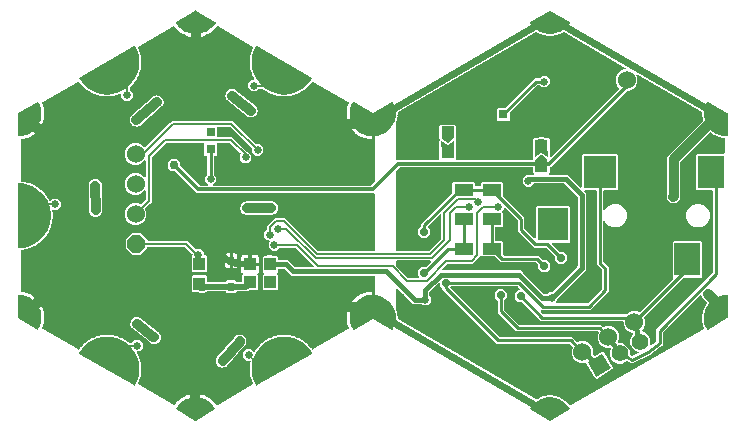
<source format=gbr>
G04 EAGLE Gerber RS-274X export*
G75*
%MOMM*%
%FSLAX34Y34*%
%LPD*%
%INTop Copper*%
%IPPOS*%
%AMOC8*
5,1,8,0,0,1.08239X$1,22.5*%
G01*
%ADD10R,0.800000X0.800000*%
%ADD11C,1.000000*%
%ADD12P,1.649562X8X22.500000*%
%ADD13R,1.000000X1.100000*%
%ADD14C,1.524000*%
%ADD15R,1.600000X1.000000*%
%ADD16R,0.500000X0.800000*%
%ADD17R,2.600000X2.800000*%
%ADD18R,2.200000X2.800000*%
%ADD19R,2.800000X2.800000*%
%ADD20R,1.408000X1.408000*%
%ADD21C,1.408000*%
%ADD22R,1.100000X1.000000*%
%ADD23C,0.609600*%
%ADD24C,0.812800*%
%ADD25C,0.756400*%
%ADD26C,0.656400*%
%ADD27C,0.152400*%
%ADD28C,0.508000*%
%ADD29C,0.254000*%
%ADD30C,0.304800*%
%ADD31C,0.406400*%
%ADD32C,0.203200*%
%ADD33C,0.706400*%

G36*
X-150796Y-173690D02*
X-150796Y-173690D01*
X-150719Y-173691D01*
X-150695Y-173681D01*
X-150675Y-173680D01*
X-150635Y-173659D01*
X-150563Y-173633D01*
X-134063Y-164133D01*
X-134042Y-164114D01*
X-134015Y-164101D01*
X-133981Y-164063D01*
X-133978Y-164061D01*
X-133976Y-164057D01*
X-133968Y-164048D01*
X-133914Y-164001D01*
X-133902Y-163975D01*
X-133882Y-163954D01*
X-133859Y-163886D01*
X-133828Y-163822D01*
X-133827Y-163793D01*
X-133818Y-163766D01*
X-133822Y-163694D01*
X-133819Y-163623D01*
X-133829Y-163596D01*
X-133831Y-163567D01*
X-133874Y-163477D01*
X-133888Y-163437D01*
X-133896Y-163429D01*
X-133902Y-163416D01*
X-135643Y-160893D01*
X-135668Y-160869D01*
X-135694Y-160831D01*
X-137818Y-158619D01*
X-137846Y-158600D01*
X-137878Y-158566D01*
X-140330Y-156724D01*
X-140360Y-156710D01*
X-140398Y-156681D01*
X-143113Y-155256D01*
X-143145Y-155247D01*
X-143186Y-155225D01*
X-146095Y-154254D01*
X-146121Y-154251D01*
X-146131Y-154249D01*
X-146173Y-154235D01*
X-149199Y-153743D01*
X-149233Y-153744D01*
X-149279Y-153736D01*
X-149289Y-153736D01*
X-149289Y-151143D01*
X-146493Y-151511D01*
X-143696Y-152261D01*
X-141020Y-153369D01*
X-138512Y-154817D01*
X-136214Y-156580D01*
X-134166Y-158628D01*
X-133163Y-159936D01*
X-133095Y-159999D01*
X-133032Y-160069D01*
X-133005Y-160083D01*
X-132983Y-160104D01*
X-132899Y-160143D01*
X-132817Y-160188D01*
X-132787Y-160194D01*
X-132760Y-160207D01*
X-132667Y-160216D01*
X-132575Y-160233D01*
X-132545Y-160229D01*
X-132515Y-160232D01*
X-132424Y-160212D01*
X-132332Y-160199D01*
X-132297Y-160184D01*
X-132275Y-160179D01*
X-132247Y-160162D01*
X-132178Y-160132D01*
X-102449Y-142968D01*
X-102360Y-142895D01*
X-102270Y-142825D01*
X-102265Y-142818D01*
X-102258Y-142812D01*
X-102197Y-142715D01*
X-102135Y-142620D01*
X-102132Y-142611D01*
X-102128Y-142604D01*
X-102101Y-142492D01*
X-102072Y-142382D01*
X-102072Y-142373D01*
X-102070Y-142365D01*
X-102080Y-142251D01*
X-102088Y-142137D01*
X-102091Y-142127D01*
X-102092Y-142120D01*
X-102101Y-142098D01*
X-102143Y-141978D01*
X-102390Y-141466D01*
X-102410Y-141437D01*
X-102423Y-141405D01*
X-102480Y-141337D01*
X-102531Y-141264D01*
X-102559Y-141244D01*
X-102582Y-141217D01*
X-102647Y-141172D01*
X-102837Y-140557D01*
X-102851Y-140528D01*
X-102878Y-140451D01*
X-103156Y-139874D01*
X-103150Y-139803D01*
X-103134Y-139715D01*
X-103140Y-139681D01*
X-103137Y-139647D01*
X-103168Y-139482D01*
X-103817Y-137375D01*
X-103833Y-137344D01*
X-103840Y-137310D01*
X-103887Y-137235D01*
X-103927Y-137155D01*
X-103951Y-137130D01*
X-103969Y-137101D01*
X-104028Y-137047D01*
X-104123Y-136411D01*
X-104133Y-136379D01*
X-104149Y-136300D01*
X-104337Y-135688D01*
X-104321Y-135618D01*
X-104292Y-135534D01*
X-104292Y-135499D01*
X-104284Y-135465D01*
X-104291Y-135298D01*
X-104618Y-133118D01*
X-104629Y-133085D01*
X-104632Y-133050D01*
X-104657Y-132991D01*
X-104666Y-132948D01*
X-104681Y-132923D01*
X-104694Y-132884D01*
X-104714Y-132856D01*
X-104728Y-132824D01*
X-104778Y-132762D01*
X-104777Y-132118D01*
X-104783Y-132086D01*
X-104786Y-132005D01*
X-104881Y-131372D01*
X-104854Y-131305D01*
X-104814Y-131226D01*
X-104809Y-131192D01*
X-104796Y-131159D01*
X-104777Y-130993D01*
X-104776Y-128789D01*
X-104782Y-128754D01*
X-104779Y-128720D01*
X-104802Y-128634D01*
X-104816Y-128546D01*
X-104832Y-128515D01*
X-104841Y-128482D01*
X-104881Y-128413D01*
X-104784Y-127777D01*
X-104785Y-127744D01*
X-104776Y-127663D01*
X-104776Y-127023D01*
X-104739Y-126961D01*
X-104687Y-126889D01*
X-104677Y-126856D01*
X-104660Y-126826D01*
X-104616Y-126664D01*
X-104287Y-124484D01*
X-104288Y-124449D01*
X-104280Y-124416D01*
X-104289Y-124327D01*
X-104290Y-124238D01*
X-104302Y-124206D01*
X-104305Y-124171D01*
X-104334Y-124097D01*
X-104269Y-123886D01*
X-104258Y-123804D01*
X-104238Y-123725D01*
X-104241Y-123683D01*
X-104235Y-123642D01*
X-104251Y-123561D01*
X-104257Y-123479D01*
X-104273Y-123441D01*
X-104281Y-123400D01*
X-104321Y-123329D01*
X-104354Y-123253D01*
X-104388Y-123211D01*
X-104402Y-123186D01*
X-104423Y-123167D01*
X-104430Y-123155D01*
X-104438Y-123148D01*
X-104459Y-123122D01*
X-104474Y-123107D01*
X-104547Y-123055D01*
X-104584Y-123021D01*
X-104589Y-123019D01*
X-104617Y-122995D01*
X-104647Y-122983D01*
X-104674Y-122964D01*
X-104761Y-122937D01*
X-104845Y-122903D01*
X-104886Y-122899D01*
X-104909Y-122892D01*
X-104941Y-122893D01*
X-105012Y-122885D01*
X-107901Y-122885D01*
X-110717Y-120069D01*
X-110717Y-116087D01*
X-107901Y-113271D01*
X-103919Y-113271D01*
X-102000Y-115191D01*
X-101980Y-115205D01*
X-101964Y-115224D01*
X-101880Y-115276D01*
X-101800Y-115334D01*
X-101777Y-115341D01*
X-101756Y-115354D01*
X-101660Y-115377D01*
X-101565Y-115406D01*
X-101540Y-115406D01*
X-101517Y-115411D01*
X-101418Y-115403D01*
X-101319Y-115400D01*
X-101296Y-115392D01*
X-101272Y-115389D01*
X-101181Y-115350D01*
X-101088Y-115316D01*
X-101069Y-115300D01*
X-101046Y-115290D01*
X-100973Y-115224D01*
X-100896Y-115162D01*
X-100883Y-115141D01*
X-100865Y-115125D01*
X-100776Y-114983D01*
X-100659Y-114741D01*
X-100599Y-114701D01*
X-100521Y-114659D01*
X-100498Y-114633D01*
X-100469Y-114614D01*
X-100360Y-114487D01*
X-99415Y-113103D01*
X-99415Y-113102D01*
X-99117Y-112666D01*
X-99103Y-112634D01*
X-99081Y-112607D01*
X-99051Y-112524D01*
X-99014Y-112443D01*
X-99010Y-112408D01*
X-98998Y-112376D01*
X-98992Y-112297D01*
X-98554Y-111825D01*
X-98536Y-111798D01*
X-98483Y-111736D01*
X-98122Y-111207D01*
X-98057Y-111177D01*
X-97974Y-111146D01*
X-97947Y-111125D01*
X-97915Y-111110D01*
X-97788Y-111000D01*
X-96289Y-109385D01*
X-96269Y-109356D01*
X-96244Y-109332D01*
X-96233Y-109312D01*
X-96218Y-109296D01*
X-96191Y-109238D01*
X-96153Y-109180D01*
X-96144Y-109147D01*
X-96127Y-109116D01*
X-96120Y-109085D01*
X-96114Y-109073D01*
X-96112Y-109048D01*
X-96110Y-109039D01*
X-95606Y-108637D01*
X-95584Y-108613D01*
X-95523Y-108560D01*
X-95087Y-108091D01*
X-95018Y-108070D01*
X-94931Y-108053D01*
X-94901Y-108035D01*
X-94868Y-108025D01*
X-94726Y-107936D01*
X-93002Y-106562D01*
X-92979Y-106537D01*
X-92950Y-106517D01*
X-92897Y-106446D01*
X-92837Y-106380D01*
X-92823Y-106348D01*
X-92802Y-106320D01*
X-92774Y-106246D01*
X-92216Y-105925D01*
X-92191Y-105904D01*
X-92122Y-105861D01*
X-91621Y-105462D01*
X-91550Y-105452D01*
X-91461Y-105447D01*
X-91429Y-105435D01*
X-91395Y-105430D01*
X-91241Y-105362D01*
X-89332Y-104261D01*
X-89305Y-104239D01*
X-89274Y-104224D01*
X-89210Y-104161D01*
X-89142Y-104105D01*
X-89123Y-104076D01*
X-89098Y-104052D01*
X-89059Y-103983D01*
X-88460Y-103748D01*
X-88431Y-103731D01*
X-88357Y-103698D01*
X-87802Y-103378D01*
X-87731Y-103379D01*
X-87642Y-103388D01*
X-87608Y-103380D01*
X-87574Y-103381D01*
X-87412Y-103337D01*
X-85360Y-102532D01*
X-85330Y-102515D01*
X-85297Y-102504D01*
X-85225Y-102452D01*
X-85148Y-102407D01*
X-85125Y-102380D01*
X-85097Y-102360D01*
X-85048Y-102298D01*
X-84421Y-102155D01*
X-84390Y-102143D01*
X-84312Y-102121D01*
X-83716Y-101888D01*
X-83645Y-101899D01*
X-83559Y-101921D01*
X-83524Y-101918D01*
X-83490Y-101924D01*
X-83323Y-101905D01*
X-81174Y-101415D01*
X-81142Y-101402D01*
X-81108Y-101397D01*
X-81029Y-101356D01*
X-80946Y-101322D01*
X-80920Y-101300D01*
X-80889Y-101284D01*
X-80831Y-101230D01*
X-80189Y-101182D01*
X-80157Y-101174D01*
X-80077Y-101165D01*
X-79452Y-101023D01*
X-79384Y-101044D01*
X-79302Y-101079D01*
X-79267Y-101082D01*
X-79234Y-101092D01*
X-79067Y-101098D01*
X-76869Y-100934D01*
X-76835Y-100926D01*
X-76800Y-100926D01*
X-76716Y-100897D01*
X-76630Y-100876D01*
X-76600Y-100858D01*
X-76567Y-100847D01*
X-76502Y-100802D01*
X-75860Y-100850D01*
X-75827Y-100847D01*
X-75746Y-100850D01*
X-75108Y-100803D01*
X-75043Y-100834D01*
X-74967Y-100881D01*
X-74934Y-100889D01*
X-74903Y-100904D01*
X-74738Y-100935D01*
X-72540Y-101100D01*
X-72505Y-101097D01*
X-72471Y-101102D01*
X-72383Y-101087D01*
X-72295Y-101079D01*
X-72263Y-101065D01*
X-72229Y-101059D01*
X-72157Y-101024D01*
X-71530Y-101168D01*
X-71497Y-101170D01*
X-71417Y-101185D01*
X-70779Y-101233D01*
X-70720Y-101274D01*
X-70652Y-101331D01*
X-70620Y-101344D01*
X-70591Y-101363D01*
X-70433Y-101419D01*
X-68284Y-101910D01*
X-68249Y-101912D01*
X-68216Y-101922D01*
X-68127Y-101919D01*
X-68038Y-101925D01*
X-68005Y-101916D01*
X-67970Y-101915D01*
X-67894Y-101892D01*
X-67295Y-102127D01*
X-67263Y-102134D01*
X-67187Y-102160D01*
X-66562Y-102303D01*
X-66510Y-102352D01*
X-66451Y-102419D01*
X-66421Y-102436D01*
X-66396Y-102460D01*
X-66248Y-102538D01*
X-64196Y-103344D01*
X-64162Y-103352D01*
X-64131Y-103367D01*
X-64043Y-103377D01*
X-63956Y-103396D01*
X-63921Y-103392D01*
X-63887Y-103396D01*
X-63808Y-103385D01*
X-63251Y-103707D01*
X-63220Y-103718D01*
X-63149Y-103756D01*
X-62553Y-103990D01*
X-62508Y-104047D01*
X-62460Y-104121D01*
X-62433Y-104143D01*
X-62412Y-104170D01*
X-62277Y-104270D01*
X-60368Y-105372D01*
X-60336Y-105385D01*
X-60307Y-105404D01*
X-60221Y-105428D01*
X-60138Y-105459D01*
X-60103Y-105461D01*
X-60070Y-105470D01*
X-59991Y-105470D01*
X-59488Y-105871D01*
X-59459Y-105887D01*
X-59393Y-105935D01*
X-58839Y-106256D01*
X-58804Y-106318D01*
X-58767Y-106399D01*
X-58744Y-106425D01*
X-58727Y-106455D01*
X-58608Y-106573D01*
X-56885Y-107948D01*
X-56855Y-107965D01*
X-56829Y-107989D01*
X-56817Y-107994D01*
X-56814Y-107997D01*
X-56786Y-108008D01*
X-56748Y-108025D01*
X-56670Y-108068D01*
X-56636Y-108075D01*
X-56605Y-108089D01*
X-56526Y-108101D01*
X-56089Y-108573D01*
X-56063Y-108593D01*
X-56005Y-108650D01*
X-55505Y-109050D01*
X-55484Y-109103D01*
X-55474Y-109148D01*
X-55467Y-109161D01*
X-55455Y-109202D01*
X-55435Y-109231D01*
X-55423Y-109263D01*
X-55323Y-109398D01*
X-53825Y-111014D01*
X-53797Y-111036D01*
X-53776Y-111063D01*
X-53701Y-111111D01*
X-53630Y-111165D01*
X-53598Y-111177D01*
X-53568Y-111195D01*
X-53493Y-111219D01*
X-53130Y-111751D01*
X-53107Y-111775D01*
X-53059Y-111840D01*
X-52624Y-112309D01*
X-52609Y-112379D01*
X-52598Y-112467D01*
X-52583Y-112499D01*
X-52575Y-112533D01*
X-52496Y-112681D01*
X-52186Y-113136D01*
X-52167Y-113157D01*
X-52161Y-113165D01*
X-52145Y-113179D01*
X-52107Y-113219D01*
X-52030Y-113304D01*
X-52023Y-113308D01*
X-52017Y-113314D01*
X-51916Y-113368D01*
X-51816Y-113423D01*
X-51807Y-113425D01*
X-51799Y-113429D01*
X-51686Y-113447D01*
X-51574Y-113468D01*
X-51565Y-113467D01*
X-51557Y-113469D01*
X-51444Y-113450D01*
X-51330Y-113434D01*
X-51321Y-113430D01*
X-51314Y-113429D01*
X-51294Y-113418D01*
X-51177Y-113367D01*
X-21453Y-96206D01*
X-21380Y-96147D01*
X-21304Y-96094D01*
X-21286Y-96070D01*
X-21262Y-96050D01*
X-21213Y-95971D01*
X-21157Y-95896D01*
X-21148Y-95868D01*
X-21132Y-95842D01*
X-21110Y-95751D01*
X-21081Y-95662D01*
X-21081Y-95632D01*
X-21074Y-95603D01*
X-21082Y-95510D01*
X-21083Y-95417D01*
X-21094Y-95380D01*
X-21096Y-95358D01*
X-21109Y-95328D01*
X-21130Y-95255D01*
X-21778Y-93691D01*
X-22528Y-90893D01*
X-22906Y-88022D01*
X-22906Y-85126D01*
X-22528Y-82254D01*
X-21778Y-79457D01*
X-21607Y-79043D01*
X-18783Y-79043D01*
X-19393Y-80493D01*
X-19400Y-80527D01*
X-19419Y-80572D01*
X-20147Y-83676D01*
X-20148Y-83712D01*
X-20159Y-83759D01*
X-20359Y-86941D01*
X-20354Y-86976D01*
X-20357Y-87025D01*
X-20024Y-90196D01*
X-20014Y-90229D01*
X-20008Y-90278D01*
X-19151Y-93349D01*
X-19135Y-93380D01*
X-19122Y-93427D01*
X-17764Y-96313D01*
X-17747Y-96336D01*
X-17737Y-96363D01*
X-17688Y-96415D01*
X-17645Y-96472D01*
X-17620Y-96487D01*
X-17600Y-96508D01*
X-17535Y-96537D01*
X-17474Y-96572D01*
X-17445Y-96576D01*
X-17418Y-96588D01*
X-17347Y-96589D01*
X-17277Y-96598D01*
X-17249Y-96590D01*
X-17219Y-96591D01*
X-17126Y-96556D01*
X-17085Y-96544D01*
X-17076Y-96537D01*
X-17063Y-96533D01*
X-813Y-87176D01*
X15438Y-96533D01*
X15466Y-96542D01*
X15490Y-96559D01*
X15560Y-96573D01*
X15627Y-96596D01*
X15656Y-96593D01*
X15685Y-96599D01*
X15754Y-96585D01*
X15825Y-96580D01*
X15851Y-96566D01*
X15880Y-96561D01*
X15939Y-96521D01*
X16002Y-96488D01*
X16020Y-96466D01*
X16044Y-96449D01*
X16101Y-96367D01*
X16128Y-96335D01*
X16131Y-96324D01*
X16139Y-96313D01*
X17497Y-93427D01*
X17505Y-93393D01*
X17526Y-93349D01*
X18383Y-90278D01*
X18386Y-90243D01*
X18399Y-90196D01*
X18732Y-87025D01*
X18729Y-86990D01*
X18734Y-86941D01*
X18534Y-83759D01*
X18525Y-83725D01*
X18522Y-83676D01*
X17794Y-80572D01*
X17779Y-80540D01*
X17768Y-80493D01*
X16532Y-77553D01*
X16512Y-77524D01*
X16493Y-77479D01*
X14785Y-74787D01*
X14761Y-74762D01*
X14734Y-74721D01*
X12601Y-72351D01*
X12573Y-72330D01*
X12540Y-72294D01*
X10041Y-70313D01*
X10010Y-70297D01*
X9972Y-70267D01*
X7177Y-68731D01*
X7144Y-68720D01*
X7101Y-68697D01*
X7021Y-68669D01*
X5587Y-68170D01*
X4154Y-67671D01*
X4154Y-67670D01*
X4090Y-67648D01*
X4055Y-67644D01*
X4009Y-67627D01*
X865Y-67096D01*
X830Y-67097D01*
X782Y-67089D01*
X761Y-67089D01*
X761Y-51498D01*
X758Y-51479D01*
X760Y-51459D01*
X738Y-51358D01*
X722Y-51256D01*
X712Y-51238D01*
X708Y-51219D01*
X655Y-51130D01*
X606Y-51038D01*
X592Y-51025D01*
X582Y-51008D01*
X503Y-50940D01*
X428Y-50869D01*
X410Y-50861D01*
X395Y-50848D01*
X299Y-50809D01*
X205Y-50765D01*
X185Y-50763D01*
X167Y-50756D01*
X0Y-50737D01*
X-69462Y-50737D01*
X-71768Y-48431D01*
X-71769Y-48431D01*
X-75145Y-45055D01*
X-75219Y-45002D01*
X-75288Y-44942D01*
X-75318Y-44930D01*
X-75344Y-44911D01*
X-75431Y-44884D01*
X-75516Y-44850D01*
X-75557Y-44846D01*
X-75579Y-44839D01*
X-75612Y-44840D01*
X-75683Y-44832D01*
X-80258Y-44832D01*
X-80277Y-44835D01*
X-80297Y-44833D01*
X-80398Y-44855D01*
X-80501Y-44871D01*
X-80518Y-44881D01*
X-80538Y-44885D01*
X-80627Y-44938D01*
X-80718Y-44987D01*
X-80732Y-45001D01*
X-80749Y-45011D01*
X-80816Y-45090D01*
X-80887Y-45165D01*
X-80896Y-45183D01*
X-80909Y-45198D01*
X-80947Y-45294D01*
X-80991Y-45388D01*
X-80993Y-45408D01*
X-81001Y-45426D01*
X-81019Y-45593D01*
X-81019Y-47407D01*
X-81890Y-48277D01*
X-81901Y-48294D01*
X-81917Y-48306D01*
X-81973Y-48393D01*
X-82033Y-48477D01*
X-82039Y-48496D01*
X-82050Y-48513D01*
X-82075Y-48613D01*
X-82106Y-48712D01*
X-82105Y-48732D01*
X-82110Y-48751D01*
X-82102Y-48854D01*
X-82099Y-48958D01*
X-82092Y-48977D01*
X-82091Y-48997D01*
X-82051Y-49091D01*
X-82015Y-49189D01*
X-82002Y-49205D01*
X-81995Y-49223D01*
X-81890Y-49354D01*
X-81019Y-50225D01*
X-81019Y-62488D01*
X-81912Y-63381D01*
X-93175Y-63381D01*
X-94068Y-62488D01*
X-94068Y-50225D01*
X-93198Y-49354D01*
X-93186Y-49338D01*
X-93171Y-49325D01*
X-93114Y-49238D01*
X-93054Y-49154D01*
X-93048Y-49135D01*
X-93038Y-49118D01*
X-93012Y-49018D01*
X-92982Y-48919D01*
X-92982Y-48899D01*
X-92977Y-48880D01*
X-92985Y-48777D01*
X-92988Y-48673D01*
X-92995Y-48654D01*
X-92997Y-48635D01*
X-93037Y-48540D01*
X-93073Y-48442D01*
X-93085Y-48427D01*
X-93093Y-48408D01*
X-93198Y-48277D01*
X-94068Y-47407D01*
X-94068Y-35143D01*
X-93175Y-34250D01*
X-91233Y-34250D01*
X-91143Y-34236D01*
X-91052Y-34228D01*
X-91022Y-34216D01*
X-90990Y-34211D01*
X-90910Y-34168D01*
X-90826Y-34132D01*
X-90794Y-34106D01*
X-90773Y-34095D01*
X-90751Y-34072D01*
X-90695Y-34027D01*
X-90304Y-33637D01*
X-85908Y-33637D01*
X-85518Y-34027D01*
X-85444Y-34080D01*
X-85374Y-34140D01*
X-85344Y-34152D01*
X-85318Y-34171D01*
X-85231Y-34198D01*
X-85146Y-34232D01*
X-85105Y-34236D01*
X-85083Y-34243D01*
X-85051Y-34242D01*
X-84980Y-34250D01*
X-81912Y-34250D01*
X-81019Y-35143D01*
X-81019Y-36957D01*
X-81016Y-36977D01*
X-81018Y-36996D01*
X-80996Y-37098D01*
X-80979Y-37200D01*
X-80970Y-37217D01*
X-80966Y-37237D01*
X-80913Y-37326D01*
X-80864Y-37417D01*
X-80850Y-37431D01*
X-80840Y-37448D01*
X-80761Y-37515D01*
X-80686Y-37587D01*
X-80668Y-37595D01*
X-80653Y-37608D01*
X-80556Y-37647D01*
X-80463Y-37690D01*
X-80443Y-37692D01*
X-80424Y-37700D01*
X-80258Y-37718D01*
X-72421Y-37718D01*
X-70115Y-40025D01*
X-66739Y-43401D01*
X-66665Y-43454D01*
X-66595Y-43513D01*
X-66565Y-43526D01*
X-66539Y-43544D01*
X-66452Y-43571D01*
X-66367Y-43605D01*
X-66326Y-43610D01*
X-66304Y-43617D01*
X-66272Y-43616D01*
X-66200Y-43624D01*
X-51461Y-43624D01*
X-51390Y-43612D01*
X-51318Y-43610D01*
X-51269Y-43592D01*
X-51218Y-43584D01*
X-51155Y-43550D01*
X-51087Y-43526D01*
X-51047Y-43493D01*
X-51001Y-43469D01*
X-50951Y-43417D01*
X-50895Y-43372D01*
X-50867Y-43328D01*
X-50831Y-43291D01*
X-50801Y-43226D01*
X-50762Y-43165D01*
X-50750Y-43115D01*
X-50728Y-43068D01*
X-50720Y-42996D01*
X-50702Y-42927D01*
X-50706Y-42875D01*
X-50700Y-42823D01*
X-50716Y-42753D01*
X-50721Y-42682D01*
X-50742Y-42634D01*
X-50753Y-42583D01*
X-50790Y-42521D01*
X-50818Y-42455D01*
X-50862Y-42399D01*
X-50879Y-42372D01*
X-50897Y-42356D01*
X-50922Y-42324D01*
X-65812Y-27435D01*
X-65886Y-27382D01*
X-65955Y-27322D01*
X-65985Y-27310D01*
X-66011Y-27291D01*
X-66098Y-27265D01*
X-66183Y-27230D01*
X-66224Y-27226D01*
X-66247Y-27219D01*
X-66279Y-27220D01*
X-66350Y-27212D01*
X-79311Y-27212D01*
X-79401Y-27227D01*
X-79492Y-27234D01*
X-79522Y-27246D01*
X-79554Y-27252D01*
X-79635Y-27294D01*
X-79718Y-27330D01*
X-79751Y-27356D01*
X-79771Y-27367D01*
X-79793Y-27390D01*
X-79849Y-27435D01*
X-82146Y-29732D01*
X-86129Y-29732D01*
X-88944Y-26916D01*
X-88944Y-22934D01*
X-88299Y-22289D01*
X-88257Y-22230D01*
X-88207Y-22178D01*
X-88185Y-22131D01*
X-88155Y-22089D01*
X-88134Y-22020D01*
X-88104Y-21955D01*
X-88098Y-21903D01*
X-88083Y-21854D01*
X-88084Y-21782D01*
X-88077Y-21711D01*
X-88088Y-21660D01*
X-88089Y-21608D01*
X-88114Y-21540D01*
X-88129Y-21470D01*
X-88156Y-21426D01*
X-88173Y-21377D01*
X-88218Y-21321D01*
X-88255Y-21259D01*
X-88295Y-21225D01*
X-88327Y-21185D01*
X-88387Y-21146D01*
X-88442Y-21099D01*
X-88490Y-21080D01*
X-88534Y-21052D01*
X-88604Y-21034D01*
X-88670Y-21007D01*
X-88741Y-21000D01*
X-88773Y-20992D01*
X-88796Y-20994D01*
X-88837Y-20989D01*
X-90097Y-20989D01*
X-92913Y-18173D01*
X-92913Y-14191D01*
X-90616Y-11894D01*
X-90563Y-11820D01*
X-90503Y-11751D01*
X-90491Y-11721D01*
X-90472Y-11694D01*
X-90446Y-11607D01*
X-90411Y-11523D01*
X-90407Y-11482D01*
X-90400Y-11459D01*
X-90401Y-11427D01*
X-90393Y-11356D01*
X-90393Y-8885D01*
X-83497Y-1989D01*
X-75253Y-1989D01*
X-47335Y-29907D01*
X-47261Y-29960D01*
X-47192Y-30020D01*
X-47161Y-30032D01*
X-47135Y-30051D01*
X-47048Y-30077D01*
X-46963Y-30112D01*
X-46923Y-30116D01*
X-46900Y-30123D01*
X-46868Y-30122D01*
X-46797Y-30130D01*
X0Y-30130D01*
X20Y-30127D01*
X39Y-30129D01*
X141Y-30107D01*
X243Y-30090D01*
X260Y-30081D01*
X280Y-30077D01*
X369Y-30024D01*
X460Y-29975D01*
X474Y-29961D01*
X491Y-29951D01*
X558Y-29872D01*
X630Y-29797D01*
X638Y-29779D01*
X651Y-29764D01*
X690Y-29667D01*
X733Y-29574D01*
X735Y-29554D01*
X743Y-29535D01*
X761Y-29369D01*
X761Y18415D01*
X758Y18435D01*
X760Y18454D01*
X738Y18556D01*
X722Y18658D01*
X712Y18675D01*
X708Y18695D01*
X655Y18784D01*
X606Y18875D01*
X592Y18889D01*
X582Y18906D01*
X503Y18973D01*
X428Y19045D01*
X410Y19053D01*
X395Y19066D01*
X299Y19105D01*
X205Y19148D01*
X185Y19150D01*
X167Y19158D01*
X0Y19176D01*
X-149694Y19176D01*
X-167851Y37333D01*
X-167925Y37386D01*
X-167994Y37445D01*
X-168024Y37458D01*
X-168050Y37476D01*
X-168137Y37503D01*
X-168222Y37537D01*
X-168263Y37542D01*
X-168285Y37549D01*
X-168318Y37548D01*
X-168389Y37556D01*
X-171267Y37556D01*
X-174375Y40664D01*
X-174375Y45061D01*
X-171267Y48169D01*
X-166871Y48169D01*
X-163762Y45061D01*
X-163762Y42183D01*
X-163747Y42093D01*
X-163740Y42002D01*
X-163728Y41972D01*
X-163722Y41940D01*
X-163680Y41859D01*
X-163644Y41775D01*
X-163618Y41743D01*
X-163607Y41723D01*
X-163584Y41700D01*
X-163539Y41644D01*
X-147391Y25497D01*
X-147317Y25444D01*
X-147248Y25384D01*
X-147218Y25372D01*
X-147192Y25353D01*
X-147105Y25326D01*
X-147020Y25292D01*
X-146979Y25288D01*
X-146957Y25281D01*
X-146924Y25282D01*
X-146853Y25274D01*
X-141066Y25274D01*
X-140995Y25285D01*
X-140923Y25287D01*
X-140874Y25305D01*
X-140823Y25313D01*
X-140759Y25347D01*
X-140692Y25372D01*
X-140651Y25404D01*
X-140605Y25429D01*
X-140556Y25481D01*
X-140500Y25525D01*
X-140472Y25569D01*
X-140436Y25607D01*
X-140406Y25672D01*
X-140367Y25732D01*
X-140354Y25783D01*
X-140332Y25830D01*
X-140325Y25901D01*
X-140307Y25971D01*
X-140311Y26023D01*
X-140305Y26074D01*
X-140321Y26145D01*
X-140326Y26216D01*
X-140346Y26264D01*
X-140358Y26315D01*
X-140394Y26376D01*
X-140422Y26442D01*
X-140467Y26498D01*
X-140484Y26526D01*
X-140502Y26541D01*
X-140527Y26573D01*
X-142919Y28965D01*
X-142919Y32947D01*
X-141130Y34736D01*
X-141077Y34810D01*
X-141018Y34880D01*
X-141005Y34910D01*
X-140987Y34936D01*
X-140960Y35023D01*
X-140926Y35108D01*
X-140921Y35149D01*
X-140914Y35171D01*
X-140915Y35203D01*
X-140907Y35275D01*
X-140907Y49714D01*
X-140910Y49734D01*
X-140908Y49753D01*
X-140930Y49855D01*
X-140947Y49957D01*
X-140956Y49974D01*
X-140961Y49994D01*
X-141014Y50083D01*
X-141062Y50174D01*
X-141076Y50188D01*
X-141087Y50205D01*
X-141165Y50272D01*
X-141240Y50344D01*
X-141258Y50352D01*
X-141274Y50365D01*
X-141370Y50404D01*
X-141463Y50447D01*
X-141483Y50449D01*
X-141502Y50457D01*
X-141668Y50475D01*
X-142744Y50475D01*
X-143637Y51368D01*
X-143637Y60751D01*
X-143620Y60787D01*
X-143615Y60838D01*
X-143599Y60888D01*
X-143601Y60960D01*
X-143593Y61031D01*
X-143604Y61082D01*
X-143606Y61134D01*
X-143630Y61201D01*
X-143646Y61272D01*
X-143672Y61316D01*
X-143690Y61365D01*
X-143735Y61421D01*
X-143772Y61483D01*
X-143811Y61516D01*
X-143844Y61557D01*
X-143904Y61596D01*
X-143959Y61643D01*
X-144007Y61662D01*
X-144051Y61690D01*
X-144120Y61708D01*
X-144187Y61735D01*
X-144258Y61742D01*
X-144289Y61750D01*
X-144312Y61748D01*
X-144354Y61753D01*
X-175639Y61753D01*
X-175729Y61738D01*
X-175820Y61731D01*
X-175849Y61719D01*
X-175881Y61713D01*
X-175962Y61671D01*
X-176046Y61635D01*
X-176078Y61609D01*
X-176099Y61598D01*
X-176121Y61575D01*
X-176177Y61530D01*
X-187736Y49971D01*
X-187784Y49904D01*
X-187788Y49900D01*
X-187790Y49897D01*
X-187849Y49827D01*
X-187861Y49797D01*
X-187880Y49771D01*
X-187907Y49684D01*
X-187941Y49599D01*
X-187945Y49558D01*
X-187952Y49536D01*
X-187951Y49504D01*
X-187959Y49432D01*
X-187959Y11648D01*
X-189670Y9936D01*
X-189671Y9936D01*
X-193201Y6406D01*
X-193269Y6312D01*
X-193339Y6217D01*
X-193341Y6211D01*
X-193345Y6206D01*
X-193379Y6095D01*
X-193415Y5983D01*
X-193415Y5977D01*
X-193417Y5971D01*
X-193414Y5854D01*
X-193413Y5737D01*
X-193411Y5730D01*
X-193411Y5725D01*
X-193404Y5707D01*
X-193366Y5576D01*
X-192468Y3406D01*
X-192468Y-231D01*
X-193860Y-3593D01*
X-196432Y-6165D01*
X-199794Y-7557D01*
X-203431Y-7557D01*
X-206793Y-6165D01*
X-209365Y-3593D01*
X-210757Y-231D01*
X-210757Y3406D01*
X-209365Y6768D01*
X-206793Y9340D01*
X-203431Y10732D01*
X-199794Y10732D01*
X-197624Y9834D01*
X-197511Y9807D01*
X-197397Y9778D01*
X-197391Y9779D01*
X-197385Y9777D01*
X-197268Y9788D01*
X-197152Y9798D01*
X-197146Y9800D01*
X-197140Y9801D01*
X-197032Y9848D01*
X-196925Y9894D01*
X-196920Y9898D01*
X-196915Y9901D01*
X-196901Y9913D01*
X-196794Y9999D01*
X-193264Y13529D01*
X-193211Y13603D01*
X-193151Y13673D01*
X-193139Y13703D01*
X-193120Y13729D01*
X-193093Y13816D01*
X-193059Y13901D01*
X-193055Y13942D01*
X-193048Y13964D01*
X-193049Y13996D01*
X-193041Y14068D01*
X-193041Y20789D01*
X-193052Y20860D01*
X-193054Y20931D01*
X-193072Y20980D01*
X-193080Y21032D01*
X-193114Y21095D01*
X-193139Y21162D01*
X-193171Y21203D01*
X-193196Y21249D01*
X-193248Y21298D01*
X-193292Y21354D01*
X-193336Y21383D01*
X-193374Y21418D01*
X-193439Y21449D01*
X-193499Y21487D01*
X-193550Y21500D01*
X-193597Y21522D01*
X-193668Y21530D01*
X-193738Y21547D01*
X-193790Y21543D01*
X-193841Y21549D01*
X-193912Y21534D01*
X-193983Y21528D01*
X-194031Y21508D01*
X-194082Y21497D01*
X-194143Y21460D01*
X-194209Y21432D01*
X-194265Y21387D01*
X-194293Y21371D01*
X-194308Y21353D01*
X-194340Y21327D01*
X-196432Y19235D01*
X-199794Y17843D01*
X-203431Y17843D01*
X-206793Y19235D01*
X-209365Y21807D01*
X-210757Y25169D01*
X-210757Y28806D01*
X-209365Y32168D01*
X-206793Y34740D01*
X-203431Y36132D01*
X-199794Y36132D01*
X-196432Y34740D01*
X-194340Y32648D01*
X-194282Y32606D01*
X-194230Y32557D01*
X-194183Y32535D01*
X-194141Y32504D01*
X-194072Y32483D01*
X-194007Y32453D01*
X-193955Y32447D01*
X-193905Y32432D01*
X-193834Y32434D01*
X-193763Y32426D01*
X-193712Y32437D01*
X-193660Y32438D01*
X-193592Y32463D01*
X-193522Y32478D01*
X-193477Y32505D01*
X-193429Y32523D01*
X-193373Y32568D01*
X-193311Y32604D01*
X-193277Y32644D01*
X-193237Y32676D01*
X-193198Y32737D01*
X-193151Y32791D01*
X-193132Y32840D01*
X-193104Y32883D01*
X-193086Y32953D01*
X-193059Y33019D01*
X-193051Y33091D01*
X-193043Y33122D01*
X-193045Y33145D01*
X-193041Y33186D01*
X-193041Y46189D01*
X-193052Y46260D01*
X-193054Y46331D01*
X-193072Y46380D01*
X-193080Y46432D01*
X-193114Y46495D01*
X-193139Y46562D01*
X-193171Y46603D01*
X-193196Y46649D01*
X-193248Y46698D01*
X-193292Y46754D01*
X-193336Y46783D01*
X-193374Y46818D01*
X-193439Y46849D01*
X-193499Y46887D01*
X-193550Y46900D01*
X-193597Y46922D01*
X-193668Y46930D01*
X-193738Y46947D01*
X-193790Y46943D01*
X-193841Y46949D01*
X-193912Y46934D01*
X-193983Y46928D01*
X-194031Y46908D01*
X-194082Y46897D01*
X-194143Y46860D01*
X-194209Y46832D01*
X-194265Y46787D01*
X-194293Y46771D01*
X-194308Y46753D01*
X-194340Y46727D01*
X-196432Y44635D01*
X-199794Y43243D01*
X-203431Y43243D01*
X-206793Y44635D01*
X-209365Y47207D01*
X-210757Y50569D01*
X-210757Y54206D01*
X-209365Y57568D01*
X-206793Y60140D01*
X-203431Y61532D01*
X-199794Y61532D01*
X-196432Y60140D01*
X-194306Y58014D01*
X-194290Y58002D01*
X-194277Y57986D01*
X-194190Y57930D01*
X-194106Y57870D01*
X-194087Y57864D01*
X-194071Y57853D01*
X-193970Y57828D01*
X-193871Y57798D01*
X-193851Y57798D01*
X-193832Y57793D01*
X-193729Y57801D01*
X-193625Y57804D01*
X-193607Y57811D01*
X-193587Y57813D01*
X-193492Y57853D01*
X-193394Y57889D01*
X-193379Y57901D01*
X-193360Y57909D01*
X-193229Y58014D01*
X-172626Y78617D01*
X-170915Y80328D01*
X-119598Y80328D01*
X-99746Y60477D01*
X-99672Y60423D01*
X-99603Y60364D01*
X-99572Y60352D01*
X-99546Y60333D01*
X-99459Y60306D01*
X-99374Y60272D01*
X-99333Y60268D01*
X-99311Y60261D01*
X-99279Y60262D01*
X-99208Y60254D01*
X-96318Y60254D01*
X-93503Y57438D01*
X-93503Y53456D01*
X-96318Y50640D01*
X-100300Y50640D01*
X-103116Y53456D01*
X-103116Y56345D01*
X-103118Y56356D01*
X-103117Y56363D01*
X-103125Y56397D01*
X-103131Y56435D01*
X-103138Y56526D01*
X-103151Y56556D01*
X-103156Y56588D01*
X-103199Y56669D01*
X-103234Y56752D01*
X-103260Y56785D01*
X-103271Y56805D01*
X-103294Y56827D01*
X-103339Y56883D01*
X-121479Y75024D01*
X-121553Y75077D01*
X-121623Y75136D01*
X-121653Y75149D01*
X-121679Y75167D01*
X-121766Y75194D01*
X-121851Y75228D01*
X-121892Y75233D01*
X-121914Y75240D01*
X-121946Y75239D01*
X-122018Y75247D01*
X-131827Y75247D01*
X-131846Y75244D01*
X-131866Y75246D01*
X-131967Y75224D01*
X-132069Y75207D01*
X-132087Y75198D01*
X-132106Y75193D01*
X-132195Y75140D01*
X-132287Y75092D01*
X-132300Y75078D01*
X-132317Y75067D01*
X-132385Y74989D01*
X-132456Y74914D01*
X-132464Y74896D01*
X-132477Y74880D01*
X-132516Y74784D01*
X-132560Y74691D01*
X-132562Y74671D01*
X-132569Y74652D01*
X-132588Y74486D01*
X-132588Y67596D01*
X-132585Y67576D01*
X-132587Y67556D01*
X-132565Y67455D01*
X-132548Y67353D01*
X-132539Y67335D01*
X-132534Y67316D01*
X-132481Y67227D01*
X-132433Y67136D01*
X-132419Y67122D01*
X-132408Y67105D01*
X-132330Y67037D01*
X-132255Y66966D01*
X-132237Y66958D01*
X-132221Y66945D01*
X-132125Y66906D01*
X-132032Y66863D01*
X-132012Y66860D01*
X-131993Y66853D01*
X-131827Y66834D01*
X-119598Y66834D01*
X-107005Y54242D01*
X-106931Y54189D01*
X-106862Y54130D01*
X-106832Y54117D01*
X-106806Y54099D01*
X-106719Y54072D01*
X-106634Y54038D01*
X-106593Y54033D01*
X-106570Y54026D01*
X-106538Y54027D01*
X-106503Y54023D01*
X-103683Y51204D01*
X-103683Y47221D01*
X-106499Y44406D01*
X-110481Y44406D01*
X-113297Y47221D01*
X-113297Y51204D01*
X-112763Y51737D01*
X-112751Y51753D01*
X-112736Y51766D01*
X-112680Y51853D01*
X-112620Y51937D01*
X-112614Y51956D01*
X-112603Y51973D01*
X-112578Y52073D01*
X-112547Y52172D01*
X-112548Y52192D01*
X-112543Y52211D01*
X-112551Y52314D01*
X-112554Y52418D01*
X-112560Y52437D01*
X-112562Y52456D01*
X-112602Y52551D01*
X-112638Y52649D01*
X-112651Y52665D01*
X-112658Y52683D01*
X-112763Y52814D01*
X-121479Y61530D01*
X-121553Y61583D01*
X-121623Y61643D01*
X-121653Y61655D01*
X-121679Y61674D01*
X-121766Y61700D01*
X-121851Y61735D01*
X-121892Y61739D01*
X-121914Y61746D01*
X-121946Y61745D01*
X-122018Y61753D01*
X-131871Y61753D01*
X-131942Y61741D01*
X-132014Y61740D01*
X-132063Y61722D01*
X-132114Y61713D01*
X-132178Y61680D01*
X-132245Y61655D01*
X-132286Y61623D01*
X-132332Y61598D01*
X-132381Y61546D01*
X-132437Y61501D01*
X-132465Y61457D01*
X-132501Y61420D01*
X-132531Y61355D01*
X-132570Y61294D01*
X-132583Y61244D01*
X-132605Y61197D01*
X-132612Y61125D01*
X-132630Y61056D01*
X-132626Y61004D01*
X-132632Y60952D01*
X-132616Y60882D01*
X-132611Y60811D01*
X-132590Y60763D01*
X-132588Y60750D01*
X-132588Y51368D01*
X-133481Y50475D01*
X-134557Y50475D01*
X-134576Y50472D01*
X-134596Y50474D01*
X-134697Y50452D01*
X-134799Y50436D01*
X-134817Y50426D01*
X-134836Y50422D01*
X-134925Y50369D01*
X-135017Y50320D01*
X-135030Y50306D01*
X-135047Y50296D01*
X-135115Y50217D01*
X-135186Y50142D01*
X-135194Y50124D01*
X-135207Y50109D01*
X-135246Y50013D01*
X-135290Y49919D01*
X-135292Y49899D01*
X-135299Y49881D01*
X-135318Y49714D01*
X-135318Y35275D01*
X-135303Y35185D01*
X-135296Y35094D01*
X-135283Y35064D01*
X-135278Y35032D01*
X-135235Y34951D01*
X-135200Y34867D01*
X-135174Y34835D01*
X-135163Y34814D01*
X-135140Y34792D01*
X-135095Y34736D01*
X-133306Y32947D01*
X-133306Y28965D01*
X-135698Y26573D01*
X-135740Y26515D01*
X-135789Y26463D01*
X-135811Y26416D01*
X-135841Y26374D01*
X-135862Y26305D01*
X-135893Y26240D01*
X-135898Y26188D01*
X-135914Y26138D01*
X-135912Y26067D01*
X-135920Y25996D01*
X-135909Y25945D01*
X-135907Y25893D01*
X-135883Y25825D01*
X-135867Y25755D01*
X-135841Y25710D01*
X-135823Y25662D01*
X-135778Y25606D01*
X-135741Y25544D01*
X-135702Y25510D01*
X-135669Y25470D01*
X-135609Y25431D01*
X-135554Y25384D01*
X-135506Y25365D01*
X-135462Y25337D01*
X-135393Y25319D01*
X-135326Y25292D01*
X-135255Y25284D01*
X-135224Y25276D01*
X-135200Y25278D01*
X-135159Y25274D01*
X-2372Y25274D01*
X-2282Y25288D01*
X-2191Y25296D01*
X-2161Y25308D01*
X-2129Y25313D01*
X-2048Y25356D01*
X-1965Y25392D01*
X-1932Y25418D01*
X-1912Y25429D01*
X-1890Y25452D01*
X-1834Y25497D01*
X538Y27869D01*
X591Y27943D01*
X651Y28012D01*
X663Y28042D01*
X682Y28068D01*
X709Y28155D01*
X743Y28240D01*
X747Y28281D01*
X754Y28303D01*
X753Y28336D01*
X761Y28407D01*
X761Y67089D01*
X782Y67089D01*
X816Y67096D01*
X865Y67096D01*
X4009Y67627D01*
X4042Y67640D01*
X4090Y67648D01*
X7101Y68697D01*
X7131Y68715D01*
X7177Y68731D01*
X9972Y70267D01*
X9998Y70290D01*
X10041Y70313D01*
X12540Y72294D01*
X12563Y72321D01*
X12601Y72351D01*
X14734Y74721D01*
X14752Y74751D01*
X14785Y74787D01*
X16493Y77479D01*
X16506Y77512D01*
X16532Y77553D01*
X17768Y80493D01*
X17775Y80527D01*
X17794Y80572D01*
X18522Y83676D01*
X18523Y83712D01*
X18534Y83759D01*
X18734Y86941D01*
X18729Y86976D01*
X18732Y87025D01*
X18399Y90196D01*
X18389Y90229D01*
X18383Y90278D01*
X17526Y93349D01*
X17510Y93380D01*
X17497Y93427D01*
X16139Y96313D01*
X16122Y96336D01*
X16112Y96363D01*
X16063Y96415D01*
X16020Y96472D01*
X15995Y96487D01*
X15975Y96508D01*
X15910Y96537D01*
X15849Y96572D01*
X15820Y96576D01*
X15793Y96588D01*
X15722Y96589D01*
X15652Y96598D01*
X15624Y96590D01*
X15594Y96591D01*
X15501Y96556D01*
X15460Y96544D01*
X15451Y96537D01*
X15438Y96533D01*
X-813Y87176D01*
X-17063Y96533D01*
X-17091Y96542D01*
X-17115Y96559D01*
X-17185Y96573D01*
X-17252Y96596D01*
X-17281Y96593D01*
X-17310Y96599D01*
X-17379Y96585D01*
X-17450Y96580D01*
X-17476Y96566D01*
X-17505Y96561D01*
X-17564Y96521D01*
X-17627Y96488D01*
X-17645Y96466D01*
X-17669Y96449D01*
X-17726Y96367D01*
X-17753Y96335D01*
X-17756Y96324D01*
X-17764Y96313D01*
X-19122Y93427D01*
X-19130Y93393D01*
X-19151Y93349D01*
X-20008Y90278D01*
X-20011Y90243D01*
X-20024Y90196D01*
X-20357Y87025D01*
X-20354Y86990D01*
X-20359Y86941D01*
X-20159Y83759D01*
X-20150Y83725D01*
X-20147Y83676D01*
X-19419Y80572D01*
X-19404Y80540D01*
X-19393Y80493D01*
X-18783Y79043D01*
X-21607Y79043D01*
X-21778Y79457D01*
X-22528Y82254D01*
X-22906Y85126D01*
X-22906Y88022D01*
X-22528Y90893D01*
X-21778Y93691D01*
X-21460Y94458D01*
X-21130Y95255D01*
X-21109Y95346D01*
X-21080Y95435D01*
X-21081Y95466D01*
X-21074Y95495D01*
X-21083Y95588D01*
X-21084Y95681D01*
X-21094Y95710D01*
X-21097Y95740D01*
X-21135Y95825D01*
X-21166Y95913D01*
X-21185Y95937D01*
X-21197Y95965D01*
X-21260Y96033D01*
X-21318Y96107D01*
X-21348Y96129D01*
X-21363Y96146D01*
X-21392Y96161D01*
X-21453Y96206D01*
X-51177Y113367D01*
X-51284Y113407D01*
X-51390Y113450D01*
X-51399Y113451D01*
X-51407Y113454D01*
X-51521Y113458D01*
X-51635Y113465D01*
X-51644Y113462D01*
X-51652Y113463D01*
X-51763Y113430D01*
X-51873Y113400D01*
X-51880Y113395D01*
X-51888Y113393D01*
X-51982Y113327D01*
X-52077Y113263D01*
X-52084Y113255D01*
X-52090Y113251D01*
X-52103Y113233D01*
X-52186Y113136D01*
X-52222Y113084D01*
X-52496Y112681D01*
X-52511Y112649D01*
X-52533Y112622D01*
X-52563Y112539D01*
X-52600Y112458D01*
X-52604Y112423D01*
X-52616Y112391D01*
X-52622Y112312D01*
X-53059Y111840D01*
X-53077Y111812D01*
X-53130Y111751D01*
X-53259Y111561D01*
X-53491Y111221D01*
X-53556Y111191D01*
X-53639Y111160D01*
X-53666Y111139D01*
X-53698Y111124D01*
X-53825Y111014D01*
X-55323Y109398D01*
X-55342Y109369D01*
X-55368Y109345D01*
X-55410Y109267D01*
X-55459Y109193D01*
X-55468Y109159D01*
X-55485Y109129D01*
X-55501Y109055D01*
X-55502Y109054D01*
X-55502Y109052D01*
X-56005Y108650D01*
X-56027Y108626D01*
X-56089Y108573D01*
X-56524Y108103D01*
X-56593Y108083D01*
X-56680Y108065D01*
X-56710Y108048D01*
X-56743Y108038D01*
X-56885Y107948D01*
X-58608Y106573D01*
X-58631Y106548D01*
X-58660Y106528D01*
X-58713Y106457D01*
X-58773Y106391D01*
X-58787Y106359D01*
X-58807Y106331D01*
X-58836Y106257D01*
X-59393Y105935D01*
X-59419Y105914D01*
X-59488Y105871D01*
X-59988Y105472D01*
X-60059Y105462D01*
X-60148Y105457D01*
X-60180Y105445D01*
X-60214Y105440D01*
X-60368Y105372D01*
X-62277Y104270D01*
X-62304Y104248D01*
X-62335Y104232D01*
X-62398Y104170D01*
X-62467Y104114D01*
X-62485Y104084D01*
X-62510Y104060D01*
X-62550Y103991D01*
X-63149Y103756D01*
X-63177Y103739D01*
X-63251Y103707D01*
X-63806Y103386D01*
X-63877Y103387D01*
X-63966Y103396D01*
X-64000Y103388D01*
X-64034Y103388D01*
X-64196Y103344D01*
X-66248Y102538D01*
X-66278Y102521D01*
X-66311Y102510D01*
X-66383Y102458D01*
X-66459Y102413D01*
X-66482Y102386D01*
X-66510Y102366D01*
X-66559Y102304D01*
X-67187Y102160D01*
X-67218Y102148D01*
X-67296Y102127D01*
X-67891Y101893D01*
X-67962Y101904D01*
X-68048Y101926D01*
X-68083Y101923D01*
X-68117Y101929D01*
X-68284Y101910D01*
X-70433Y101419D01*
X-70465Y101405D01*
X-70499Y101400D01*
X-70578Y101359D01*
X-70660Y101326D01*
X-70687Y101303D01*
X-70718Y101287D01*
X-70776Y101233D01*
X-71417Y101185D01*
X-71449Y101177D01*
X-71530Y101168D01*
X-72154Y101025D01*
X-72222Y101047D01*
X-72305Y101081D01*
X-72339Y101084D01*
X-72372Y101094D01*
X-72540Y101100D01*
X-74738Y100935D01*
X-74771Y100927D01*
X-74806Y100927D01*
X-74890Y100898D01*
X-74977Y100877D01*
X-75006Y100858D01*
X-75039Y100847D01*
X-75104Y100802D01*
X-75746Y100850D01*
X-75779Y100847D01*
X-75860Y100850D01*
X-76499Y100802D01*
X-76563Y100834D01*
X-76639Y100880D01*
X-76673Y100888D01*
X-76704Y100903D01*
X-76869Y100934D01*
X-79067Y101098D01*
X-79101Y101095D01*
X-79136Y101100D01*
X-79223Y101084D01*
X-79312Y101077D01*
X-79343Y101063D01*
X-79378Y101057D01*
X-79449Y101022D01*
X-80077Y101165D01*
X-80110Y101167D01*
X-80189Y101182D01*
X-80828Y101230D01*
X-80887Y101270D01*
X-80955Y101328D01*
X-80987Y101340D01*
X-81016Y101360D01*
X-81174Y101415D01*
X-83323Y101905D01*
X-83358Y101907D01*
X-83391Y101917D01*
X-83480Y101915D01*
X-83569Y101920D01*
X-83602Y101911D01*
X-83637Y101910D01*
X-83712Y101886D01*
X-84312Y102121D01*
X-84344Y102128D01*
X-84421Y102155D01*
X-85045Y102297D01*
X-85097Y102346D01*
X-85156Y102413D01*
X-85186Y102430D01*
X-85211Y102454D01*
X-85360Y102532D01*
X-87412Y103337D01*
X-87446Y103344D01*
X-87477Y103359D01*
X-87565Y103370D01*
X-87652Y103389D01*
X-87687Y103385D01*
X-87721Y103389D01*
X-87800Y103377D01*
X-88357Y103698D01*
X-88388Y103710D01*
X-88460Y103748D01*
X-89056Y103982D01*
X-89100Y104038D01*
X-89148Y104113D01*
X-89175Y104134D01*
X-89197Y104162D01*
X-89332Y104261D01*
X-91241Y105362D01*
X-91274Y105375D01*
X-91302Y105394D01*
X-91388Y105418D01*
X-91471Y105449D01*
X-91506Y105451D01*
X-91539Y105460D01*
X-91619Y105460D01*
X-92122Y105861D01*
X-92151Y105877D01*
X-92216Y105925D01*
X-92771Y106245D01*
X-92806Y106307D01*
X-92843Y106388D01*
X-92866Y106414D01*
X-92883Y106444D01*
X-93002Y106562D01*
X-93991Y107350D01*
X-94033Y107374D01*
X-94070Y107405D01*
X-94140Y107433D01*
X-94205Y107470D01*
X-94253Y107479D01*
X-94298Y107497D01*
X-94424Y107511D01*
X-94447Y107516D01*
X-94454Y107515D01*
X-94465Y107516D01*
X-96817Y107516D01*
X-96907Y107501D01*
X-96998Y107494D01*
X-97028Y107481D01*
X-97060Y107476D01*
X-97141Y107433D01*
X-97225Y107398D01*
X-97257Y107372D01*
X-97277Y107361D01*
X-97300Y107338D01*
X-97355Y107293D01*
X-99399Y105250D01*
X-103381Y105250D01*
X-106196Y108065D01*
X-106196Y112048D01*
X-103381Y114863D01*
X-102058Y114863D01*
X-102057Y114863D01*
X-102056Y114863D01*
X-101934Y114883D01*
X-101815Y114903D01*
X-101814Y114903D01*
X-101701Y114963D01*
X-101597Y115018D01*
X-101597Y115019D01*
X-101509Y115112D01*
X-101428Y115196D01*
X-101428Y115197D01*
X-101427Y115197D01*
X-101378Y115304D01*
X-101324Y115419D01*
X-101324Y115420D01*
X-101324Y115421D01*
X-101312Y115529D01*
X-101297Y115664D01*
X-101298Y115665D01*
X-101297Y115665D01*
X-101324Y115786D01*
X-101350Y115904D01*
X-101350Y115905D01*
X-101357Y115918D01*
X-101354Y115928D01*
X-101360Y116017D01*
X-101358Y116106D01*
X-101368Y116139D01*
X-101370Y116174D01*
X-101426Y116332D01*
X-102383Y118317D01*
X-102403Y118346D01*
X-102415Y118378D01*
X-102456Y118426D01*
X-102486Y118475D01*
X-102505Y118492D01*
X-102524Y118519D01*
X-102552Y118539D01*
X-102574Y118566D01*
X-102640Y118610D01*
X-102830Y119225D01*
X-102845Y119255D01*
X-102871Y119331D01*
X-103150Y119908D01*
X-103144Y119980D01*
X-103128Y120067D01*
X-103133Y120101D01*
X-103130Y120136D01*
X-103162Y120301D01*
X-103812Y122407D01*
X-103828Y122438D01*
X-103836Y122472D01*
X-103882Y122548D01*
X-103922Y122627D01*
X-103946Y122651D01*
X-103965Y122681D01*
X-104023Y122735D01*
X-104119Y123371D01*
X-104129Y123403D01*
X-104144Y123482D01*
X-104333Y124094D01*
X-104317Y124164D01*
X-104289Y124248D01*
X-104289Y124283D01*
X-104281Y124317D01*
X-104287Y124484D01*
X-104616Y126664D01*
X-104627Y126697D01*
X-104630Y126731D01*
X-104665Y126813D01*
X-104692Y126898D01*
X-104713Y126926D01*
X-104726Y126958D01*
X-104776Y127019D01*
X-104776Y127663D01*
X-104781Y127696D01*
X-104784Y127777D01*
X-104880Y128410D01*
X-104853Y128476D01*
X-104813Y128555D01*
X-104808Y128590D01*
X-104795Y128622D01*
X-104776Y128789D01*
X-104777Y130993D01*
X-104783Y131027D01*
X-104780Y131062D01*
X-104802Y131148D01*
X-104817Y131235D01*
X-104833Y131266D01*
X-104842Y131300D01*
X-104882Y131368D01*
X-104786Y132005D01*
X-104786Y132038D01*
X-104777Y132118D01*
X-104778Y132759D01*
X-104766Y132779D01*
X-104763Y132781D01*
X-104760Y132788D01*
X-104741Y132821D01*
X-104689Y132893D01*
X-104679Y132926D01*
X-104662Y132956D01*
X-104618Y133118D01*
X-104291Y135298D01*
X-104291Y135332D01*
X-104284Y135366D01*
X-104293Y135455D01*
X-104294Y135543D01*
X-104305Y135576D01*
X-104309Y135611D01*
X-104338Y135684D01*
X-104149Y136300D01*
X-104144Y136332D01*
X-104123Y136411D01*
X-104028Y137044D01*
X-103983Y137100D01*
X-103921Y137163D01*
X-103906Y137194D01*
X-103884Y137221D01*
X-103817Y137375D01*
X-103168Y139482D01*
X-103163Y139516D01*
X-103151Y139548D01*
X-103147Y139637D01*
X-103135Y139725D01*
X-103141Y139759D01*
X-103139Y139794D01*
X-103157Y139871D01*
X-102878Y140451D01*
X-102869Y140483D01*
X-102837Y140557D01*
X-102648Y141169D01*
X-102595Y141218D01*
X-102524Y141271D01*
X-102505Y141300D01*
X-102479Y141323D01*
X-102390Y141466D01*
X-102143Y141978D01*
X-102111Y142087D01*
X-102076Y142197D01*
X-102077Y142206D01*
X-102074Y142214D01*
X-102078Y142329D01*
X-102080Y142443D01*
X-102083Y142451D01*
X-102083Y142460D01*
X-102124Y142567D01*
X-102162Y142675D01*
X-102168Y142682D01*
X-102171Y142690D01*
X-102243Y142779D01*
X-102314Y142868D01*
X-102322Y142875D01*
X-102327Y142880D01*
X-102347Y142893D01*
X-102449Y142968D01*
X-132178Y160132D01*
X-132266Y160165D01*
X-132350Y160204D01*
X-132380Y160208D01*
X-132408Y160219D01*
X-132501Y160222D01*
X-132594Y160233D01*
X-132624Y160226D01*
X-132654Y160228D01*
X-132743Y160201D01*
X-132835Y160182D01*
X-132861Y160166D01*
X-132890Y160158D01*
X-132966Y160104D01*
X-133047Y160057D01*
X-133073Y160029D01*
X-133091Y160016D01*
X-133111Y159990D01*
X-133163Y159936D01*
X-134106Y158706D01*
X-134166Y158628D01*
X-134225Y158569D01*
X-136214Y156580D01*
X-138512Y154817D01*
X-141020Y153369D01*
X-143696Y152261D01*
X-146493Y151511D01*
X-149289Y151143D01*
X-149289Y153736D01*
X-149279Y153736D01*
X-149246Y153743D01*
X-149199Y153743D01*
X-146173Y154235D01*
X-146141Y154247D01*
X-146095Y154254D01*
X-143186Y155225D01*
X-143157Y155242D01*
X-143113Y155256D01*
X-140398Y156681D01*
X-140371Y156703D01*
X-140330Y156724D01*
X-137878Y158566D01*
X-137856Y158591D01*
X-137818Y158619D01*
X-135694Y160831D01*
X-135676Y160859D01*
X-135643Y160893D01*
X-133902Y163416D01*
X-133890Y163443D01*
X-133872Y163465D01*
X-133852Y163534D01*
X-133824Y163599D01*
X-133823Y163628D01*
X-133815Y163656D01*
X-133823Y163727D01*
X-133823Y163798D01*
X-133834Y163825D01*
X-133837Y163854D01*
X-133873Y163916D01*
X-133900Y163981D01*
X-133921Y164002D01*
X-133935Y164027D01*
X-134012Y164090D01*
X-134043Y164120D01*
X-134053Y164124D01*
X-134063Y164133D01*
X-150563Y173633D01*
X-150636Y173657D01*
X-150707Y173688D01*
X-150730Y173688D01*
X-150752Y173696D01*
X-150829Y173690D01*
X-150906Y173691D01*
X-150930Y173681D01*
X-150950Y173680D01*
X-150990Y173659D01*
X-151062Y173633D01*
X-167562Y164133D01*
X-167583Y164114D01*
X-167610Y164101D01*
X-167657Y164048D01*
X-167711Y164001D01*
X-167723Y163975D01*
X-167743Y163954D01*
X-167766Y163886D01*
X-167797Y163822D01*
X-167798Y163793D01*
X-167807Y163766D01*
X-167803Y163694D01*
X-167806Y163623D01*
X-167796Y163596D01*
X-167794Y163567D01*
X-167751Y163477D01*
X-167737Y163437D01*
X-167729Y163429D01*
X-167723Y163416D01*
X-165982Y160893D01*
X-165957Y160869D01*
X-165931Y160831D01*
X-163807Y158619D01*
X-163779Y158600D01*
X-163747Y158566D01*
X-161295Y156724D01*
X-161265Y156710D01*
X-161227Y156681D01*
X-158512Y155256D01*
X-158480Y155247D01*
X-158439Y155225D01*
X-155530Y154254D01*
X-155496Y154250D01*
X-155452Y154235D01*
X-152426Y153743D01*
X-152392Y153744D01*
X-152346Y153736D01*
X-152336Y153736D01*
X-152336Y151143D01*
X-155132Y151511D01*
X-157929Y152261D01*
X-160605Y153369D01*
X-163113Y154817D01*
X-163149Y154845D01*
X-165411Y156580D01*
X-167459Y158628D01*
X-168462Y159936D01*
X-168530Y159999D01*
X-168593Y160069D01*
X-168619Y160083D01*
X-168642Y160104D01*
X-168726Y160143D01*
X-168808Y160188D01*
X-168838Y160194D01*
X-168865Y160207D01*
X-168958Y160216D01*
X-169050Y160233D01*
X-169080Y160229D01*
X-169110Y160232D01*
X-169201Y160212D01*
X-169293Y160199D01*
X-169328Y160184D01*
X-169350Y160179D01*
X-169378Y160162D01*
X-169447Y160132D01*
X-199176Y142968D01*
X-199265Y142895D01*
X-199355Y142825D01*
X-199360Y142818D01*
X-199367Y142812D01*
X-199428Y142715D01*
X-199490Y142620D01*
X-199493Y142611D01*
X-199497Y142604D01*
X-199524Y142492D01*
X-199553Y142382D01*
X-199553Y142373D01*
X-199555Y142365D01*
X-199545Y142251D01*
X-199537Y142137D01*
X-199534Y142127D01*
X-199533Y142120D01*
X-199524Y142098D01*
X-199482Y141978D01*
X-199235Y141466D01*
X-199215Y141437D01*
X-199202Y141405D01*
X-199145Y141337D01*
X-199094Y141264D01*
X-199066Y141244D01*
X-199043Y141217D01*
X-198978Y141172D01*
X-198788Y140557D01*
X-198782Y140544D01*
X-198781Y140542D01*
X-198778Y140537D01*
X-198774Y140528D01*
X-198747Y140451D01*
X-198469Y139874D01*
X-198475Y139803D01*
X-198491Y139715D01*
X-198485Y139681D01*
X-198488Y139647D01*
X-198457Y139482D01*
X-197808Y137375D01*
X-197792Y137344D01*
X-197785Y137310D01*
X-197738Y137235D01*
X-197698Y137155D01*
X-197674Y137131D01*
X-197656Y137101D01*
X-197597Y137047D01*
X-197502Y136410D01*
X-197492Y136379D01*
X-197476Y136300D01*
X-197288Y135688D01*
X-197304Y135618D01*
X-197333Y135534D01*
X-197333Y135499D01*
X-197341Y135465D01*
X-197334Y135298D01*
X-197007Y133118D01*
X-196996Y133085D01*
X-196993Y133050D01*
X-196958Y132968D01*
X-196931Y132884D01*
X-196911Y132856D01*
X-196897Y132824D01*
X-196847Y132762D01*
X-196848Y132118D01*
X-196842Y132086D01*
X-196839Y132005D01*
X-196744Y131372D01*
X-196771Y131305D01*
X-196811Y131226D01*
X-196816Y131192D01*
X-196829Y131159D01*
X-196848Y130993D01*
X-196849Y128789D01*
X-196843Y128754D01*
X-196846Y128720D01*
X-196823Y128634D01*
X-196809Y128546D01*
X-196793Y128515D01*
X-196784Y128482D01*
X-196744Y128413D01*
X-196841Y127777D01*
X-196840Y127744D01*
X-196849Y127663D01*
X-196849Y127023D01*
X-196886Y126961D01*
X-196938Y126889D01*
X-196948Y126856D01*
X-196965Y126826D01*
X-197009Y126664D01*
X-197338Y124484D01*
X-197337Y124449D01*
X-197345Y124416D01*
X-197336Y124327D01*
X-197335Y124238D01*
X-197323Y124206D01*
X-197320Y124171D01*
X-197291Y124097D01*
X-197481Y123482D01*
X-197485Y123450D01*
X-197506Y123371D01*
X-197602Y122738D01*
X-197647Y122683D01*
X-197709Y122619D01*
X-197724Y122588D01*
X-197746Y122561D01*
X-197813Y122407D01*
X-198463Y120301D01*
X-198468Y120266D01*
X-198480Y120234D01*
X-198485Y120145D01*
X-198497Y120057D01*
X-198490Y120023D01*
X-198492Y119988D01*
X-198474Y119911D01*
X-198754Y119331D01*
X-198763Y119300D01*
X-198795Y119225D01*
X-198984Y118613D01*
X-198997Y118602D01*
X-199018Y118591D01*
X-199055Y118552D01*
X-199108Y118511D01*
X-199128Y118483D01*
X-199153Y118459D01*
X-199174Y118426D01*
X-199187Y118412D01*
X-199200Y118385D01*
X-199242Y118317D01*
X-200199Y116332D01*
X-200209Y116299D01*
X-200226Y116268D01*
X-200244Y116181D01*
X-200269Y116096D01*
X-200267Y116061D01*
X-200274Y116027D01*
X-200268Y115948D01*
X-200631Y115416D01*
X-200645Y115387D01*
X-200688Y115318D01*
X-200966Y114741D01*
X-201026Y114701D01*
X-201104Y114659D01*
X-201127Y114633D01*
X-201156Y114614D01*
X-201265Y114487D01*
X-202508Y112666D01*
X-202522Y112634D01*
X-202544Y112607D01*
X-202574Y112524D01*
X-202611Y112443D01*
X-202615Y112408D01*
X-202627Y112376D01*
X-202633Y112297D01*
X-203071Y111825D01*
X-203089Y111798D01*
X-203142Y111736D01*
X-203503Y111207D01*
X-203567Y111177D01*
X-203651Y111146D01*
X-203678Y111125D01*
X-203710Y111110D01*
X-203837Y111000D01*
X-205336Y109385D01*
X-205356Y109356D01*
X-205381Y109332D01*
X-205423Y109254D01*
X-205472Y109180D01*
X-205481Y109147D01*
X-205498Y109116D01*
X-205510Y109062D01*
X-205514Y109054D01*
X-205515Y109039D01*
X-206012Y108643D01*
X-206019Y108635D01*
X-206029Y108629D01*
X-206102Y108544D01*
X-206177Y108460D01*
X-206181Y108451D01*
X-206188Y108442D01*
X-206231Y108337D01*
X-206275Y108235D01*
X-206276Y108224D01*
X-206280Y108214D01*
X-206299Y108047D01*
X-206299Y106766D01*
X-206284Y106676D01*
X-206277Y106585D01*
X-206264Y106555D01*
X-206259Y106523D01*
X-206216Y106443D01*
X-206181Y106359D01*
X-206155Y106326D01*
X-206144Y106306D01*
X-206121Y106284D01*
X-206076Y106228D01*
X-204033Y104185D01*
X-204033Y100203D01*
X-206849Y97387D01*
X-210831Y97387D01*
X-213646Y100203D01*
X-213646Y102443D01*
X-213653Y102481D01*
X-213650Y102520D01*
X-213672Y102602D01*
X-213686Y102686D01*
X-213704Y102720D01*
X-213714Y102757D01*
X-213761Y102828D01*
X-213801Y102903D01*
X-213829Y102930D01*
X-213851Y102962D01*
X-213918Y103014D01*
X-213980Y103073D01*
X-214015Y103089D01*
X-214045Y103112D01*
X-214125Y103140D01*
X-214203Y103176D01*
X-214241Y103180D01*
X-214278Y103193D01*
X-214363Y103194D01*
X-214447Y103203D01*
X-214485Y103195D01*
X-214524Y103195D01*
X-214685Y103152D01*
X-214687Y103151D01*
X-216265Y102532D01*
X-216295Y102515D01*
X-216328Y102504D01*
X-216400Y102452D01*
X-216477Y102407D01*
X-216500Y102380D01*
X-216528Y102360D01*
X-216577Y102298D01*
X-217204Y102155D01*
X-217235Y102143D01*
X-217313Y102121D01*
X-217909Y101888D01*
X-217980Y101899D01*
X-218066Y101921D01*
X-218101Y101918D01*
X-218135Y101924D01*
X-218302Y101905D01*
X-220451Y101415D01*
X-220483Y101402D01*
X-220517Y101397D01*
X-220596Y101356D01*
X-220679Y101322D01*
X-220705Y101300D01*
X-220736Y101284D01*
X-220794Y101230D01*
X-221436Y101182D01*
X-221468Y101174D01*
X-221548Y101165D01*
X-222173Y101023D01*
X-222241Y101044D01*
X-222323Y101079D01*
X-222358Y101082D01*
X-222391Y101092D01*
X-222558Y101098D01*
X-224756Y100934D01*
X-224790Y100926D01*
X-224825Y100926D01*
X-224909Y100897D01*
X-224995Y100876D01*
X-225025Y100858D01*
X-225058Y100847D01*
X-225123Y100802D01*
X-225765Y100850D01*
X-225798Y100847D01*
X-225879Y100850D01*
X-226517Y100803D01*
X-226582Y100834D01*
X-226658Y100881D01*
X-226691Y100889D01*
X-226722Y100904D01*
X-226887Y100935D01*
X-229085Y101100D01*
X-229120Y101097D01*
X-229154Y101102D01*
X-229242Y101087D01*
X-229330Y101079D01*
X-229362Y101065D01*
X-229396Y101059D01*
X-229468Y101024D01*
X-230095Y101168D01*
X-230128Y101170D01*
X-230208Y101185D01*
X-230846Y101233D01*
X-230905Y101274D01*
X-230973Y101331D01*
X-231005Y101344D01*
X-231034Y101363D01*
X-231192Y101419D01*
X-233341Y101910D01*
X-233376Y101912D01*
X-233409Y101922D01*
X-233498Y101919D01*
X-233587Y101925D01*
X-233620Y101916D01*
X-233655Y101915D01*
X-233731Y101892D01*
X-234330Y102127D01*
X-234362Y102134D01*
X-234438Y102160D01*
X-235063Y102303D01*
X-235115Y102352D01*
X-235174Y102419D01*
X-235204Y102436D01*
X-235229Y102460D01*
X-235377Y102538D01*
X-237429Y103344D01*
X-237463Y103352D01*
X-237494Y103367D01*
X-237582Y103377D01*
X-237669Y103396D01*
X-237704Y103392D01*
X-237738Y103396D01*
X-237817Y103385D01*
X-238374Y103707D01*
X-238405Y103718D01*
X-238476Y103756D01*
X-239072Y103990D01*
X-239117Y104047D01*
X-239165Y104121D01*
X-239192Y104143D01*
X-239213Y104170D01*
X-239348Y104270D01*
X-241257Y105372D01*
X-241289Y105385D01*
X-241318Y105404D01*
X-241404Y105428D01*
X-241487Y105459D01*
X-241522Y105461D01*
X-241555Y105470D01*
X-241634Y105470D01*
X-242137Y105871D01*
X-242166Y105887D01*
X-242232Y105935D01*
X-242786Y106256D01*
X-242821Y106318D01*
X-242858Y106399D01*
X-242881Y106425D01*
X-242898Y106455D01*
X-243017Y106573D01*
X-244740Y107948D01*
X-244770Y107965D01*
X-244796Y107989D01*
X-244877Y108025D01*
X-244955Y108068D01*
X-244989Y108075D01*
X-245020Y108089D01*
X-245099Y108101D01*
X-245536Y108573D01*
X-245562Y108593D01*
X-245620Y108650D01*
X-246120Y109050D01*
X-246145Y109115D01*
X-246148Y109129D01*
X-246150Y109132D01*
X-246170Y109202D01*
X-246190Y109231D01*
X-246202Y109263D01*
X-246302Y109398D01*
X-247800Y111014D01*
X-247828Y111035D01*
X-247849Y111063D01*
X-247924Y111111D01*
X-247995Y111165D01*
X-248027Y111177D01*
X-248056Y111195D01*
X-248132Y111219D01*
X-248495Y111751D01*
X-248518Y111775D01*
X-248566Y111840D01*
X-249001Y112309D01*
X-249016Y112379D01*
X-249027Y112467D01*
X-249042Y112499D01*
X-249050Y112533D01*
X-249129Y112681D01*
X-249439Y113136D01*
X-249518Y113219D01*
X-249595Y113304D01*
X-249602Y113308D01*
X-249608Y113314D01*
X-249709Y113368D01*
X-249809Y113423D01*
X-249818Y113425D01*
X-249826Y113429D01*
X-249939Y113447D01*
X-250051Y113468D01*
X-250060Y113467D01*
X-250068Y113469D01*
X-250181Y113450D01*
X-250295Y113434D01*
X-250304Y113430D01*
X-250311Y113429D01*
X-250331Y113418D01*
X-250448Y113367D01*
X-280174Y96205D01*
X-280246Y96146D01*
X-280323Y96093D01*
X-280341Y96069D01*
X-280364Y96049D01*
X-280414Y95970D01*
X-280470Y95895D01*
X-280479Y95867D01*
X-280495Y95841D01*
X-280517Y95750D01*
X-280546Y95662D01*
X-280545Y95631D01*
X-280552Y95602D01*
X-280544Y95509D01*
X-280543Y95416D01*
X-280533Y95379D01*
X-280531Y95357D01*
X-280518Y95327D01*
X-280497Y95255D01*
X-279865Y93730D01*
X-279116Y90933D01*
X-278738Y88061D01*
X-278738Y85165D01*
X-279116Y82294D01*
X-279865Y79496D01*
X-280944Y76891D01*
X-283190Y78187D01*
X-283185Y78196D01*
X-283175Y78228D01*
X-283151Y78268D01*
X-282064Y81135D01*
X-282058Y81169D01*
X-282041Y81213D01*
X-281428Y84217D01*
X-281428Y84251D01*
X-281418Y84297D01*
X-281295Y87360D01*
X-281300Y87394D01*
X-281298Y87440D01*
X-281668Y90484D01*
X-281678Y90517D01*
X-281684Y90563D01*
X-282537Y93508D01*
X-282553Y93538D01*
X-282565Y93583D01*
X-283880Y96353D01*
X-283897Y96377D01*
X-283907Y96404D01*
X-283956Y96456D01*
X-283999Y96513D01*
X-284024Y96527D01*
X-284044Y96548D01*
X-284109Y96577D01*
X-284171Y96612D01*
X-284200Y96616D01*
X-284226Y96628D01*
X-284298Y96628D01*
X-284368Y96637D01*
X-284396Y96629D01*
X-284425Y96630D01*
X-284519Y96595D01*
X-284560Y96583D01*
X-284568Y96576D01*
X-284581Y96571D01*
X-301058Y87032D01*
X-301116Y86981D01*
X-301178Y86936D01*
X-301190Y86916D01*
X-301207Y86900D01*
X-301240Y86831D01*
X-301279Y86765D01*
X-301284Y86739D01*
X-301293Y86721D01*
X-301295Y86676D01*
X-301307Y86601D01*
X-301330Y67561D01*
X-301324Y67533D01*
X-301327Y67504D01*
X-301305Y67436D01*
X-301291Y67366D01*
X-301274Y67342D01*
X-301265Y67315D01*
X-301219Y67261D01*
X-301178Y67202D01*
X-301154Y67187D01*
X-301135Y67165D01*
X-301071Y67133D01*
X-301011Y67095D01*
X-300982Y67090D01*
X-300956Y67077D01*
X-300857Y67069D01*
X-300815Y67062D01*
X-300804Y67064D01*
X-300791Y67063D01*
X-297734Y67310D01*
X-297702Y67319D01*
X-297655Y67323D01*
X-294678Y68056D01*
X-294647Y68071D01*
X-294602Y68082D01*
X-291781Y69284D01*
X-291753Y69303D01*
X-291710Y69321D01*
X-289118Y70960D01*
X-289094Y70983D01*
X-289054Y71008D01*
X-286759Y73041D01*
X-286739Y73068D01*
X-286703Y73099D01*
X-284764Y75474D01*
X-284748Y75504D01*
X-284719Y75540D01*
X-284714Y75549D01*
X-282468Y74252D01*
X-284184Y72015D01*
X-286232Y69967D01*
X-288530Y68204D01*
X-291038Y66756D01*
X-293714Y65647D01*
X-296511Y64898D01*
X-298150Y64682D01*
X-298239Y64655D01*
X-298330Y64635D01*
X-298356Y64620D01*
X-298385Y64611D01*
X-298461Y64557D01*
X-298541Y64509D01*
X-298561Y64486D01*
X-298586Y64469D01*
X-298641Y64393D01*
X-298701Y64322D01*
X-298713Y64294D01*
X-298730Y64270D01*
X-298758Y64181D01*
X-298793Y64094D01*
X-298798Y64056D01*
X-298804Y64035D01*
X-298803Y64002D01*
X-298812Y63927D01*
X-298812Y29587D01*
X-298793Y29474D01*
X-298777Y29361D01*
X-298773Y29353D01*
X-298772Y29344D01*
X-298719Y29244D01*
X-298667Y29141D01*
X-298661Y29134D01*
X-298657Y29127D01*
X-298574Y29048D01*
X-298493Y28967D01*
X-298485Y28963D01*
X-298479Y28957D01*
X-298375Y28909D01*
X-298272Y28859D01*
X-298262Y28857D01*
X-298256Y28854D01*
X-298233Y28851D01*
X-298107Y28828D01*
X-297551Y28786D01*
X-297517Y28789D01*
X-297482Y28784D01*
X-297395Y28800D01*
X-297306Y28807D01*
X-297275Y28821D01*
X-297240Y28827D01*
X-297169Y28862D01*
X-296541Y28719D01*
X-296508Y28717D01*
X-296429Y28702D01*
X-295790Y28654D01*
X-295731Y28613D01*
X-295663Y28556D01*
X-295631Y28543D01*
X-295602Y28524D01*
X-295444Y28468D01*
X-294160Y28175D01*
X-293297Y27978D01*
X-293263Y27976D01*
X-293230Y27966D01*
X-293141Y27969D01*
X-293052Y27963D01*
X-293018Y27972D01*
X-292984Y27973D01*
X-292908Y27997D01*
X-292309Y27762D01*
X-292277Y27755D01*
X-292200Y27728D01*
X-291576Y27586D01*
X-291524Y27536D01*
X-291465Y27470D01*
X-291435Y27452D01*
X-291409Y27428D01*
X-291261Y27350D01*
X-289211Y26546D01*
X-289177Y26539D01*
X-289146Y26524D01*
X-289058Y26513D01*
X-288971Y26494D01*
X-288936Y26498D01*
X-288902Y26494D01*
X-288823Y26506D01*
X-288266Y26184D01*
X-288235Y26172D01*
X-288163Y26135D01*
X-287567Y25901D01*
X-287523Y25844D01*
X-287475Y25770D01*
X-287448Y25748D01*
X-287427Y25721D01*
X-287291Y25621D01*
X-285384Y24520D01*
X-285352Y24508D01*
X-285323Y24489D01*
X-285238Y24465D01*
X-285154Y24433D01*
X-285120Y24432D01*
X-285086Y24423D01*
X-285007Y24423D01*
X-284504Y24022D01*
X-284475Y24006D01*
X-284410Y23958D01*
X-283855Y23637D01*
X-283820Y23575D01*
X-283783Y23494D01*
X-283760Y23468D01*
X-283743Y23438D01*
X-283624Y23320D01*
X-281902Y21947D01*
X-281872Y21930D01*
X-281846Y21907D01*
X-281765Y21870D01*
X-281688Y21827D01*
X-281654Y21820D01*
X-281622Y21806D01*
X-281543Y21794D01*
X-281106Y21323D01*
X-281080Y21302D01*
X-281022Y21245D01*
X-280521Y20846D01*
X-280496Y20779D01*
X-280472Y20693D01*
X-280452Y20665D01*
X-280440Y20632D01*
X-280340Y20498D01*
X-278842Y18883D01*
X-278815Y18862D01*
X-278793Y18835D01*
X-278718Y18787D01*
X-278648Y18733D01*
X-278615Y18721D01*
X-278586Y18702D01*
X-278510Y18679D01*
X-278148Y18147D01*
X-278125Y18123D01*
X-278077Y18058D01*
X-277641Y17589D01*
X-277626Y17519D01*
X-277615Y17431D01*
X-277600Y17399D01*
X-277592Y17366D01*
X-277514Y17217D01*
X-276273Y15398D01*
X-276249Y15373D01*
X-276232Y15343D01*
X-276165Y15284D01*
X-276104Y15220D01*
X-276073Y15204D01*
X-276047Y15181D01*
X-275975Y15147D01*
X-275696Y14567D01*
X-275677Y14540D01*
X-275639Y14468D01*
X-275278Y13939D01*
X-275274Y13868D01*
X-275276Y13778D01*
X-275266Y13745D01*
X-275264Y13711D01*
X-275208Y13553D01*
X-274840Y12790D01*
X-274826Y12769D01*
X-274818Y12746D01*
X-274756Y12669D01*
X-274699Y12588D01*
X-274680Y12574D01*
X-274664Y12554D01*
X-274581Y12501D01*
X-274501Y12442D01*
X-274478Y12435D01*
X-274457Y12421D01*
X-274361Y12397D01*
X-274267Y12367D01*
X-274243Y12367D01*
X-274219Y12361D01*
X-274120Y12369D01*
X-274021Y12370D01*
X-273998Y12378D01*
X-273974Y12380D01*
X-273883Y12419D01*
X-273789Y12452D01*
X-273770Y12467D01*
X-273747Y12477D01*
X-273616Y12582D01*
X-271866Y14332D01*
X-267884Y14332D01*
X-265068Y11516D01*
X-265068Y7534D01*
X-267884Y4718D01*
X-271363Y4718D01*
X-271439Y4706D01*
X-271515Y4703D01*
X-271559Y4686D01*
X-271606Y4679D01*
X-271673Y4643D01*
X-271745Y4615D01*
X-271781Y4585D01*
X-271823Y4563D01*
X-271876Y4508D01*
X-271935Y4459D01*
X-271960Y4419D01*
X-271992Y4385D01*
X-272025Y4315D01*
X-272065Y4250D01*
X-272076Y4205D01*
X-272096Y4162D01*
X-272104Y4086D01*
X-272122Y4011D01*
X-272120Y3948D01*
X-272123Y3918D01*
X-272118Y3892D01*
X-272116Y3844D01*
X-272023Y3226D01*
X-272012Y3193D01*
X-272009Y3158D01*
X-271974Y3077D01*
X-271947Y2992D01*
X-271926Y2964D01*
X-271913Y2932D01*
X-271863Y2870D01*
X-271863Y2227D01*
X-271858Y2194D01*
X-271855Y2113D01*
X-271759Y1480D01*
X-271786Y1413D01*
X-271827Y1334D01*
X-271832Y1300D01*
X-271845Y1268D01*
X-271863Y1101D01*
X-271863Y-1101D01*
X-271858Y-1135D01*
X-271860Y-1170D01*
X-271838Y-1256D01*
X-271824Y-1344D01*
X-271807Y-1374D01*
X-271799Y-1408D01*
X-271759Y-1477D01*
X-271855Y-2113D01*
X-271854Y-2146D01*
X-271863Y-2227D01*
X-271863Y-2867D01*
X-271900Y-2929D01*
X-271952Y-3001D01*
X-271962Y-3034D01*
X-271979Y-3064D01*
X-272023Y-3226D01*
X-272351Y-5403D01*
X-272350Y-5438D01*
X-272358Y-5472D01*
X-272349Y-5560D01*
X-272348Y-5649D01*
X-272336Y-5682D01*
X-272333Y-5717D01*
X-272303Y-5790D01*
X-272493Y-6405D01*
X-272498Y-6438D01*
X-272518Y-6516D01*
X-272614Y-7150D01*
X-272659Y-7205D01*
X-272721Y-7269D01*
X-272736Y-7300D01*
X-272758Y-7327D01*
X-272825Y-7481D01*
X-273474Y-9585D01*
X-273479Y-9619D01*
X-273491Y-9652D01*
X-273495Y-9741D01*
X-273507Y-9829D01*
X-273501Y-9863D01*
X-273503Y-9897D01*
X-273485Y-9975D01*
X-273764Y-10555D01*
X-273773Y-10586D01*
X-273806Y-10661D01*
X-273994Y-11272D01*
X-274047Y-11321D01*
X-274118Y-11374D01*
X-274138Y-11403D01*
X-274163Y-11426D01*
X-274252Y-11569D01*
X-275208Y-13553D01*
X-275218Y-13586D01*
X-275235Y-13616D01*
X-275252Y-13703D01*
X-275277Y-13788D01*
X-275276Y-13823D01*
X-275283Y-13857D01*
X-275277Y-13936D01*
X-275639Y-14468D01*
X-275653Y-14498D01*
X-275696Y-14567D01*
X-275974Y-15144D01*
X-276034Y-15183D01*
X-276112Y-15226D01*
X-276135Y-15251D01*
X-276164Y-15271D01*
X-276273Y-15398D01*
X-276389Y-15568D01*
X-276908Y-16329D01*
X-277427Y-17090D01*
X-277514Y-17217D01*
X-277528Y-17249D01*
X-277550Y-17276D01*
X-277580Y-17360D01*
X-277618Y-17440D01*
X-277621Y-17475D01*
X-277633Y-17507D01*
X-277639Y-17587D01*
X-278077Y-18058D01*
X-278095Y-18086D01*
X-278148Y-18147D01*
X-278465Y-18612D01*
X-278465Y-18613D01*
X-278508Y-18676D01*
X-278573Y-18707D01*
X-278657Y-18737D01*
X-278684Y-18759D01*
X-278715Y-18774D01*
X-278842Y-18883D01*
X-280340Y-20498D01*
X-280359Y-20526D01*
X-280385Y-20550D01*
X-280427Y-20628D01*
X-280476Y-20703D01*
X-280485Y-20736D01*
X-280501Y-20766D01*
X-280519Y-20844D01*
X-281022Y-21245D01*
X-281044Y-21270D01*
X-281106Y-21323D01*
X-281541Y-21792D01*
X-281610Y-21813D01*
X-281697Y-21830D01*
X-281727Y-21848D01*
X-281760Y-21858D01*
X-281902Y-21947D01*
X-283624Y-23320D01*
X-283647Y-23345D01*
X-283676Y-23365D01*
X-283729Y-23437D01*
X-283789Y-23502D01*
X-283803Y-23534D01*
X-283823Y-23562D01*
X-283852Y-23636D01*
X-284410Y-23957D01*
X-284435Y-23978D01*
X-284504Y-24022D01*
X-285004Y-24421D01*
X-285075Y-24431D01*
X-285164Y-24435D01*
X-285196Y-24448D01*
X-285231Y-24453D01*
X-285384Y-24520D01*
X-287291Y-25621D01*
X-287318Y-25643D01*
X-287349Y-25658D01*
X-287413Y-25721D01*
X-287482Y-25777D01*
X-287500Y-25806D01*
X-287525Y-25831D01*
X-287564Y-25900D01*
X-288163Y-26135D01*
X-288192Y-26151D01*
X-288266Y-26184D01*
X-288821Y-26504D01*
X-288892Y-26504D01*
X-288981Y-26495D01*
X-289015Y-26502D01*
X-289049Y-26502D01*
X-289211Y-26546D01*
X-291261Y-27350D01*
X-291291Y-27368D01*
X-291324Y-27378D01*
X-291396Y-27430D01*
X-291472Y-27476D01*
X-291495Y-27502D01*
X-291523Y-27523D01*
X-291573Y-27585D01*
X-292200Y-27728D01*
X-292231Y-27740D01*
X-292309Y-27762D01*
X-292905Y-27995D01*
X-292976Y-27984D01*
X-293062Y-27962D01*
X-293096Y-27965D01*
X-293131Y-27959D01*
X-293297Y-27978D01*
X-295444Y-28468D01*
X-295476Y-28481D01*
X-295510Y-28487D01*
X-295590Y-28528D01*
X-295672Y-28561D01*
X-295698Y-28584D01*
X-295729Y-28600D01*
X-295787Y-28654D01*
X-296429Y-28702D01*
X-296461Y-28710D01*
X-296541Y-28719D01*
X-297166Y-28861D01*
X-297234Y-28840D01*
X-297316Y-28805D01*
X-297350Y-28803D01*
X-297384Y-28792D01*
X-297551Y-28786D01*
X-298107Y-28828D01*
X-298219Y-28855D01*
X-298330Y-28879D01*
X-298338Y-28883D01*
X-298347Y-28885D01*
X-298444Y-28947D01*
X-298541Y-29005D01*
X-298547Y-29012D01*
X-298555Y-29016D01*
X-298627Y-29105D01*
X-298701Y-29192D01*
X-298705Y-29200D01*
X-298710Y-29207D01*
X-298750Y-29313D01*
X-298793Y-29420D01*
X-298794Y-29431D01*
X-298797Y-29437D01*
X-298798Y-29460D01*
X-298812Y-29587D01*
X-298812Y-63927D01*
X-298797Y-64019D01*
X-298789Y-64112D01*
X-298777Y-64140D01*
X-298772Y-64170D01*
X-298728Y-64253D01*
X-298691Y-64338D01*
X-298671Y-64361D01*
X-298657Y-64388D01*
X-298589Y-64452D01*
X-298527Y-64521D01*
X-298501Y-64536D01*
X-298479Y-64557D01*
X-298394Y-64596D01*
X-298313Y-64642D01*
X-298276Y-64651D01*
X-298256Y-64661D01*
X-298223Y-64664D01*
X-298150Y-64682D01*
X-296511Y-64898D01*
X-293853Y-65610D01*
X-293714Y-65647D01*
X-291126Y-66719D01*
X-291038Y-66756D01*
X-288588Y-68170D01*
X-288530Y-68204D01*
X-286790Y-69539D01*
X-286232Y-69967D01*
X-284185Y-72015D01*
X-282468Y-74252D01*
X-284714Y-75549D01*
X-284719Y-75540D01*
X-284741Y-75515D01*
X-284764Y-75474D01*
X-286703Y-73099D01*
X-286730Y-73078D01*
X-286759Y-73041D01*
X-289054Y-71008D01*
X-289083Y-70991D01*
X-289118Y-70960D01*
X-291710Y-69321D01*
X-291742Y-69309D01*
X-291781Y-69284D01*
X-294602Y-68082D01*
X-294635Y-68075D01*
X-294678Y-68056D01*
X-297655Y-67323D01*
X-297689Y-67321D01*
X-297734Y-67310D01*
X-300791Y-67063D01*
X-300819Y-67066D01*
X-300848Y-67062D01*
X-300917Y-67078D01*
X-300988Y-67087D01*
X-301013Y-67101D01*
X-301041Y-67108D01*
X-301099Y-67150D01*
X-301161Y-67186D01*
X-301178Y-67209D01*
X-301201Y-67226D01*
X-301238Y-67287D01*
X-301281Y-67344D01*
X-301288Y-67372D01*
X-301303Y-67397D01*
X-301319Y-67496D01*
X-301330Y-67537D01*
X-301328Y-67548D01*
X-301330Y-67561D01*
X-301307Y-86601D01*
X-301292Y-86676D01*
X-301284Y-86752D01*
X-301272Y-86773D01*
X-301268Y-86795D01*
X-301224Y-86859D01*
X-301186Y-86926D01*
X-301166Y-86942D01*
X-301155Y-86959D01*
X-301117Y-86983D01*
X-301058Y-87032D01*
X-284581Y-96571D01*
X-284554Y-96581D01*
X-284530Y-96597D01*
X-284460Y-96612D01*
X-284393Y-96635D01*
X-284364Y-96633D01*
X-284335Y-96639D01*
X-284265Y-96625D01*
X-284194Y-96620D01*
X-284169Y-96606D01*
X-284140Y-96601D01*
X-284081Y-96561D01*
X-284018Y-96528D01*
X-283999Y-96506D01*
X-283975Y-96490D01*
X-283918Y-96408D01*
X-283891Y-96375D01*
X-283888Y-96365D01*
X-283880Y-96353D01*
X-282565Y-93583D01*
X-282557Y-93550D01*
X-282537Y-93508D01*
X-281684Y-90563D01*
X-281681Y-90529D01*
X-281668Y-90484D01*
X-281298Y-87440D01*
X-281301Y-87407D01*
X-281295Y-87360D01*
X-281418Y-84297D01*
X-281426Y-84264D01*
X-281428Y-84217D01*
X-282041Y-81213D01*
X-282055Y-81181D01*
X-282064Y-81135D01*
X-283151Y-78268D01*
X-283169Y-78240D01*
X-283185Y-78196D01*
X-283190Y-78187D01*
X-280944Y-76890D01*
X-279865Y-79496D01*
X-279116Y-82294D01*
X-278738Y-85165D01*
X-278738Y-88061D01*
X-279116Y-90933D01*
X-279865Y-93730D01*
X-280497Y-95255D01*
X-280518Y-95345D01*
X-280546Y-95434D01*
X-280546Y-95465D01*
X-280553Y-95494D01*
X-280544Y-95587D01*
X-280543Y-95680D01*
X-280533Y-95709D01*
X-280530Y-95739D01*
X-280492Y-95824D01*
X-280461Y-95912D01*
X-280442Y-95936D01*
X-280430Y-95964D01*
X-280367Y-96032D01*
X-280309Y-96106D01*
X-280278Y-96128D01*
X-280263Y-96145D01*
X-280235Y-96160D01*
X-280174Y-96205D01*
X-250448Y-113367D01*
X-250341Y-113407D01*
X-250235Y-113450D01*
X-250226Y-113451D01*
X-250218Y-113454D01*
X-250104Y-113458D01*
X-249990Y-113465D01*
X-249981Y-113462D01*
X-249973Y-113463D01*
X-249863Y-113430D01*
X-249752Y-113400D01*
X-249745Y-113395D01*
X-249737Y-113393D01*
X-249643Y-113327D01*
X-249548Y-113263D01*
X-249541Y-113255D01*
X-249535Y-113251D01*
X-249522Y-113233D01*
X-249439Y-113136D01*
X-249129Y-112681D01*
X-249114Y-112649D01*
X-249092Y-112622D01*
X-249062Y-112538D01*
X-249025Y-112458D01*
X-249021Y-112423D01*
X-249009Y-112391D01*
X-249003Y-112312D01*
X-248566Y-111840D01*
X-248548Y-111812D01*
X-248495Y-111751D01*
X-248379Y-111580D01*
X-248378Y-111580D01*
X-248134Y-111221D01*
X-248069Y-111191D01*
X-247986Y-111160D01*
X-247959Y-111139D01*
X-247927Y-111124D01*
X-247800Y-111014D01*
X-246302Y-109398D01*
X-246283Y-109369D01*
X-246257Y-109345D01*
X-246233Y-109300D01*
X-246229Y-109296D01*
X-246219Y-109275D01*
X-246215Y-109267D01*
X-246166Y-109193D01*
X-246157Y-109160D01*
X-246140Y-109129D01*
X-246130Y-109083D01*
X-246125Y-109073D01*
X-246123Y-109052D01*
X-245620Y-108650D01*
X-245598Y-108626D01*
X-245536Y-108573D01*
X-245101Y-108103D01*
X-245032Y-108083D01*
X-244945Y-108065D01*
X-244915Y-108048D01*
X-244882Y-108038D01*
X-244751Y-107955D01*
X-244745Y-107952D01*
X-244744Y-107951D01*
X-244740Y-107948D01*
X-243017Y-106573D01*
X-242994Y-106548D01*
X-242965Y-106528D01*
X-242912Y-106457D01*
X-242852Y-106391D01*
X-242838Y-106359D01*
X-242818Y-106331D01*
X-242789Y-106257D01*
X-242232Y-105935D01*
X-242206Y-105914D01*
X-242137Y-105871D01*
X-241637Y-105472D01*
X-241566Y-105462D01*
X-241477Y-105457D01*
X-241445Y-105445D01*
X-241411Y-105440D01*
X-241257Y-105372D01*
X-239348Y-104270D01*
X-239321Y-104248D01*
X-239290Y-104232D01*
X-239227Y-104170D01*
X-239158Y-104114D01*
X-239140Y-104084D01*
X-239115Y-104060D01*
X-239075Y-103991D01*
X-238476Y-103756D01*
X-238448Y-103739D01*
X-238374Y-103707D01*
X-237819Y-103386D01*
X-237748Y-103387D01*
X-237659Y-103396D01*
X-237625Y-103388D01*
X-237591Y-103388D01*
X-237429Y-103344D01*
X-235377Y-102538D01*
X-235347Y-102521D01*
X-235314Y-102510D01*
X-235242Y-102458D01*
X-235166Y-102413D01*
X-235143Y-102386D01*
X-235115Y-102366D01*
X-235066Y-102304D01*
X-234438Y-102160D01*
X-234408Y-102148D01*
X-234330Y-102127D01*
X-233734Y-101893D01*
X-233663Y-101904D01*
X-233577Y-101926D01*
X-233542Y-101923D01*
X-233508Y-101929D01*
X-233341Y-101910D01*
X-231192Y-101418D01*
X-231160Y-101405D01*
X-231126Y-101400D01*
X-231047Y-101359D01*
X-230965Y-101326D01*
X-230938Y-101303D01*
X-230907Y-101287D01*
X-230849Y-101233D01*
X-230208Y-101185D01*
X-230176Y-101177D01*
X-230095Y-101168D01*
X-229471Y-101025D01*
X-229403Y-101047D01*
X-229320Y-101081D01*
X-229286Y-101084D01*
X-229253Y-101094D01*
X-229085Y-101100D01*
X-226887Y-100935D01*
X-226854Y-100927D01*
X-226819Y-100927D01*
X-226735Y-100898D01*
X-226648Y-100877D01*
X-226619Y-100858D01*
X-226586Y-100847D01*
X-226521Y-100802D01*
X-225879Y-100850D01*
X-225846Y-100847D01*
X-225765Y-100850D01*
X-225126Y-100802D01*
X-225062Y-100834D01*
X-224986Y-100880D01*
X-224952Y-100888D01*
X-224921Y-100903D01*
X-224756Y-100934D01*
X-222558Y-101098D01*
X-222524Y-101095D01*
X-222489Y-101100D01*
X-222402Y-101084D01*
X-222313Y-101077D01*
X-222282Y-101063D01*
X-222247Y-101057D01*
X-222176Y-101022D01*
X-221548Y-101165D01*
X-221515Y-101167D01*
X-221436Y-101182D01*
X-220797Y-101230D01*
X-220738Y-101270D01*
X-220670Y-101328D01*
X-220638Y-101340D01*
X-220609Y-101360D01*
X-220451Y-101415D01*
X-218302Y-101905D01*
X-218267Y-101907D01*
X-218234Y-101917D01*
X-218145Y-101915D01*
X-218056Y-101920D01*
X-218023Y-101911D01*
X-217988Y-101910D01*
X-217913Y-101886D01*
X-217313Y-102121D01*
X-217281Y-102128D01*
X-217204Y-102155D01*
X-216580Y-102297D01*
X-216528Y-102346D01*
X-216469Y-102413D01*
X-216439Y-102430D01*
X-216414Y-102454D01*
X-216265Y-102532D01*
X-214213Y-103337D01*
X-214179Y-103344D01*
X-214148Y-103359D01*
X-214060Y-103370D01*
X-213973Y-103389D01*
X-213938Y-103385D01*
X-213904Y-103389D01*
X-213825Y-103377D01*
X-213268Y-103698D01*
X-213237Y-103710D01*
X-213165Y-103748D01*
X-212569Y-103982D01*
X-212525Y-104038D01*
X-212477Y-104113D01*
X-212450Y-104134D01*
X-212428Y-104162D01*
X-212293Y-104261D01*
X-210384Y-105362D01*
X-210351Y-105375D01*
X-210323Y-105394D01*
X-210237Y-105418D01*
X-210154Y-105449D01*
X-210119Y-105451D01*
X-210086Y-105460D01*
X-210006Y-105460D01*
X-209503Y-105861D01*
X-209474Y-105877D01*
X-209409Y-105925D01*
X-208854Y-106245D01*
X-208819Y-106307D01*
X-208782Y-106388D01*
X-208759Y-106414D01*
X-208742Y-106444D01*
X-208623Y-106562D01*
X-207635Y-107350D01*
X-207592Y-107374D01*
X-207555Y-107405D01*
X-207485Y-107433D01*
X-207420Y-107470D01*
X-207372Y-107479D01*
X-207327Y-107497D01*
X-207201Y-107511D01*
X-207178Y-107515D01*
X-207171Y-107514D01*
X-207160Y-107516D01*
X-204808Y-107516D01*
X-204718Y-107501D01*
X-204627Y-107494D01*
X-204597Y-107481D01*
X-204565Y-107476D01*
X-204484Y-107433D01*
X-204400Y-107398D01*
X-204368Y-107372D01*
X-204348Y-107361D01*
X-204325Y-107337D01*
X-204269Y-107293D01*
X-202226Y-105250D01*
X-198244Y-105250D01*
X-195429Y-108065D01*
X-195429Y-112047D01*
X-198244Y-114863D01*
X-199567Y-114863D01*
X-199568Y-114863D01*
X-199569Y-114863D01*
X-199692Y-114884D01*
X-199810Y-114903D01*
X-199811Y-114903D01*
X-199921Y-114961D01*
X-200028Y-115018D01*
X-200029Y-115019D01*
X-200113Y-115108D01*
X-200197Y-115196D01*
X-200197Y-115197D01*
X-200198Y-115197D01*
X-200252Y-115316D01*
X-200301Y-115419D01*
X-200301Y-115420D01*
X-200301Y-115421D01*
X-200314Y-115542D01*
X-200328Y-115664D01*
X-200328Y-115665D01*
X-200302Y-115782D01*
X-200275Y-115904D01*
X-200275Y-115905D01*
X-200268Y-115918D01*
X-200271Y-115928D01*
X-200265Y-116017D01*
X-200267Y-116106D01*
X-200257Y-116139D01*
X-200255Y-116174D01*
X-200199Y-116332D01*
X-199242Y-118317D01*
X-199222Y-118346D01*
X-199210Y-118378D01*
X-199152Y-118446D01*
X-199101Y-118519D01*
X-199073Y-118539D01*
X-199051Y-118566D01*
X-198985Y-118610D01*
X-198795Y-119225D01*
X-198780Y-119255D01*
X-198754Y-119331D01*
X-198475Y-119908D01*
X-198481Y-119980D01*
X-198497Y-120067D01*
X-198492Y-120101D01*
X-198495Y-120136D01*
X-198463Y-120301D01*
X-197813Y-122407D01*
X-197797Y-122438D01*
X-197789Y-122472D01*
X-197743Y-122548D01*
X-197703Y-122627D01*
X-197679Y-122651D01*
X-197660Y-122681D01*
X-197602Y-122735D01*
X-197506Y-123371D01*
X-197496Y-123403D01*
X-197481Y-123482D01*
X-197292Y-124094D01*
X-197308Y-124164D01*
X-197336Y-124248D01*
X-197336Y-124283D01*
X-197344Y-124317D01*
X-197338Y-124484D01*
X-197009Y-126664D01*
X-196998Y-126697D01*
X-196995Y-126731D01*
X-196960Y-126813D01*
X-196933Y-126898D01*
X-196912Y-126926D01*
X-196899Y-126958D01*
X-196849Y-127019D01*
X-196849Y-127663D01*
X-196844Y-127696D01*
X-196841Y-127777D01*
X-196745Y-128410D01*
X-196772Y-128476D01*
X-196812Y-128555D01*
X-196817Y-128590D01*
X-196830Y-128622D01*
X-196849Y-128789D01*
X-196848Y-130993D01*
X-196842Y-131027D01*
X-196845Y-131062D01*
X-196823Y-131148D01*
X-196808Y-131235D01*
X-196792Y-131266D01*
X-196783Y-131300D01*
X-196743Y-131368D01*
X-196839Y-132005D01*
X-196839Y-132038D01*
X-196848Y-132118D01*
X-196847Y-132759D01*
X-196858Y-132776D01*
X-196880Y-132800D01*
X-196901Y-132844D01*
X-196936Y-132893D01*
X-196946Y-132926D01*
X-196963Y-132956D01*
X-196978Y-133010D01*
X-196984Y-133023D01*
X-196986Y-133040D01*
X-197007Y-133118D01*
X-197334Y-135298D01*
X-197334Y-135332D01*
X-197341Y-135366D01*
X-197332Y-135455D01*
X-197331Y-135543D01*
X-197320Y-135576D01*
X-197316Y-135611D01*
X-197287Y-135684D01*
X-197476Y-136300D01*
X-197481Y-136332D01*
X-197502Y-136411D01*
X-197597Y-137044D01*
X-197642Y-137100D01*
X-197704Y-137163D01*
X-197719Y-137194D01*
X-197741Y-137221D01*
X-197808Y-137375D01*
X-198457Y-139482D01*
X-198462Y-139516D01*
X-198474Y-139548D01*
X-198478Y-139637D01*
X-198490Y-139725D01*
X-198484Y-139759D01*
X-198486Y-139794D01*
X-198468Y-139871D01*
X-198747Y-140451D01*
X-198756Y-140483D01*
X-198788Y-140557D01*
X-198977Y-141169D01*
X-199030Y-141218D01*
X-199101Y-141271D01*
X-199120Y-141300D01*
X-199146Y-141323D01*
X-199235Y-141466D01*
X-199482Y-141978D01*
X-199514Y-142087D01*
X-199549Y-142197D01*
X-199548Y-142206D01*
X-199551Y-142214D01*
X-199547Y-142329D01*
X-199545Y-142443D01*
X-199542Y-142451D01*
X-199542Y-142460D01*
X-199501Y-142567D01*
X-199463Y-142675D01*
X-199457Y-142682D01*
X-199454Y-142690D01*
X-199382Y-142779D01*
X-199311Y-142868D01*
X-199303Y-142875D01*
X-199298Y-142880D01*
X-199278Y-142893D01*
X-199176Y-142968D01*
X-169447Y-160132D01*
X-169359Y-160165D01*
X-169275Y-160204D01*
X-169245Y-160208D01*
X-169217Y-160219D01*
X-169124Y-160222D01*
X-169031Y-160233D01*
X-169001Y-160226D01*
X-168971Y-160228D01*
X-168882Y-160201D01*
X-168790Y-160182D01*
X-168764Y-160166D01*
X-168735Y-160158D01*
X-168659Y-160104D01*
X-168578Y-160057D01*
X-168552Y-160029D01*
X-168534Y-160016D01*
X-168515Y-159990D01*
X-168462Y-159936D01*
X-167938Y-159253D01*
X-167459Y-158628D01*
X-166946Y-158115D01*
X-165411Y-156580D01*
X-163113Y-154817D01*
X-160605Y-153369D01*
X-157929Y-152261D01*
X-155132Y-151511D01*
X-152336Y-151143D01*
X-152336Y-153736D01*
X-152346Y-153736D01*
X-152379Y-153743D01*
X-152426Y-153743D01*
X-155452Y-154235D01*
X-155484Y-154247D01*
X-155530Y-154254D01*
X-158439Y-155225D01*
X-158468Y-155242D01*
X-158512Y-155256D01*
X-161227Y-156681D01*
X-161254Y-156703D01*
X-161295Y-156724D01*
X-163747Y-158566D01*
X-163769Y-158591D01*
X-163807Y-158619D01*
X-165931Y-160831D01*
X-165949Y-160859D01*
X-165982Y-160893D01*
X-167723Y-163416D01*
X-167735Y-163443D01*
X-167753Y-163465D01*
X-167774Y-163534D01*
X-167801Y-163599D01*
X-167802Y-163628D01*
X-167810Y-163656D01*
X-167802Y-163727D01*
X-167802Y-163798D01*
X-167791Y-163825D01*
X-167788Y-163854D01*
X-167753Y-163916D01*
X-167725Y-163981D01*
X-167704Y-164002D01*
X-167690Y-164027D01*
X-167627Y-164079D01*
X-167623Y-164084D01*
X-167613Y-164090D01*
X-167582Y-164120D01*
X-167572Y-164124D01*
X-167562Y-164133D01*
X-151062Y-173633D01*
X-150989Y-173657D01*
X-150918Y-173688D01*
X-150895Y-173688D01*
X-150873Y-173696D01*
X-150796Y-173690D01*
G37*
G36*
X234765Y-109970D02*
X234765Y-109970D01*
X234817Y-109973D01*
X234886Y-109953D01*
X234957Y-109942D01*
X235003Y-109918D01*
X235054Y-109904D01*
X235151Y-109843D01*
X235176Y-109831D01*
X235183Y-109824D01*
X235196Y-109815D01*
X239008Y-106820D01*
X239017Y-106810D01*
X239029Y-106803D01*
X239100Y-106720D01*
X239174Y-106639D01*
X239180Y-106627D01*
X239189Y-106617D01*
X239230Y-106514D01*
X239274Y-106414D01*
X239276Y-106401D01*
X239281Y-106388D01*
X239299Y-106222D01*
X239299Y-96474D01*
X286859Y-48914D01*
X286912Y-48840D01*
X286971Y-48771D01*
X286983Y-48741D01*
X287002Y-48714D01*
X287029Y-48627D01*
X287063Y-48543D01*
X287068Y-48502D01*
X287074Y-48479D01*
X287074Y-48447D01*
X287082Y-48376D01*
X287082Y20714D01*
X287078Y20734D01*
X287080Y20753D01*
X287058Y20855D01*
X287042Y20957D01*
X287032Y20974D01*
X287028Y20994D01*
X286975Y21083D01*
X286927Y21174D01*
X286912Y21188D01*
X286902Y21205D01*
X286823Y21272D01*
X286748Y21344D01*
X286730Y21352D01*
X286715Y21365D01*
X286619Y21404D01*
X286525Y21447D01*
X286506Y21449D01*
X286487Y21457D01*
X286320Y21475D01*
X274006Y21475D01*
X273113Y22368D01*
X273113Y51632D01*
X274006Y52525D01*
X296426Y52525D01*
X296445Y52528D01*
X296465Y52526D01*
X296566Y52548D01*
X296668Y52564D01*
X296686Y52574D01*
X296705Y52578D01*
X296794Y52631D01*
X296886Y52680D01*
X296899Y52694D01*
X296916Y52704D01*
X296984Y52783D01*
X297055Y52858D01*
X297063Y52876D01*
X297076Y52891D01*
X297115Y52987D01*
X297159Y53081D01*
X297161Y53101D01*
X297168Y53119D01*
X297187Y53286D01*
X297187Y64903D01*
X297178Y64955D01*
X297180Y65007D01*
X297159Y65075D01*
X297147Y65146D01*
X297123Y65192D01*
X297107Y65242D01*
X297065Y65300D01*
X297032Y65364D01*
X296994Y65399D01*
X296964Y65441D01*
X296906Y65483D01*
X296854Y65533D01*
X296806Y65555D01*
X296764Y65585D01*
X296655Y65625D01*
X296631Y65637D01*
X296621Y65638D01*
X296607Y65643D01*
X295874Y65823D01*
X295841Y65825D01*
X295753Y65842D01*
X295136Y65891D01*
X295063Y65943D01*
X294992Y66004D01*
X294964Y66015D01*
X294939Y66033D01*
X294782Y66090D01*
X293556Y66391D01*
X293526Y66393D01*
X293498Y66403D01*
X293404Y66403D01*
X293311Y66410D01*
X293282Y66403D01*
X293252Y66403D01*
X293156Y66376D01*
X292581Y66620D01*
X292549Y66628D01*
X292465Y66658D01*
X291864Y66806D01*
X291801Y66869D01*
X291740Y66940D01*
X291714Y66955D01*
X291693Y66977D01*
X291547Y67059D01*
X290385Y67552D01*
X290356Y67559D01*
X290329Y67574D01*
X290237Y67588D01*
X290146Y67611D01*
X290116Y67608D01*
X290086Y67613D01*
X289987Y67602D01*
X289459Y67935D01*
X289429Y67947D01*
X289351Y67991D01*
X288782Y68233D01*
X288729Y68306D01*
X288681Y68386D01*
X288657Y68405D01*
X288640Y68430D01*
X288509Y68534D01*
X287441Y69207D01*
X287413Y69219D01*
X287389Y69237D01*
X287301Y69267D01*
X287215Y69303D01*
X287185Y69306D01*
X287156Y69315D01*
X287056Y69320D01*
X286589Y69733D01*
X286561Y69751D01*
X286491Y69807D01*
X285953Y70146D01*
X285947Y70161D01*
X285909Y70264D01*
X285901Y70275D01*
X285896Y70287D01*
X285825Y70370D01*
X285756Y70456D01*
X285745Y70463D01*
X285736Y70474D01*
X285642Y70530D01*
X285549Y70589D01*
X285536Y70593D01*
X285525Y70599D01*
X285417Y70622D01*
X285310Y70649D01*
X285297Y70648D01*
X285284Y70651D01*
X285174Y70639D01*
X285065Y70630D01*
X285053Y70625D01*
X285040Y70624D01*
X284939Y70577D01*
X284839Y70534D01*
X284826Y70524D01*
X284817Y70520D01*
X284796Y70500D01*
X284708Y70429D01*
X259879Y45601D01*
X259826Y45527D01*
X259767Y45457D01*
X259754Y45427D01*
X259736Y45401D01*
X259709Y45314D01*
X259675Y45229D01*
X259670Y45188D01*
X259663Y45166D01*
X259664Y45134D01*
X259656Y45062D01*
X259656Y15095D01*
X259432Y14554D01*
X259417Y14490D01*
X259393Y14429D01*
X259384Y14346D01*
X259376Y14314D01*
X259378Y14295D01*
X259374Y14262D01*
X259374Y13609D01*
X256266Y10501D01*
X255331Y10501D01*
X255266Y10490D01*
X255200Y10490D01*
X255120Y10466D01*
X255088Y10461D01*
X255071Y10452D01*
X255039Y10443D01*
X254980Y10418D01*
X252756Y10418D01*
X252697Y10443D01*
X252633Y10458D01*
X252572Y10482D01*
X252490Y10491D01*
X252457Y10499D01*
X252438Y10497D01*
X252406Y10501D01*
X251869Y10501D01*
X251490Y10880D01*
X251437Y10918D01*
X251390Y10964D01*
X251317Y11004D01*
X251290Y11023D01*
X251272Y11029D01*
X251243Y11045D01*
X250702Y11269D01*
X249130Y12841D01*
X248906Y13382D01*
X248872Y13438D01*
X248846Y13498D01*
X248794Y13563D01*
X248777Y13591D01*
X248761Y13604D01*
X248756Y13610D01*
X248750Y13646D01*
X248750Y13712D01*
X248726Y13792D01*
X248721Y13824D01*
X248712Y13841D01*
X248703Y13873D01*
X248279Y14895D01*
X248279Y17119D01*
X248421Y17460D01*
X248436Y17524D01*
X248460Y17585D01*
X248469Y17668D01*
X248477Y17700D01*
X248475Y17719D01*
X248479Y17751D01*
X248479Y48804D01*
X249330Y50858D01*
X278678Y80206D01*
X278739Y80292D01*
X278805Y80376D01*
X278811Y80392D01*
X278821Y80406D01*
X278852Y80507D01*
X278888Y80607D01*
X278889Y80625D01*
X278894Y80641D01*
X278891Y80747D01*
X278893Y80853D01*
X278888Y80874D01*
X278887Y80887D01*
X278877Y80917D01*
X278851Y81016D01*
X278716Y81369D01*
X278732Y81458D01*
X278756Y81548D01*
X278754Y81578D01*
X278760Y81608D01*
X278744Y81775D01*
X278491Y83011D01*
X278480Y83039D01*
X278476Y83069D01*
X278436Y83154D01*
X278403Y83241D01*
X278384Y83264D01*
X278370Y83291D01*
X278305Y83366D01*
X278279Y83990D01*
X278273Y84022D01*
X278264Y84112D01*
X278140Y84717D01*
X278170Y84802D01*
X278208Y84887D01*
X278211Y84917D01*
X278221Y84946D01*
X278233Y85113D01*
X278180Y86374D01*
X278174Y86403D01*
X278176Y86434D01*
X278150Y86523D01*
X278131Y86615D01*
X278115Y86641D01*
X278107Y86670D01*
X278054Y86754D01*
X278100Y87132D01*
X278095Y87244D01*
X278093Y87357D01*
X278090Y87367D01*
X278089Y87378D01*
X278049Y87483D01*
X278011Y87589D01*
X278005Y87598D01*
X278001Y87607D01*
X277929Y87695D01*
X277860Y87783D01*
X277850Y87790D01*
X277844Y87797D01*
X277822Y87810D01*
X277725Y87882D01*
X223636Y119109D01*
X223520Y119153D01*
X223410Y119195D01*
X223408Y119196D01*
X223406Y119196D01*
X223286Y119201D01*
X223164Y119206D01*
X223162Y119205D01*
X223160Y119205D01*
X223045Y119171D01*
X222928Y119137D01*
X222926Y119136D01*
X222924Y119136D01*
X222825Y119066D01*
X222726Y118997D01*
X222725Y118995D01*
X222723Y118994D01*
X222652Y118897D01*
X222579Y118800D01*
X222579Y118798D01*
X222577Y118796D01*
X222540Y118679D01*
X222503Y118566D01*
X222503Y118564D01*
X222503Y118562D01*
X222504Y118440D01*
X222506Y118320D01*
X222506Y118317D01*
X222506Y118316D01*
X222509Y118309D01*
X222552Y118159D01*
X223238Y116503D01*
X223238Y112865D01*
X221846Y109504D01*
X219274Y106931D01*
X215912Y105539D01*
X214957Y105539D01*
X214867Y105524D01*
X214776Y105517D01*
X214747Y105505D01*
X214715Y105499D01*
X214634Y105457D01*
X214550Y105421D01*
X214518Y105395D01*
X214497Y105384D01*
X214475Y105361D01*
X214419Y105316D01*
X151936Y42833D01*
X149927Y40824D01*
X149867Y40824D01*
X149848Y40821D01*
X149828Y40823D01*
X149727Y40801D01*
X149624Y40784D01*
X149607Y40775D01*
X149587Y40771D01*
X149498Y40717D01*
X149407Y40669D01*
X149393Y40655D01*
X149376Y40645D01*
X149309Y40566D01*
X149238Y40491D01*
X149229Y40473D01*
X149216Y40458D01*
X149178Y40361D01*
X149134Y40268D01*
X149132Y40248D01*
X149124Y40229D01*
X149106Y40063D01*
X149106Y36668D01*
X148250Y35813D01*
X148208Y35754D01*
X148159Y35702D01*
X148137Y35655D01*
X148107Y35613D01*
X148085Y35544D01*
X148055Y35479D01*
X148049Y35427D01*
X148034Y35378D01*
X148036Y35306D01*
X148028Y35235D01*
X148039Y35184D01*
X148041Y35132D01*
X148065Y35064D01*
X148080Y34994D01*
X148107Y34950D01*
X148125Y34901D01*
X148170Y34845D01*
X148207Y34783D01*
X148246Y34749D01*
X148279Y34709D01*
X148339Y34670D01*
X148393Y34623D01*
X148442Y34604D01*
X148486Y34576D01*
X148555Y34558D01*
X148622Y34531D01*
X148693Y34524D01*
X148724Y34516D01*
X148747Y34518D01*
X148788Y34513D01*
X164192Y34513D01*
X174813Y23892D01*
X174871Y23850D01*
X174923Y23801D01*
X174971Y23779D01*
X175013Y23748D01*
X175081Y23727D01*
X175147Y23697D01*
X175198Y23691D01*
X175248Y23676D01*
X175320Y23678D01*
X175391Y23670D01*
X175442Y23681D01*
X175494Y23682D01*
X175561Y23707D01*
X175631Y23722D01*
X175676Y23749D01*
X175725Y23767D01*
X175781Y23812D01*
X175842Y23848D01*
X175876Y23888D01*
X175917Y23920D01*
X175956Y23981D01*
X176002Y24035D01*
X176022Y24083D01*
X176050Y24127D01*
X176067Y24197D01*
X176094Y24263D01*
X176102Y24335D01*
X176110Y24366D01*
X176108Y24389D01*
X176113Y24430D01*
X176113Y51632D01*
X177006Y52525D01*
X206269Y52525D01*
X207162Y51632D01*
X207162Y22368D01*
X206269Y21475D01*
X195193Y21475D01*
X195174Y21472D01*
X195154Y21474D01*
X195053Y21452D01*
X194951Y21436D01*
X194933Y21426D01*
X194914Y21422D01*
X194825Y21369D01*
X194733Y21320D01*
X194720Y21306D01*
X194703Y21296D01*
X194635Y21217D01*
X194564Y21142D01*
X194556Y21124D01*
X194543Y21109D01*
X194504Y21013D01*
X194460Y20919D01*
X194458Y20899D01*
X194451Y20881D01*
X194432Y20714D01*
X194432Y5323D01*
X194448Y5226D01*
X194457Y5129D01*
X194468Y5106D01*
X194472Y5080D01*
X194517Y4994D01*
X194557Y4905D01*
X194575Y4885D01*
X194587Y4862D01*
X194658Y4795D01*
X194724Y4724D01*
X194746Y4711D01*
X194765Y4693D01*
X194854Y4652D01*
X194939Y4605D01*
X194965Y4600D01*
X194988Y4589D01*
X195085Y4579D01*
X195181Y4561D01*
X195207Y4565D01*
X195233Y4562D01*
X195328Y4583D01*
X195424Y4597D01*
X195448Y4609D01*
X195473Y4615D01*
X195557Y4665D01*
X195644Y4709D01*
X195662Y4727D01*
X195684Y4741D01*
X195748Y4815D01*
X195816Y4884D01*
X195832Y4913D01*
X195844Y4928D01*
X195857Y4958D01*
X195897Y5031D01*
X196159Y5665D01*
X198973Y8478D01*
X202648Y10001D01*
X206627Y10001D01*
X210302Y8478D01*
X213116Y5665D01*
X214638Y1989D01*
X214638Y-1989D01*
X213116Y-5665D01*
X210302Y-8478D01*
X206627Y-10001D01*
X202648Y-10001D01*
X198973Y-8478D01*
X196159Y-5665D01*
X195897Y-5031D01*
X195845Y-4948D01*
X195800Y-4862D01*
X195781Y-4844D01*
X195767Y-4822D01*
X195692Y-4760D01*
X195622Y-4693D01*
X195598Y-4682D01*
X195578Y-4665D01*
X195487Y-4630D01*
X195398Y-4589D01*
X195373Y-4587D01*
X195348Y-4577D01*
X195251Y-4573D01*
X195154Y-4562D01*
X195129Y-4568D01*
X195102Y-4567D01*
X195009Y-4594D01*
X194914Y-4615D01*
X194891Y-4628D01*
X194866Y-4635D01*
X194786Y-4691D01*
X194703Y-4741D01*
X194686Y-4761D01*
X194664Y-4776D01*
X194606Y-4854D01*
X194543Y-4928D01*
X194533Y-4952D01*
X194517Y-4973D01*
X194487Y-5065D01*
X194451Y-5156D01*
X194447Y-5188D01*
X194441Y-5207D01*
X194441Y-5240D01*
X194432Y-5323D01*
X194432Y-38783D01*
X194447Y-38874D01*
X194454Y-38964D01*
X194467Y-38994D01*
X194472Y-39026D01*
X194515Y-39107D01*
X194550Y-39191D01*
X194576Y-39223D01*
X194587Y-39244D01*
X194610Y-39266D01*
X194655Y-39322D01*
X199077Y-43743D01*
X199077Y-64432D01*
X183494Y-80014D01*
X142011Y-80014D01*
X141940Y-80026D01*
X141868Y-80028D01*
X141819Y-80046D01*
X141768Y-80054D01*
X141705Y-80088D01*
X141637Y-80112D01*
X141597Y-80145D01*
X141551Y-80169D01*
X141501Y-80221D01*
X141445Y-80266D01*
X141417Y-80310D01*
X141381Y-80348D01*
X141351Y-80413D01*
X141312Y-80473D01*
X141300Y-80524D01*
X141278Y-80571D01*
X141270Y-80642D01*
X141252Y-80712D01*
X141256Y-80763D01*
X141251Y-80815D01*
X141266Y-80885D01*
X141271Y-80957D01*
X141292Y-81005D01*
X141303Y-81056D01*
X141340Y-81117D01*
X141368Y-81183D01*
X141413Y-81239D01*
X141429Y-81267D01*
X141447Y-81282D01*
X141473Y-81314D01*
X143660Y-83501D01*
X143734Y-83554D01*
X143803Y-83614D01*
X143833Y-83626D01*
X143859Y-83645D01*
X143947Y-83671D01*
X144031Y-83706D01*
X144072Y-83710D01*
X144094Y-83717D01*
X144127Y-83716D01*
X144198Y-83724D01*
X213961Y-83724D01*
X214051Y-83709D01*
X214142Y-83702D01*
X214172Y-83690D01*
X214204Y-83684D01*
X214285Y-83642D01*
X214369Y-83606D01*
X214401Y-83580D01*
X214421Y-83569D01*
X214444Y-83546D01*
X214500Y-83501D01*
X215623Y-82378D01*
X218984Y-80986D01*
X222622Y-80986D01*
X224537Y-81779D01*
X224651Y-81806D01*
X224764Y-81834D01*
X224771Y-81834D01*
X224777Y-81835D01*
X224893Y-81824D01*
X225010Y-81815D01*
X225015Y-81813D01*
X225022Y-81812D01*
X225129Y-81764D01*
X225236Y-81719D01*
X225242Y-81714D01*
X225246Y-81712D01*
X225260Y-81699D01*
X225367Y-81614D01*
X253693Y-53288D01*
X253704Y-53272D01*
X253720Y-53259D01*
X253776Y-53172D01*
X253836Y-53088D01*
X253842Y-53069D01*
X253853Y-53053D01*
X253878Y-52952D01*
X253909Y-52853D01*
X253908Y-52833D01*
X253913Y-52814D01*
X253905Y-52711D01*
X253902Y-52607D01*
X253895Y-52589D01*
X253894Y-52569D01*
X253854Y-52474D01*
X253818Y-52376D01*
X253805Y-52361D01*
X253798Y-52343D01*
X253693Y-52212D01*
X253113Y-51632D01*
X253113Y-22368D01*
X254006Y-21475D01*
X277269Y-21475D01*
X278162Y-22368D01*
X278162Y-51632D01*
X277269Y-52525D01*
X262676Y-52525D01*
X262586Y-52539D01*
X262495Y-52547D01*
X262465Y-52559D01*
X262433Y-52564D01*
X262353Y-52607D01*
X262269Y-52643D01*
X262237Y-52669D01*
X262216Y-52680D01*
X262194Y-52703D01*
X262138Y-52748D01*
X229319Y-85566D01*
X229277Y-85625D01*
X229230Y-85674D01*
X229212Y-85714D01*
X229181Y-85755D01*
X229179Y-85761D01*
X229176Y-85766D01*
X229153Y-85841D01*
X229126Y-85898D01*
X229122Y-85937D01*
X229105Y-85989D01*
X229105Y-85995D01*
X229103Y-86001D01*
X229106Y-86086D01*
X229099Y-86142D01*
X229107Y-86177D01*
X229108Y-86235D01*
X229110Y-86242D01*
X229110Y-86247D01*
X229116Y-86265D01*
X229154Y-86396D01*
X229948Y-88311D01*
X229948Y-91949D01*
X228555Y-95310D01*
X227031Y-96834D01*
X227005Y-96872D01*
X226971Y-96903D01*
X226933Y-96971D01*
X226888Y-97034D01*
X226874Y-97078D01*
X226852Y-97118D01*
X226838Y-97195D01*
X226815Y-97269D01*
X226817Y-97315D01*
X226808Y-97360D01*
X226820Y-97437D01*
X226822Y-97515D01*
X226838Y-97558D01*
X226844Y-97604D01*
X226879Y-97673D01*
X226906Y-97746D01*
X226935Y-97782D01*
X226956Y-97823D01*
X227011Y-97877D01*
X227060Y-97938D01*
X227099Y-97963D01*
X227131Y-97995D01*
X227251Y-98061D01*
X227267Y-98071D01*
X227272Y-98072D01*
X227278Y-98076D01*
X230532Y-99424D01*
X232941Y-101833D01*
X234245Y-104981D01*
X234245Y-108388D01*
X234022Y-108925D01*
X234011Y-108976D01*
X233989Y-109024D01*
X233983Y-109095D01*
X233966Y-109165D01*
X233971Y-109217D01*
X233966Y-109269D01*
X233983Y-109339D01*
X233989Y-109410D01*
X234011Y-109458D01*
X234023Y-109509D01*
X234060Y-109569D01*
X234089Y-109635D01*
X234125Y-109673D01*
X234152Y-109718D01*
X234208Y-109763D01*
X234256Y-109816D01*
X234302Y-109841D01*
X234342Y-109874D01*
X234409Y-109900D01*
X234471Y-109934D01*
X234523Y-109944D01*
X234572Y-109962D01*
X234643Y-109965D01*
X234713Y-109978D01*
X234765Y-109970D01*
G37*
G36*
X54940Y46925D02*
X54940Y46925D01*
X54960Y46922D01*
X55061Y46944D01*
X55163Y46961D01*
X55181Y46970D01*
X55200Y46975D01*
X55289Y47028D01*
X55380Y47076D01*
X55394Y47091D01*
X55411Y47101D01*
X55479Y47180D01*
X55550Y47255D01*
X55558Y47273D01*
X55571Y47288D01*
X55610Y47384D01*
X55653Y47478D01*
X55656Y47497D01*
X55663Y47516D01*
X55682Y47683D01*
X55682Y59181D01*
X55702Y59232D01*
X55707Y59273D01*
X55713Y59295D01*
X55713Y59327D01*
X55721Y59398D01*
X55721Y62394D01*
X55720Y62398D01*
X55720Y62402D01*
X55700Y62569D01*
X55608Y62963D01*
X55610Y62966D01*
X55655Y63077D01*
X55701Y63188D01*
X55701Y63191D01*
X55702Y63194D01*
X55720Y63358D01*
X55799Y63438D01*
X55855Y63515D01*
X55916Y63587D01*
X55926Y63614D01*
X55943Y63637D01*
X55971Y63728D01*
X56005Y63816D01*
X56007Y63845D01*
X56015Y63872D01*
X56013Y63967D01*
X56018Y64062D01*
X56010Y64089D01*
X56009Y64118D01*
X55976Y64207D01*
X55951Y64299D01*
X55934Y64322D01*
X55925Y64349D01*
X55907Y64371D01*
X55906Y64375D01*
X55901Y64390D01*
X55899Y64407D01*
X55858Y64505D01*
X55820Y64605D01*
X55810Y64618D01*
X55803Y64633D01*
X55698Y64764D01*
X55682Y64781D01*
X55682Y65425D01*
X55678Y65448D01*
X55667Y65574D01*
X55612Y65847D01*
X55655Y65942D01*
X55657Y65959D01*
X55663Y65974D01*
X55682Y66141D01*
X55682Y76044D01*
X56575Y76937D01*
X68838Y76937D01*
X69731Y76044D01*
X69731Y66141D01*
X69734Y66124D01*
X69732Y66108D01*
X69753Y66003D01*
X69771Y65898D01*
X69778Y65883D01*
X69782Y65867D01*
X69798Y65836D01*
X69746Y65574D01*
X69745Y65551D01*
X69731Y65425D01*
X69731Y64781D01*
X69714Y64764D01*
X69705Y64751D01*
X69692Y64741D01*
X69633Y64651D01*
X69571Y64564D01*
X69566Y64549D01*
X69557Y64535D01*
X69506Y64375D01*
X69502Y64355D01*
X69453Y64279D01*
X69446Y64251D01*
X69432Y64225D01*
X69416Y64132D01*
X69393Y64040D01*
X69395Y64011D01*
X69390Y63983D01*
X69405Y63889D01*
X69412Y63795D01*
X69423Y63768D01*
X69428Y63740D01*
X69471Y63656D01*
X69508Y63569D01*
X69531Y63540D01*
X69541Y63521D01*
X69564Y63499D01*
X69613Y63438D01*
X69692Y63358D01*
X69693Y63358D01*
X69692Y63354D01*
X69713Y63236D01*
X69732Y63118D01*
X69733Y63115D01*
X69734Y63112D01*
X69805Y62963D01*
X69712Y62569D01*
X69712Y62565D01*
X69710Y62561D01*
X69692Y62394D01*
X69692Y59398D01*
X69707Y59308D01*
X69714Y59217D01*
X69726Y59188D01*
X69731Y59160D01*
X69731Y47683D01*
X69734Y47663D01*
X69732Y47643D01*
X69754Y47542D01*
X69771Y47440D01*
X69780Y47422D01*
X69784Y47403D01*
X69837Y47314D01*
X69886Y47223D01*
X69900Y47209D01*
X69910Y47192D01*
X69989Y47124D01*
X70064Y47053D01*
X70082Y47045D01*
X70097Y47032D01*
X70194Y46993D01*
X70287Y46950D01*
X70307Y46947D01*
X70326Y46940D01*
X70492Y46921D01*
X134295Y46921D01*
X134315Y46925D01*
X134335Y46922D01*
X134436Y46944D01*
X134538Y46961D01*
X134556Y46970D01*
X134575Y46975D01*
X134664Y47028D01*
X134755Y47076D01*
X134769Y47091D01*
X134786Y47101D01*
X134854Y47180D01*
X134925Y47255D01*
X134933Y47273D01*
X134946Y47288D01*
X134985Y47384D01*
X135028Y47478D01*
X135031Y47497D01*
X135038Y47516D01*
X135057Y47683D01*
X135057Y47932D01*
X135073Y47948D01*
X135083Y47962D01*
X135096Y47972D01*
X135155Y48061D01*
X135217Y48148D01*
X135222Y48164D01*
X135231Y48178D01*
X135281Y48337D01*
X135286Y48358D01*
X135335Y48434D01*
X135342Y48462D01*
X135355Y48487D01*
X135372Y48581D01*
X135395Y48672D01*
X135392Y48701D01*
X135397Y48729D01*
X135383Y48823D01*
X135376Y48918D01*
X135364Y48944D01*
X135360Y48973D01*
X135316Y49057D01*
X135279Y49144D01*
X135257Y49172D01*
X135247Y49191D01*
X135223Y49214D01*
X135174Y49275D01*
X135095Y49354D01*
X135095Y49355D01*
X135095Y49358D01*
X135075Y49477D01*
X135056Y49594D01*
X135054Y49597D01*
X135054Y49601D01*
X134983Y49750D01*
X135075Y50144D01*
X135076Y50148D01*
X135077Y50151D01*
X135096Y50318D01*
X135096Y53314D01*
X135081Y53404D01*
X135074Y53495D01*
X135061Y53525D01*
X135057Y53552D01*
X135057Y64932D01*
X135950Y65825D01*
X138967Y65825D01*
X139057Y65839D01*
X139148Y65847D01*
X139178Y65859D01*
X139210Y65864D01*
X139290Y65907D01*
X139374Y65943D01*
X139406Y65969D01*
X139427Y65980D01*
X139449Y66003D01*
X139505Y66048D01*
X139883Y66425D01*
X144279Y66425D01*
X144657Y66048D01*
X144731Y65995D01*
X144801Y65935D01*
X144831Y65923D01*
X144857Y65904D01*
X144944Y65877D01*
X145029Y65843D01*
X145070Y65839D01*
X145092Y65832D01*
X145124Y65833D01*
X145195Y65825D01*
X148213Y65825D01*
X149106Y64932D01*
X149106Y53532D01*
X149085Y53481D01*
X149081Y53440D01*
X149074Y53418D01*
X149075Y53385D01*
X149067Y53314D01*
X149067Y50425D01*
X149079Y50354D01*
X149080Y50283D01*
X149098Y50234D01*
X149107Y50182D01*
X149140Y50119D01*
X149165Y50052D01*
X149197Y50011D01*
X149222Y49965D01*
X149274Y49916D01*
X149319Y49859D01*
X149362Y49831D01*
X149400Y49795D01*
X149465Y49765D01*
X149525Y49726D01*
X149576Y49714D01*
X149623Y49692D01*
X149694Y49684D01*
X149764Y49666D01*
X149816Y49670D01*
X149868Y49665D01*
X149938Y49680D01*
X150009Y49686D01*
X150057Y49706D01*
X150108Y49717D01*
X150170Y49754D01*
X150236Y49782D01*
X150291Y49827D01*
X150319Y49843D01*
X150334Y49861D01*
X150367Y49887D01*
X207624Y107144D01*
X207636Y107160D01*
X207651Y107173D01*
X207707Y107260D01*
X207768Y107344D01*
X207773Y107363D01*
X207784Y107380D01*
X207809Y107480D01*
X207840Y107579D01*
X207839Y107599D01*
X207844Y107618D01*
X207836Y107721D01*
X207834Y107825D01*
X207827Y107844D01*
X207825Y107863D01*
X207785Y107958D01*
X207749Y108056D01*
X207737Y108071D01*
X207729Y108090D01*
X207624Y108221D01*
X206341Y109504D01*
X204949Y112865D01*
X204949Y116503D01*
X206341Y119864D01*
X208913Y122436D01*
X212274Y123829D01*
X212621Y123829D01*
X212668Y123836D01*
X212716Y123835D01*
X212789Y123856D01*
X212864Y123868D01*
X212906Y123891D01*
X212952Y123904D01*
X213014Y123948D01*
X213081Y123983D01*
X213114Y124018D01*
X213153Y124046D01*
X213198Y124107D01*
X213250Y124162D01*
X213271Y124205D01*
X213299Y124244D01*
X213322Y124316D01*
X213354Y124385D01*
X213359Y124432D01*
X213374Y124478D01*
X213373Y124554D01*
X213381Y124629D01*
X213371Y124676D01*
X213370Y124724D01*
X213345Y124796D01*
X213329Y124870D01*
X213304Y124911D01*
X213288Y124956D01*
X213241Y125016D01*
X213203Y125081D01*
X213166Y125112D01*
X213137Y125150D01*
X213033Y125226D01*
X213016Y125241D01*
X213010Y125243D01*
X213001Y125249D01*
X161026Y155256D01*
X160921Y155296D01*
X160816Y155339D01*
X160806Y155339D01*
X160796Y155343D01*
X160684Y155347D01*
X160571Y155354D01*
X160561Y155352D01*
X160551Y155352D01*
X160443Y155320D01*
X160333Y155291D01*
X160322Y155284D01*
X160315Y155282D01*
X160294Y155268D01*
X160189Y155205D01*
X159913Y154998D01*
X159824Y154989D01*
X159730Y154987D01*
X159702Y154977D01*
X159672Y154974D01*
X159515Y154913D01*
X158392Y154323D01*
X158368Y154305D01*
X158340Y154293D01*
X158271Y154232D01*
X158196Y154175D01*
X158179Y154150D01*
X158156Y154130D01*
X158102Y154047D01*
X157510Y153849D01*
X157481Y153834D01*
X157397Y153801D01*
X156850Y153514D01*
X156760Y153519D01*
X156668Y153532D01*
X156638Y153527D01*
X156608Y153528D01*
X156444Y153493D01*
X155241Y153091D01*
X155214Y153077D01*
X155185Y153070D01*
X155106Y153020D01*
X155023Y152977D01*
X155002Y152955D01*
X154977Y152939D01*
X154910Y152865D01*
X154294Y152765D01*
X154263Y152754D01*
X154175Y152736D01*
X153588Y152540D01*
X153501Y152560D01*
X153412Y152587D01*
X153382Y152586D01*
X153352Y152593D01*
X153184Y152585D01*
X151933Y152381D01*
X151904Y152372D01*
X151874Y152369D01*
X151788Y152333D01*
X151700Y152303D01*
X151675Y152285D01*
X151648Y152273D01*
X151570Y152211D01*
X150945Y152211D01*
X150913Y152205D01*
X150823Y152201D01*
X150213Y152102D01*
X150130Y152135D01*
X150046Y152177D01*
X150016Y152181D01*
X149988Y152192D01*
X149822Y152211D01*
X148553Y152211D01*
X148524Y152206D01*
X148493Y152208D01*
X148403Y152186D01*
X148311Y152171D01*
X148284Y152157D01*
X148254Y152150D01*
X148168Y152101D01*
X147552Y152201D01*
X147519Y152201D01*
X147430Y152211D01*
X146811Y152211D01*
X146735Y152257D01*
X146659Y152312D01*
X146630Y152321D01*
X146604Y152336D01*
X146442Y152381D01*
X145191Y152585D01*
X145160Y152585D01*
X145131Y152592D01*
X145038Y152584D01*
X144945Y152584D01*
X144916Y152575D01*
X144886Y152572D01*
X144792Y152538D01*
X144200Y152736D01*
X144168Y152741D01*
X144081Y152765D01*
X143471Y152864D01*
X143402Y152922D01*
X143336Y152988D01*
X143309Y153002D01*
X143286Y153021D01*
X143134Y153091D01*
X141931Y153493D01*
X141901Y153498D01*
X141873Y153510D01*
X141780Y153517D01*
X141688Y153532D01*
X141658Y153527D01*
X141628Y153530D01*
X141531Y153511D01*
X140978Y153801D01*
X140946Y153811D01*
X140865Y153849D01*
X140279Y154045D01*
X140221Y154113D01*
X140166Y154189D01*
X140141Y154206D01*
X140122Y154229D01*
X139983Y154323D01*
X138860Y154913D01*
X138831Y154922D01*
X138805Y154938D01*
X138715Y154961D01*
X138626Y154990D01*
X138596Y154990D01*
X138567Y154997D01*
X138467Y154994D01*
X138186Y155205D01*
X138087Y155257D01*
X137988Y155313D01*
X137978Y155315D01*
X137969Y155319D01*
X137857Y155337D01*
X137746Y155358D01*
X137736Y155356D01*
X137726Y155358D01*
X137614Y155339D01*
X137502Y155323D01*
X137491Y155318D01*
X137483Y155317D01*
X137461Y155305D01*
X137349Y155256D01*
X20663Y87890D01*
X20629Y87862D01*
X20590Y87842D01*
X20535Y87784D01*
X20473Y87734D01*
X20449Y87697D01*
X20419Y87665D01*
X20384Y87593D01*
X20342Y87525D01*
X20332Y87483D01*
X20313Y87443D01*
X20288Y87300D01*
X20284Y87286D01*
X20285Y87283D01*
X20284Y87278D01*
X20271Y87079D01*
X20275Y87047D01*
X20274Y86952D01*
X20337Y86347D01*
X20336Y86345D01*
X20294Y86259D01*
X20247Y86176D01*
X20242Y86149D01*
X20230Y86123D01*
X20201Y85958D01*
X20112Y84551D01*
X20115Y84523D01*
X20111Y84495D01*
X20127Y84401D01*
X20137Y84306D01*
X20148Y84281D01*
X20153Y84253D01*
X20200Y84153D01*
X20060Y83556D01*
X20058Y83524D01*
X20042Y83430D01*
X20004Y82823D01*
X20002Y82822D01*
X19947Y82744D01*
X19886Y82669D01*
X19876Y82643D01*
X19860Y82621D01*
X19804Y82462D01*
X19482Y81089D01*
X19480Y81062D01*
X19471Y81035D01*
X19472Y80939D01*
X19465Y80844D01*
X19472Y80817D01*
X19472Y80789D01*
X19503Y80683D01*
X19265Y80117D01*
X19257Y80086D01*
X19250Y80066D01*
X19245Y80055D01*
X19245Y80050D01*
X19225Y79996D01*
X19103Y79473D01*
X19102Y79469D01*
X19101Y79466D01*
X19082Y79299D01*
X19082Y47683D01*
X19086Y47663D01*
X19084Y47643D01*
X19106Y47542D01*
X19122Y47440D01*
X19132Y47422D01*
X19136Y47403D01*
X19189Y47314D01*
X19237Y47223D01*
X19252Y47209D01*
X19262Y47192D01*
X19341Y47124D01*
X19416Y47053D01*
X19434Y47045D01*
X19449Y47032D01*
X19545Y46993D01*
X19639Y46950D01*
X19658Y46947D01*
X19677Y46940D01*
X19844Y46921D01*
X54920Y46921D01*
X54940Y46925D01*
G37*
G36*
X166680Y-160695D02*
X166680Y-160695D01*
X166752Y-160694D01*
X166801Y-160678D01*
X166852Y-160670D01*
X166959Y-160623D01*
X166985Y-160615D01*
X166992Y-160609D01*
X167005Y-160603D01*
X279363Y-95735D01*
X279402Y-95703D01*
X279447Y-95679D01*
X279497Y-95626D01*
X279553Y-95580D01*
X279580Y-95536D01*
X279615Y-95499D01*
X279645Y-95433D01*
X279684Y-95371D01*
X279696Y-95322D01*
X279717Y-95275D01*
X279724Y-95203D01*
X279741Y-95132D01*
X279737Y-95081D01*
X279742Y-95031D01*
X279722Y-94914D01*
X279719Y-94887D01*
X279716Y-94879D01*
X279713Y-94865D01*
X279496Y-94111D01*
X279482Y-94082D01*
X279453Y-93997D01*
X279188Y-93438D01*
X279197Y-93349D01*
X279214Y-93257D01*
X279210Y-93227D01*
X279213Y-93196D01*
X279185Y-93031D01*
X278835Y-91819D01*
X278822Y-91792D01*
X278816Y-91762D01*
X278769Y-91681D01*
X278729Y-91597D01*
X278708Y-91575D01*
X278693Y-91549D01*
X278622Y-91479D01*
X278548Y-90859D01*
X278539Y-90827D01*
X278523Y-90739D01*
X278352Y-90145D01*
X278375Y-90058D01*
X278407Y-89970D01*
X278407Y-89940D01*
X278415Y-89911D01*
X278414Y-89743D01*
X278263Y-88490D01*
X278255Y-88461D01*
X278254Y-88431D01*
X278221Y-88343D01*
X278195Y-88254D01*
X278177Y-88229D01*
X278167Y-88201D01*
X278108Y-88121D01*
X278134Y-87497D01*
X278130Y-87464D01*
X278129Y-87374D01*
X278055Y-86760D01*
X278092Y-86679D01*
X278137Y-86597D01*
X278143Y-86567D01*
X278155Y-86540D01*
X278180Y-86374D01*
X278233Y-85113D01*
X278229Y-85083D01*
X278233Y-85053D01*
X278214Y-84962D01*
X278203Y-84869D01*
X278190Y-84842D01*
X278184Y-84812D01*
X278139Y-84723D01*
X278264Y-84112D01*
X278266Y-84079D01*
X278279Y-83990D01*
X278305Y-83372D01*
X278354Y-83298D01*
X278412Y-83224D01*
X278422Y-83196D01*
X278439Y-83170D01*
X278491Y-83011D01*
X278744Y-81775D01*
X278746Y-81744D01*
X278754Y-81715D01*
X278751Y-81622D01*
X278754Y-81529D01*
X278746Y-81500D01*
X278745Y-81470D01*
X278714Y-81375D01*
X278936Y-80791D01*
X278943Y-80759D01*
X278971Y-80674D01*
X279095Y-80068D01*
X279156Y-80002D01*
X279224Y-79939D01*
X279239Y-79912D01*
X279260Y-79890D01*
X279336Y-79741D01*
X279785Y-78562D01*
X279791Y-78532D01*
X279804Y-78505D01*
X279816Y-78412D01*
X279834Y-78321D01*
X279830Y-78291D01*
X279834Y-78261D01*
X279819Y-78162D01*
X280132Y-77622D01*
X280144Y-77591D01*
X280185Y-77511D01*
X280405Y-76933D01*
X280475Y-76878D01*
X280553Y-76827D01*
X280572Y-76803D01*
X280596Y-76784D01*
X280695Y-76649D01*
X281327Y-75557D01*
X281338Y-75529D01*
X281356Y-75504D01*
X281382Y-75415D01*
X281415Y-75327D01*
X281416Y-75297D01*
X281424Y-75268D01*
X281425Y-75169D01*
X281821Y-74685D01*
X281837Y-74657D01*
X281891Y-74585D01*
X282058Y-74296D01*
X282073Y-74255D01*
X282097Y-74217D01*
X282111Y-74162D01*
X282127Y-74128D01*
X282130Y-74106D01*
X282145Y-74066D01*
X282147Y-74022D01*
X282158Y-73979D01*
X282152Y-73907D01*
X282155Y-73883D01*
X282152Y-73873D01*
X282154Y-73820D01*
X282142Y-73778D01*
X282138Y-73733D01*
X282107Y-73660D01*
X282103Y-73645D01*
X282102Y-73643D01*
X282102Y-73642D01*
X282085Y-73584D01*
X282059Y-73548D01*
X282042Y-73507D01*
X281952Y-73395D01*
X281944Y-73383D01*
X281941Y-73380D01*
X281937Y-73376D01*
X278402Y-69841D01*
X278178Y-69300D01*
X278143Y-69244D01*
X278118Y-69184D01*
X278066Y-69119D01*
X278048Y-69091D01*
X278033Y-69078D01*
X278013Y-69053D01*
X277833Y-68873D01*
X277833Y-68619D01*
X277822Y-68554D01*
X277822Y-68489D01*
X277799Y-68409D01*
X277793Y-68376D01*
X277784Y-68359D01*
X277775Y-68328D01*
X277501Y-67665D01*
X277476Y-67626D01*
X277461Y-67583D01*
X277412Y-67522D01*
X277371Y-67456D01*
X277336Y-67427D01*
X277307Y-67391D01*
X277242Y-67349D01*
X277182Y-67299D01*
X277139Y-67283D01*
X277100Y-67258D01*
X277025Y-67239D01*
X276952Y-67211D01*
X276906Y-67209D01*
X276862Y-67198D01*
X276784Y-67204D01*
X276706Y-67201D01*
X276662Y-67214D01*
X276616Y-67217D01*
X276545Y-67248D01*
X276470Y-67269D01*
X276432Y-67295D01*
X276390Y-67313D01*
X276283Y-67399D01*
X276268Y-67410D01*
X276265Y-67414D01*
X276259Y-67418D01*
X245111Y-98566D01*
X245058Y-98640D01*
X244999Y-98709D01*
X244987Y-98739D01*
X244968Y-98766D01*
X244941Y-98853D01*
X244907Y-98937D01*
X244902Y-98978D01*
X244896Y-99001D01*
X244896Y-99033D01*
X244888Y-99104D01*
X244888Y-106720D01*
X244896Y-106766D01*
X244894Y-106812D01*
X244916Y-106886D01*
X244928Y-106963D01*
X244950Y-107004D01*
X244963Y-107048D01*
X245008Y-107121D01*
X244894Y-108072D01*
X244895Y-108102D01*
X244888Y-108163D01*
X244888Y-109116D01*
X244879Y-109125D01*
X244841Y-109193D01*
X244796Y-109256D01*
X244782Y-109300D01*
X244760Y-109341D01*
X244741Y-109425D01*
X243988Y-110016D01*
X243967Y-110038D01*
X243920Y-110077D01*
X243245Y-110751D01*
X243232Y-110750D01*
X243157Y-110772D01*
X243081Y-110784D01*
X243040Y-110806D01*
X242996Y-110819D01*
X242880Y-110891D01*
X242864Y-110900D01*
X242860Y-110903D01*
X242853Y-110907D01*
X234667Y-117340D01*
X234664Y-117343D01*
X234661Y-117345D01*
X234581Y-117433D01*
X234501Y-117521D01*
X234499Y-117524D01*
X234496Y-117528D01*
X234422Y-117678D01*
X234373Y-117812D01*
X233695Y-118128D01*
X233693Y-118130D01*
X233689Y-118131D01*
X233547Y-118220D01*
X232959Y-118682D01*
X232817Y-118665D01*
X232813Y-118665D01*
X232809Y-118664D01*
X232690Y-118670D01*
X232571Y-118675D01*
X232567Y-118677D01*
X232563Y-118677D01*
X232404Y-118731D01*
X220977Y-124063D01*
X220942Y-124087D01*
X220903Y-124103D01*
X220841Y-124156D01*
X220774Y-124202D01*
X220749Y-124236D01*
X220716Y-124263D01*
X220656Y-124353D01*
X219764Y-124637D01*
X219736Y-124651D01*
X219672Y-124672D01*
X218824Y-125068D01*
X218800Y-125058D01*
X218719Y-125052D01*
X218639Y-125037D01*
X218597Y-125043D01*
X218555Y-125040D01*
X218449Y-125061D01*
X217618Y-124630D01*
X217588Y-124620D01*
X217527Y-124590D01*
X216648Y-124271D01*
X216638Y-124247D01*
X216585Y-124185D01*
X216539Y-124118D01*
X216506Y-124092D01*
X216478Y-124060D01*
X216351Y-123975D01*
X216343Y-123970D01*
X216341Y-123969D01*
X216339Y-123967D01*
X214759Y-123149D01*
X214734Y-123140D01*
X214712Y-123126D01*
X214617Y-123102D01*
X214525Y-123072D01*
X214499Y-123072D01*
X214473Y-123066D01*
X214376Y-123073D01*
X214279Y-123074D01*
X214254Y-123083D01*
X214228Y-123085D01*
X214139Y-123123D01*
X214047Y-123155D01*
X214026Y-123171D01*
X214001Y-123181D01*
X213871Y-123286D01*
X213211Y-123945D01*
X210063Y-125249D01*
X206656Y-125249D01*
X203508Y-123945D01*
X201099Y-121536D01*
X199795Y-118388D01*
X199795Y-114981D01*
X200583Y-113079D01*
X200594Y-113031D01*
X200614Y-112987D01*
X200622Y-112912D01*
X200639Y-112839D01*
X200635Y-112791D01*
X200640Y-112743D01*
X200623Y-112669D01*
X200616Y-112594D01*
X200596Y-112550D01*
X200586Y-112503D01*
X200525Y-112390D01*
X200516Y-112370D01*
X200511Y-112364D01*
X200506Y-112355D01*
X200471Y-112304D01*
X200448Y-112280D01*
X200433Y-112255D01*
X200431Y-112254D01*
X200426Y-112245D01*
X200361Y-112189D01*
X200301Y-112127D01*
X200268Y-112110D01*
X200239Y-112085D01*
X200159Y-112053D01*
X200082Y-112013D01*
X200046Y-112007D01*
X200011Y-111993D01*
X199845Y-111975D01*
X196987Y-111975D01*
X193626Y-110583D01*
X191053Y-108010D01*
X189661Y-104649D01*
X189661Y-101011D01*
X190454Y-99097D01*
X190464Y-99053D01*
X190484Y-99011D01*
X190492Y-98934D01*
X190510Y-98858D01*
X190506Y-98812D01*
X190511Y-98767D01*
X190494Y-98690D01*
X190487Y-98613D01*
X190468Y-98571D01*
X190459Y-98526D01*
X190419Y-98459D01*
X190387Y-98388D01*
X190356Y-98354D01*
X190332Y-98315D01*
X190273Y-98264D01*
X190221Y-98207D01*
X190180Y-98185D01*
X190146Y-98155D01*
X190073Y-98126D01*
X190005Y-98089D01*
X189960Y-98080D01*
X189917Y-98063D01*
X189781Y-98048D01*
X189763Y-98045D01*
X189758Y-98046D01*
X189751Y-98045D01*
X120715Y-98045D01*
X104940Y-82270D01*
X104940Y-72472D01*
X104925Y-72382D01*
X104918Y-72291D01*
X104906Y-72262D01*
X104900Y-72230D01*
X104858Y-72149D01*
X104822Y-72065D01*
X104796Y-72033D01*
X104785Y-72012D01*
X104762Y-71990D01*
X104717Y-71934D01*
X102496Y-69713D01*
X102496Y-65524D01*
X105459Y-62562D01*
X109648Y-62562D01*
X112610Y-65524D01*
X112610Y-69713D01*
X110753Y-71571D01*
X110699Y-71645D01*
X110640Y-71714D01*
X110628Y-71744D01*
X110609Y-71770D01*
X110582Y-71857D01*
X110548Y-71942D01*
X110544Y-71983D01*
X110537Y-72005D01*
X110538Y-72038D01*
X110530Y-72109D01*
X110530Y-79640D01*
X110544Y-79730D01*
X110551Y-79821D01*
X110564Y-79850D01*
X110569Y-79882D01*
X110612Y-79963D01*
X110648Y-80047D01*
X110673Y-80079D01*
X110684Y-80100D01*
X110708Y-80122D01*
X110753Y-80178D01*
X122807Y-92232D01*
X122881Y-92285D01*
X122950Y-92345D01*
X122981Y-92357D01*
X123007Y-92376D01*
X123094Y-92403D01*
X123179Y-92437D01*
X123220Y-92441D01*
X123242Y-92448D01*
X123274Y-92447D01*
X123345Y-92455D01*
X192383Y-92455D01*
X194242Y-94314D01*
X194336Y-94382D01*
X194431Y-94452D01*
X194437Y-94454D01*
X194442Y-94457D01*
X194553Y-94492D01*
X194664Y-94528D01*
X194671Y-94528D01*
X194677Y-94530D01*
X194793Y-94527D01*
X194910Y-94526D01*
X194918Y-94524D01*
X194923Y-94523D01*
X194940Y-94517D01*
X195071Y-94479D01*
X196987Y-93686D01*
X200625Y-93686D01*
X203986Y-95078D01*
X206558Y-97650D01*
X207951Y-101011D01*
X207951Y-104649D01*
X206949Y-107067D01*
X206939Y-107112D01*
X206919Y-107154D01*
X206911Y-107231D01*
X206893Y-107307D01*
X206897Y-107352D01*
X206892Y-107398D01*
X206909Y-107474D01*
X206916Y-107552D01*
X206935Y-107593D01*
X206944Y-107638D01*
X206984Y-107705D01*
X207016Y-107776D01*
X207047Y-107810D01*
X207071Y-107849D01*
X207130Y-107900D01*
X207182Y-107957D01*
X207223Y-107980D01*
X207257Y-108009D01*
X207330Y-108038D01*
X207398Y-108076D01*
X207443Y-108084D01*
X207486Y-108101D01*
X207622Y-108116D01*
X207640Y-108120D01*
X207645Y-108119D01*
X207652Y-108120D01*
X210063Y-108120D01*
X213211Y-109424D01*
X215621Y-111833D01*
X216925Y-114981D01*
X216925Y-117512D01*
X216938Y-117596D01*
X216943Y-117681D01*
X216958Y-117717D01*
X216964Y-117755D01*
X217004Y-117830D01*
X217036Y-117909D01*
X217061Y-117938D01*
X217079Y-117973D01*
X217141Y-118031D01*
X217196Y-118095D01*
X217238Y-118123D01*
X217258Y-118142D01*
X217285Y-118155D01*
X217336Y-118188D01*
X218431Y-118756D01*
X218447Y-118761D01*
X218462Y-118771D01*
X218548Y-118795D01*
X218605Y-118818D01*
X218628Y-118820D01*
X218665Y-118832D01*
X218682Y-118832D01*
X218699Y-118837D01*
X218751Y-118834D01*
X218771Y-118836D01*
X218792Y-118836D01*
X218824Y-118831D01*
X218911Y-118830D01*
X218927Y-118825D01*
X218944Y-118824D01*
X219015Y-118800D01*
X219035Y-118797D01*
X219053Y-118787D01*
X219103Y-118770D01*
X223824Y-116567D01*
X223870Y-116536D01*
X223920Y-116513D01*
X223971Y-116467D01*
X224028Y-116428D01*
X224061Y-116384D01*
X224101Y-116347D01*
X224134Y-116287D01*
X224176Y-116232D01*
X224193Y-116179D01*
X224220Y-116131D01*
X224232Y-116064D01*
X224254Y-115999D01*
X224254Y-115943D01*
X224264Y-115889D01*
X224254Y-115821D01*
X224254Y-115753D01*
X224236Y-115700D01*
X224228Y-115646D01*
X224197Y-115585D01*
X224175Y-115520D01*
X224141Y-115476D01*
X224116Y-115427D01*
X224067Y-115378D01*
X224026Y-115324D01*
X223980Y-115293D01*
X223941Y-115254D01*
X223847Y-115203D01*
X223822Y-115186D01*
X223810Y-115183D01*
X223794Y-115173D01*
X220829Y-113945D01*
X218419Y-111536D01*
X217116Y-108388D01*
X217116Y-104981D01*
X218419Y-101833D01*
X219678Y-100575D01*
X219720Y-100516D01*
X219769Y-100464D01*
X219791Y-100417D01*
X219821Y-100375D01*
X219843Y-100306D01*
X219873Y-100241D01*
X219878Y-100190D01*
X219894Y-100140D01*
X219892Y-100068D01*
X219900Y-99997D01*
X219889Y-99946D01*
X219887Y-99894D01*
X219863Y-99827D01*
X219848Y-99756D01*
X219821Y-99712D01*
X219803Y-99663D01*
X219758Y-99607D01*
X219721Y-99545D01*
X219682Y-99511D01*
X219649Y-99471D01*
X219589Y-99432D01*
X219535Y-99385D01*
X219486Y-99366D01*
X219442Y-99338D01*
X219373Y-99320D01*
X219306Y-99293D01*
X219235Y-99286D01*
X219204Y-99278D01*
X219181Y-99280D01*
X219140Y-99275D01*
X218984Y-99275D01*
X215623Y-97883D01*
X213050Y-95310D01*
X211658Y-91949D01*
X211658Y-90075D01*
X211655Y-90055D01*
X211657Y-90035D01*
X211635Y-89934D01*
X211618Y-89832D01*
X211609Y-89814D01*
X211605Y-89795D01*
X211552Y-89706D01*
X211503Y-89615D01*
X211489Y-89601D01*
X211479Y-89584D01*
X211400Y-89516D01*
X211325Y-89445D01*
X211307Y-89437D01*
X211292Y-89424D01*
X211196Y-89385D01*
X211102Y-89342D01*
X211082Y-89339D01*
X211064Y-89332D01*
X210897Y-89313D01*
X141567Y-89313D01*
X125796Y-73542D01*
X125722Y-73489D01*
X125653Y-73430D01*
X125623Y-73417D01*
X125596Y-73399D01*
X125509Y-73372D01*
X125425Y-73338D01*
X125384Y-73333D01*
X125361Y-73326D01*
X125329Y-73327D01*
X125258Y-73319D01*
X122374Y-73319D01*
X119412Y-70357D01*
X119412Y-66168D01*
X122374Y-63206D01*
X123435Y-63206D01*
X123506Y-63194D01*
X123578Y-63192D01*
X123627Y-63174D01*
X123678Y-63166D01*
X123741Y-63132D01*
X123809Y-63108D01*
X123849Y-63075D01*
X123895Y-63051D01*
X123945Y-62999D01*
X124001Y-62954D01*
X124029Y-62910D01*
X124065Y-62873D01*
X124095Y-62808D01*
X124134Y-62747D01*
X124146Y-62697D01*
X124168Y-62650D01*
X124176Y-62578D01*
X124194Y-62509D01*
X124190Y-62457D01*
X124196Y-62405D01*
X124180Y-62335D01*
X124175Y-62264D01*
X124154Y-62216D01*
X124143Y-62165D01*
X124106Y-62103D01*
X124078Y-62037D01*
X124034Y-61981D01*
X124017Y-61954D01*
X123999Y-61938D01*
X123974Y-61906D01*
X122235Y-60168D01*
X122161Y-60115D01*
X122092Y-60055D01*
X122062Y-60043D01*
X122035Y-60024D01*
X121948Y-59997D01*
X121863Y-59963D01*
X121823Y-59959D01*
X121800Y-59952D01*
X121768Y-59953D01*
X121697Y-59945D01*
X65735Y-59945D01*
X65664Y-59956D01*
X65592Y-59958D01*
X65543Y-59976D01*
X65492Y-59984D01*
X65429Y-60018D01*
X65361Y-60043D01*
X65321Y-60075D01*
X65275Y-60100D01*
X65225Y-60152D01*
X65169Y-60196D01*
X65141Y-60240D01*
X65105Y-60278D01*
X65075Y-60343D01*
X65036Y-60403D01*
X65024Y-60454D01*
X65002Y-60501D01*
X64994Y-60572D01*
X64976Y-60642D01*
X64980Y-60694D01*
X64975Y-60745D01*
X64990Y-60816D01*
X64995Y-60887D01*
X65016Y-60935D01*
X65027Y-60986D01*
X65064Y-61047D01*
X65092Y-61113D01*
X65137Y-61169D01*
X65153Y-61197D01*
X65171Y-61212D01*
X65197Y-61244D01*
X106503Y-102551D01*
X106577Y-102604D01*
X106647Y-102664D01*
X106677Y-102676D01*
X106703Y-102695D01*
X106790Y-102721D01*
X106875Y-102756D01*
X106916Y-102760D01*
X106938Y-102767D01*
X106970Y-102766D01*
X107042Y-102774D01*
X168005Y-102774D01*
X172245Y-107014D01*
X172339Y-107082D01*
X172433Y-107152D01*
X172440Y-107154D01*
X172445Y-107157D01*
X172555Y-107192D01*
X172667Y-107228D01*
X172674Y-107228D01*
X172680Y-107230D01*
X172796Y-107227D01*
X172913Y-107226D01*
X172921Y-107224D01*
X172926Y-107223D01*
X172943Y-107217D01*
X173074Y-107179D01*
X174990Y-106386D01*
X178628Y-106386D01*
X181989Y-107778D01*
X184561Y-110350D01*
X185954Y-113711D01*
X185954Y-117349D01*
X185915Y-117442D01*
X185906Y-117481D01*
X185889Y-117517D01*
X185878Y-117600D01*
X185859Y-117681D01*
X185863Y-117721D01*
X185858Y-117761D01*
X185874Y-117843D01*
X185882Y-117926D01*
X185898Y-117963D01*
X185906Y-118002D01*
X185948Y-118074D01*
X185982Y-118151D01*
X186009Y-118180D01*
X186029Y-118215D01*
X186148Y-118331D01*
X186149Y-118332D01*
X186689Y-118755D01*
X186795Y-118814D01*
X186900Y-118872D01*
X186902Y-118873D01*
X186905Y-118874D01*
X187024Y-118896D01*
X187142Y-118917D01*
X187144Y-118917D01*
X187147Y-118918D01*
X187266Y-118900D01*
X187386Y-118883D01*
X187388Y-118882D01*
X187390Y-118882D01*
X187397Y-118878D01*
X187539Y-118816D01*
X193401Y-115431D01*
X194621Y-115758D01*
X202292Y-129046D01*
X201965Y-130266D01*
X188678Y-137938D01*
X187458Y-137611D01*
X180060Y-124798D01*
X180001Y-124726D01*
X179948Y-124649D01*
X179924Y-124631D01*
X179905Y-124608D01*
X179826Y-124558D01*
X179751Y-124502D01*
X179722Y-124493D01*
X179696Y-124477D01*
X179606Y-124455D01*
X179517Y-124426D01*
X179487Y-124427D01*
X179457Y-124419D01*
X179364Y-124428D01*
X179271Y-124429D01*
X179234Y-124439D01*
X179212Y-124441D01*
X179182Y-124454D01*
X179110Y-124475D01*
X178628Y-124675D01*
X174990Y-124675D01*
X171629Y-123283D01*
X169056Y-120710D01*
X167664Y-117349D01*
X167664Y-113711D01*
X168457Y-111796D01*
X168484Y-111682D01*
X168513Y-111569D01*
X168512Y-111563D01*
X168514Y-111556D01*
X168503Y-111440D01*
X168494Y-111324D01*
X168491Y-111318D01*
X168491Y-111312D01*
X168443Y-111204D01*
X168397Y-111097D01*
X168393Y-111091D01*
X168391Y-111087D01*
X168378Y-111073D01*
X168292Y-110966D01*
X165913Y-108586D01*
X165839Y-108533D01*
X165769Y-108474D01*
X165739Y-108462D01*
X165713Y-108443D01*
X165626Y-108416D01*
X165541Y-108382D01*
X165500Y-108377D01*
X165478Y-108371D01*
X165446Y-108371D01*
X165374Y-108363D01*
X104411Y-108363D01*
X58174Y-62126D01*
X58174Y-61822D01*
X58159Y-61732D01*
X58152Y-61641D01*
X58140Y-61611D01*
X58134Y-61579D01*
X58092Y-61498D01*
X58056Y-61415D01*
X58030Y-61382D01*
X58019Y-61362D01*
X57996Y-61340D01*
X57951Y-61284D01*
X55912Y-59245D01*
X55912Y-57585D01*
X55900Y-57514D01*
X55899Y-57442D01*
X55881Y-57393D01*
X55872Y-57342D01*
X55839Y-57279D01*
X55814Y-57211D01*
X55782Y-57171D01*
X55757Y-57125D01*
X55705Y-57075D01*
X55660Y-57019D01*
X55617Y-56991D01*
X55579Y-56955D01*
X55514Y-56925D01*
X55454Y-56886D01*
X55403Y-56874D01*
X55356Y-56852D01*
X55285Y-56844D01*
X55215Y-56826D01*
X55163Y-56830D01*
X55111Y-56825D01*
X55041Y-56840D01*
X54970Y-56845D01*
X54922Y-56866D01*
X54871Y-56877D01*
X54809Y-56914D01*
X54743Y-56942D01*
X54688Y-56986D01*
X54660Y-57003D01*
X54645Y-57021D01*
X54612Y-57046D01*
X47436Y-64223D01*
X47383Y-64297D01*
X47323Y-64366D01*
X47311Y-64397D01*
X47292Y-64423D01*
X47266Y-64510D01*
X47231Y-64595D01*
X47227Y-64636D01*
X47220Y-64658D01*
X47221Y-64690D01*
X47213Y-64761D01*
X47213Y-67544D01*
X47228Y-67634D01*
X47235Y-67725D01*
X47247Y-67755D01*
X47253Y-67787D01*
X47295Y-67867D01*
X47331Y-67951D01*
X47357Y-67983D01*
X47368Y-68004D01*
X47391Y-68026D01*
X47436Y-68082D01*
X48463Y-69109D01*
X48463Y-73091D01*
X45647Y-75907D01*
X41665Y-75907D01*
X40638Y-74880D01*
X40564Y-74827D01*
X40495Y-74767D01*
X40465Y-74755D01*
X40438Y-74736D01*
X40351Y-74710D01*
X40267Y-74675D01*
X40226Y-74671D01*
X40203Y-74664D01*
X40171Y-74665D01*
X40100Y-74657D01*
X33173Y-74657D01*
X20382Y-61866D01*
X20324Y-61824D01*
X20272Y-61775D01*
X20225Y-61753D01*
X20182Y-61722D01*
X20114Y-61701D01*
X20049Y-61671D01*
X19997Y-61665D01*
X19947Y-61650D01*
X19875Y-61652D01*
X19804Y-61644D01*
X19753Y-61655D01*
X19701Y-61656D01*
X19634Y-61681D01*
X19564Y-61696D01*
X19519Y-61723D01*
X19470Y-61741D01*
X19414Y-61786D01*
X19353Y-61822D01*
X19319Y-61862D01*
X19278Y-61894D01*
X19240Y-61955D01*
X19193Y-62009D01*
X19173Y-62058D01*
X19145Y-62101D01*
X19128Y-62171D01*
X19101Y-62237D01*
X19093Y-62309D01*
X19085Y-62340D01*
X19087Y-62363D01*
X19083Y-62404D01*
X19083Y-79299D01*
X19083Y-79302D01*
X19083Y-79306D01*
X19103Y-79473D01*
X19225Y-79996D01*
X19238Y-80026D01*
X19265Y-80117D01*
X19500Y-80678D01*
X19499Y-80680D01*
X19485Y-80774D01*
X19463Y-80868D01*
X19466Y-80895D01*
X19462Y-80923D01*
X19482Y-81089D01*
X19804Y-82462D01*
X19814Y-82488D01*
X19818Y-82516D01*
X19843Y-82565D01*
X19846Y-82576D01*
X19863Y-82605D01*
X19898Y-82690D01*
X19916Y-82711D01*
X19929Y-82736D01*
X19964Y-82775D01*
X19972Y-82787D01*
X19989Y-82802D01*
X20003Y-82817D01*
X20042Y-83430D01*
X20049Y-83461D01*
X20060Y-83556D01*
X20199Y-84148D01*
X20198Y-84150D01*
X20167Y-84241D01*
X20131Y-84329D01*
X20129Y-84357D01*
X20120Y-84383D01*
X20112Y-84551D01*
X20201Y-85958D01*
X20207Y-85985D01*
X20206Y-86013D01*
X20234Y-86105D01*
X20256Y-86198D01*
X20270Y-86222D01*
X20278Y-86248D01*
X20338Y-86341D01*
X20274Y-86952D01*
X20276Y-86984D01*
X20271Y-87079D01*
X20284Y-87278D01*
X20294Y-87321D01*
X20294Y-87365D01*
X20321Y-87440D01*
X20339Y-87518D01*
X20362Y-87555D01*
X20376Y-87596D01*
X20425Y-87659D01*
X20467Y-87728D01*
X20501Y-87756D01*
X20528Y-87790D01*
X20646Y-87877D01*
X20656Y-87885D01*
X20659Y-87887D01*
X20663Y-87890D01*
X137349Y-155256D01*
X137454Y-155296D01*
X137559Y-155339D01*
X137569Y-155339D01*
X137579Y-155343D01*
X137691Y-155347D01*
X137804Y-155354D01*
X137814Y-155352D01*
X137824Y-155352D01*
X137932Y-155320D01*
X138042Y-155291D01*
X138053Y-155284D01*
X138060Y-155282D01*
X138081Y-155268D01*
X138186Y-155205D01*
X138462Y-154998D01*
X138551Y-154989D01*
X138645Y-154987D01*
X138673Y-154977D01*
X138703Y-154974D01*
X138860Y-154913D01*
X139983Y-154323D01*
X140007Y-154305D01*
X140035Y-154293D01*
X140104Y-154232D01*
X140179Y-154175D01*
X140196Y-154150D01*
X140219Y-154130D01*
X140273Y-154047D01*
X140865Y-153849D01*
X140894Y-153834D01*
X140978Y-153801D01*
X141525Y-153514D01*
X141615Y-153519D01*
X141707Y-153532D01*
X141737Y-153527D01*
X141767Y-153528D01*
X141931Y-153493D01*
X143134Y-153091D01*
X143161Y-153077D01*
X143190Y-153070D01*
X143269Y-153020D01*
X143352Y-152977D01*
X143373Y-152955D01*
X143398Y-152939D01*
X143465Y-152865D01*
X144081Y-152765D01*
X144112Y-152754D01*
X144200Y-152736D01*
X144787Y-152540D01*
X144874Y-152560D01*
X144963Y-152587D01*
X144993Y-152586D01*
X145023Y-152593D01*
X145191Y-152585D01*
X146442Y-152381D01*
X146471Y-152372D01*
X146501Y-152369D01*
X146587Y-152333D01*
X146675Y-152303D01*
X146700Y-152285D01*
X146727Y-152273D01*
X146805Y-152211D01*
X147430Y-152211D01*
X147462Y-152205D01*
X147552Y-152201D01*
X148162Y-152102D01*
X148245Y-152135D01*
X148329Y-152177D01*
X148359Y-152181D01*
X148387Y-152192D01*
X148553Y-152211D01*
X149822Y-152211D01*
X149851Y-152206D01*
X149882Y-152208D01*
X149972Y-152186D01*
X150064Y-152171D01*
X150091Y-152157D01*
X150121Y-152150D01*
X150207Y-152101D01*
X150823Y-152201D01*
X150856Y-152201D01*
X150945Y-152211D01*
X151564Y-152211D01*
X151640Y-152257D01*
X151716Y-152312D01*
X151745Y-152321D01*
X151771Y-152336D01*
X151933Y-152381D01*
X153184Y-152585D01*
X153215Y-152585D01*
X153244Y-152592D01*
X153337Y-152584D01*
X153430Y-152584D01*
X153459Y-152575D01*
X153489Y-152572D01*
X153583Y-152538D01*
X154175Y-152736D01*
X154207Y-152741D01*
X154294Y-152765D01*
X154904Y-152864D01*
X154972Y-152922D01*
X155039Y-152988D01*
X155066Y-153002D01*
X155089Y-153021D01*
X155241Y-153091D01*
X156444Y-153493D01*
X156474Y-153498D01*
X156502Y-153510D01*
X156595Y-153517D01*
X156687Y-153532D01*
X156717Y-153527D01*
X156747Y-153530D01*
X156844Y-153511D01*
X157397Y-153801D01*
X157429Y-153811D01*
X157510Y-153849D01*
X158096Y-154045D01*
X158155Y-154113D01*
X158209Y-154189D01*
X158234Y-154206D01*
X158253Y-154229D01*
X158392Y-154323D01*
X159515Y-154913D01*
X159544Y-154922D01*
X159570Y-154938D01*
X159660Y-154961D01*
X159749Y-154990D01*
X159779Y-154990D01*
X159808Y-154997D01*
X159908Y-154994D01*
X160407Y-155370D01*
X160436Y-155385D01*
X160511Y-155435D01*
X161058Y-155722D01*
X161104Y-155799D01*
X161146Y-155882D01*
X161168Y-155904D01*
X161183Y-155930D01*
X161305Y-156045D01*
X162319Y-156807D01*
X162346Y-156821D01*
X162369Y-156841D01*
X162455Y-156877D01*
X162537Y-156921D01*
X162567Y-156925D01*
X162595Y-156937D01*
X162694Y-156950D01*
X163126Y-157400D01*
X163152Y-157420D01*
X163218Y-157482D01*
X163712Y-157853D01*
X163737Y-157915D01*
X163742Y-157940D01*
X163751Y-157955D01*
X163773Y-158025D01*
X163791Y-158050D01*
X163803Y-158078D01*
X163905Y-158211D01*
X164783Y-159126D01*
X164807Y-159144D01*
X164826Y-159167D01*
X164905Y-159217D01*
X164980Y-159273D01*
X165009Y-159283D01*
X165034Y-159299D01*
X165130Y-159327D01*
X165484Y-159841D01*
X165507Y-159865D01*
X165562Y-159936D01*
X166076Y-160471D01*
X166117Y-160502D01*
X166151Y-160540D01*
X166215Y-160575D01*
X166272Y-160619D01*
X166321Y-160635D01*
X166366Y-160660D01*
X166437Y-160673D01*
X166506Y-160696D01*
X166557Y-160695D01*
X166608Y-160705D01*
X166680Y-160695D01*
G37*
G36*
X147346Y-66279D02*
X147346Y-66279D01*
X147437Y-66271D01*
X147467Y-66259D01*
X147499Y-66254D01*
X147580Y-66211D01*
X147663Y-66175D01*
X147696Y-66149D01*
X147716Y-66138D01*
X147738Y-66115D01*
X147794Y-66070D01*
X148821Y-65043D01*
X150274Y-65043D01*
X150364Y-65029D01*
X150455Y-65021D01*
X150485Y-65009D01*
X150517Y-65004D01*
X150597Y-64961D01*
X150681Y-64925D01*
X150713Y-64899D01*
X150734Y-64888D01*
X150756Y-64865D01*
X150812Y-64820D01*
X172433Y-43200D01*
X172486Y-43126D01*
X172545Y-43056D01*
X172558Y-43026D01*
X172576Y-43000D01*
X172603Y-42913D01*
X172637Y-42828D01*
X172642Y-42787D01*
X172649Y-42765D01*
X172648Y-42733D01*
X172656Y-42661D01*
X172656Y15674D01*
X172641Y15764D01*
X172634Y15855D01*
X172621Y15885D01*
X172616Y15917D01*
X172573Y15997D01*
X172538Y16081D01*
X172512Y16113D01*
X172501Y16134D01*
X172478Y16156D01*
X172433Y16212D01*
X161468Y27177D01*
X161395Y27230D01*
X161325Y27289D01*
X161295Y27301D01*
X161269Y27320D01*
X161182Y27347D01*
X161097Y27381D01*
X161056Y27386D01*
X161034Y27392D01*
X161001Y27392D01*
X160930Y27400D01*
X136113Y27400D01*
X136023Y27385D01*
X135932Y27378D01*
X135902Y27365D01*
X135870Y27360D01*
X135789Y27317D01*
X135705Y27281D01*
X135673Y27256D01*
X135652Y27245D01*
X135630Y27221D01*
X135574Y27177D01*
X132960Y24562D01*
X128978Y24562D01*
X126162Y27378D01*
X126162Y31360D01*
X128978Y34175D01*
X130430Y34175D01*
X130520Y34190D01*
X130611Y34197D01*
X130641Y34210D01*
X130673Y34215D01*
X130754Y34258D01*
X130838Y34294D01*
X130870Y34319D01*
X130890Y34330D01*
X130912Y34354D01*
X130969Y34398D01*
X131083Y34513D01*
X135374Y34513D01*
X135445Y34525D01*
X135517Y34526D01*
X135566Y34544D01*
X135617Y34553D01*
X135680Y34586D01*
X135748Y34611D01*
X135788Y34643D01*
X135834Y34668D01*
X135884Y34720D01*
X135940Y34765D01*
X135968Y34808D01*
X136004Y34846D01*
X136034Y34911D01*
X136073Y34972D01*
X136085Y35022D01*
X136107Y35069D01*
X136115Y35140D01*
X136133Y35210D01*
X136129Y35262D01*
X136134Y35314D01*
X136119Y35384D01*
X136114Y35455D01*
X136093Y35503D01*
X136082Y35554D01*
X136045Y35616D01*
X136017Y35682D01*
X135972Y35738D01*
X135956Y35765D01*
X135938Y35780D01*
X135912Y35813D01*
X135057Y36668D01*
X135057Y40063D01*
X135053Y40082D01*
X135055Y40102D01*
X135033Y40203D01*
X135017Y40305D01*
X135007Y40323D01*
X135003Y40343D01*
X134950Y40432D01*
X134902Y40523D01*
X134887Y40537D01*
X134877Y40554D01*
X134798Y40621D01*
X134723Y40692D01*
X134705Y40701D01*
X134690Y40714D01*
X134594Y40752D01*
X134500Y40796D01*
X134481Y40798D01*
X134462Y40806D01*
X134295Y40824D01*
X22432Y40824D01*
X22342Y40809D01*
X22251Y40802D01*
X22221Y40789D01*
X22189Y40784D01*
X22109Y40742D01*
X22025Y40706D01*
X21993Y40680D01*
X21972Y40669D01*
X21950Y40646D01*
X21894Y40601D01*
X19305Y38013D01*
X19252Y37939D01*
X19193Y37869D01*
X19181Y37839D01*
X19162Y37813D01*
X19135Y37726D01*
X19101Y37641D01*
X19096Y37600D01*
X19090Y37578D01*
X19090Y37546D01*
X19083Y37474D01*
X19083Y-29369D01*
X19086Y-29388D01*
X19084Y-29408D01*
X19106Y-29509D01*
X19122Y-29612D01*
X19132Y-29629D01*
X19136Y-29649D01*
X19189Y-29738D01*
X19237Y-29829D01*
X19252Y-29843D01*
X19262Y-29860D01*
X19341Y-29927D01*
X19416Y-29998D01*
X19434Y-30007D01*
X19449Y-30020D01*
X19545Y-30058D01*
X19639Y-30102D01*
X19659Y-30104D01*
X19677Y-30112D01*
X19844Y-30130D01*
X46750Y-30130D01*
X46840Y-30115D01*
X46931Y-30108D01*
X46961Y-30096D01*
X46993Y-30090D01*
X47074Y-30048D01*
X47157Y-30012D01*
X47190Y-29986D01*
X47210Y-29975D01*
X47232Y-29952D01*
X47288Y-29907D01*
X57022Y-20174D01*
X57075Y-20100D01*
X57134Y-20030D01*
X57146Y-20000D01*
X57165Y-19974D01*
X57192Y-19887D01*
X57226Y-19802D01*
X57231Y-19761D01*
X57237Y-19739D01*
X57237Y-19707D01*
X57245Y-19636D01*
X57245Y423D01*
X57233Y494D01*
X57231Y566D01*
X57213Y615D01*
X57205Y666D01*
X57171Y729D01*
X57147Y797D01*
X57114Y837D01*
X57090Y883D01*
X57038Y933D01*
X56993Y989D01*
X56949Y1017D01*
X56911Y1053D01*
X56846Y1083D01*
X56786Y1122D01*
X56735Y1134D01*
X56688Y1156D01*
X56617Y1164D01*
X56547Y1182D01*
X56496Y1178D01*
X56444Y1183D01*
X56374Y1168D01*
X56302Y1163D01*
X56254Y1142D01*
X56203Y1131D01*
X56142Y1094D01*
X56076Y1066D01*
X56020Y1021D01*
X55992Y1005D01*
X55977Y987D01*
X55945Y961D01*
X46215Y-8769D01*
X46203Y-8785D01*
X46188Y-8797D01*
X46132Y-8885D01*
X46072Y-8968D01*
X46066Y-8987D01*
X46055Y-9004D01*
X46030Y-9105D01*
X45999Y-9203D01*
X46000Y-9223D01*
X45995Y-9243D01*
X46003Y-9346D01*
X46006Y-9449D01*
X46012Y-9468D01*
X46014Y-9488D01*
X46054Y-9583D01*
X46090Y-9680D01*
X46103Y-9696D01*
X46110Y-9714D01*
X46215Y-9845D01*
X47919Y-11549D01*
X47919Y-15738D01*
X44957Y-18700D01*
X40768Y-18700D01*
X37806Y-15738D01*
X37806Y-11549D01*
X39845Y-9510D01*
X39898Y-9436D01*
X39957Y-9367D01*
X39969Y-9337D01*
X39988Y-9310D01*
X40015Y-9223D01*
X40049Y-9139D01*
X40054Y-9098D01*
X40061Y-9075D01*
X40060Y-9043D01*
X40068Y-8972D01*
X40068Y-7011D01*
X41928Y-5151D01*
X66359Y19280D01*
X66412Y19354D01*
X66471Y19423D01*
X66483Y19453D01*
X66502Y19479D01*
X66529Y19566D01*
X66563Y19651D01*
X66568Y19692D01*
X66574Y19714D01*
X66574Y19747D01*
X66582Y19818D01*
X66582Y27532D01*
X67475Y28425D01*
X84738Y28425D01*
X85631Y27532D01*
X85631Y25456D01*
X85634Y25436D01*
X85632Y25417D01*
X85654Y25315D01*
X85671Y25213D01*
X85680Y25196D01*
X85684Y25176D01*
X85737Y25087D01*
X85786Y24996D01*
X85800Y24982D01*
X85810Y24965D01*
X85889Y24898D01*
X85964Y24826D01*
X85982Y24818D01*
X85997Y24805D01*
X86094Y24766D01*
X86187Y24723D01*
X86207Y24721D01*
X86226Y24713D01*
X86392Y24695D01*
X89820Y24695D01*
X89840Y24698D01*
X89860Y24696D01*
X89961Y24718D01*
X90063Y24734D01*
X90081Y24744D01*
X90100Y24748D01*
X90189Y24801D01*
X90280Y24850D01*
X90294Y24864D01*
X90311Y24874D01*
X90379Y24953D01*
X90450Y25028D01*
X90458Y25046D01*
X90471Y25061D01*
X90510Y25157D01*
X90553Y25251D01*
X90556Y25271D01*
X90563Y25289D01*
X90582Y25456D01*
X90582Y27532D01*
X91475Y28425D01*
X108738Y28425D01*
X109631Y27532D01*
X109631Y16643D01*
X109633Y16633D01*
X109632Y16627D01*
X109639Y16597D01*
X109646Y16553D01*
X109653Y16462D01*
X109665Y16432D01*
X109671Y16400D01*
X109713Y16319D01*
X109749Y16236D01*
X109775Y16203D01*
X109786Y16183D01*
X109809Y16161D01*
X109854Y16105D01*
X125553Y405D01*
X127413Y-1455D01*
X127413Y-10433D01*
X127428Y-10523D01*
X127435Y-10614D01*
X127448Y-10644D01*
X127453Y-10676D01*
X127496Y-10757D01*
X127532Y-10841D01*
X127557Y-10873D01*
X127568Y-10893D01*
X127592Y-10916D01*
X127636Y-10972D01*
X135813Y-19148D01*
X135871Y-19190D01*
X135923Y-19240D01*
X135971Y-19262D01*
X136013Y-19292D01*
X136081Y-19313D01*
X136147Y-19343D01*
X136198Y-19349D01*
X136248Y-19364D01*
X136320Y-19362D01*
X136391Y-19370D01*
X136442Y-19359D01*
X136494Y-19358D01*
X136561Y-19333D01*
X136631Y-19318D01*
X136676Y-19291D01*
X136725Y-19273D01*
X136781Y-19229D01*
X136842Y-19192D01*
X136876Y-19152D01*
X136917Y-19120D01*
X136956Y-19059D01*
X137002Y-19005D01*
X137022Y-18957D01*
X137050Y-18913D01*
X137067Y-18843D01*
X137094Y-18777D01*
X137102Y-18705D01*
X137110Y-18674D01*
X137108Y-18651D01*
X137113Y-18610D01*
X137113Y7132D01*
X138006Y8025D01*
X165269Y8025D01*
X166162Y7132D01*
X166162Y-22132D01*
X165269Y-23025D01*
X151696Y-23025D01*
X151625Y-23036D01*
X151554Y-23038D01*
X151505Y-23056D01*
X151453Y-23064D01*
X151390Y-23098D01*
X151323Y-23123D01*
X151282Y-23155D01*
X151236Y-23180D01*
X151187Y-23232D01*
X151131Y-23276D01*
X151102Y-23320D01*
X151067Y-23358D01*
X151036Y-23423D01*
X150998Y-23483D01*
X150985Y-23534D01*
X150963Y-23581D01*
X150955Y-23652D01*
X150938Y-23722D01*
X150942Y-23774D01*
X150936Y-23825D01*
X150951Y-23896D01*
X150957Y-23967D01*
X150977Y-24015D01*
X150988Y-24066D01*
X151025Y-24127D01*
X151053Y-24193D01*
X151098Y-24249D01*
X151114Y-24277D01*
X151132Y-24292D01*
X151158Y-24324D01*
X157423Y-30589D01*
X157497Y-30642D01*
X157566Y-30702D01*
X157596Y-30714D01*
X157622Y-30733D01*
X157709Y-30759D01*
X157794Y-30794D01*
X157835Y-30798D01*
X157857Y-30805D01*
X157890Y-30804D01*
X157961Y-30812D01*
X160845Y-30812D01*
X163807Y-33774D01*
X163807Y-37963D01*
X160845Y-40925D01*
X156655Y-40925D01*
X153693Y-37963D01*
X153693Y-35080D01*
X153691Y-35068D01*
X153692Y-35059D01*
X153683Y-35016D01*
X153679Y-34990D01*
X153671Y-34899D01*
X153659Y-34869D01*
X153654Y-34837D01*
X153611Y-34756D01*
X153575Y-34672D01*
X153549Y-34640D01*
X153538Y-34620D01*
X153515Y-34597D01*
X153470Y-34541D01*
X146241Y-27312D01*
X146167Y-27259D01*
X146097Y-27199D01*
X146067Y-27187D01*
X146041Y-27168D01*
X145954Y-27141D01*
X145869Y-27107D01*
X145828Y-27103D01*
X145806Y-27096D01*
X145774Y-27097D01*
X145702Y-27089D01*
X135849Y-27089D01*
X121824Y-13064D01*
X121824Y-4085D01*
X121809Y-3995D01*
X121802Y-3904D01*
X121790Y-3875D01*
X121784Y-3843D01*
X121742Y-3762D01*
X121706Y-3678D01*
X121680Y-3646D01*
X121669Y-3625D01*
X121646Y-3603D01*
X121601Y-3547D01*
X111700Y6354D01*
X111642Y6395D01*
X111590Y6445D01*
X111543Y6467D01*
X111501Y6497D01*
X111432Y6518D01*
X111367Y6548D01*
X111315Y6554D01*
X111265Y6570D01*
X111194Y6568D01*
X111123Y6576D01*
X111072Y6565D01*
X111020Y6563D01*
X110952Y6539D01*
X110882Y6523D01*
X110838Y6497D01*
X110789Y6479D01*
X110733Y6434D01*
X110671Y6397D01*
X110637Y6358D01*
X110597Y6325D01*
X110558Y6265D01*
X110511Y6210D01*
X110492Y6162D01*
X110464Y6118D01*
X110446Y6049D01*
X110419Y5982D01*
X110411Y5911D01*
X110403Y5880D01*
X110405Y5856D01*
X110401Y5815D01*
X110401Y5494D01*
X109073Y4166D01*
X109061Y4150D01*
X109046Y4138D01*
X108990Y4050D01*
X108929Y3966D01*
X108924Y3947D01*
X108913Y3931D01*
X108887Y3830D01*
X108857Y3731D01*
X108858Y3711D01*
X108853Y3692D01*
X108861Y3589D01*
X108863Y3485D01*
X108870Y3467D01*
X108872Y3447D01*
X108912Y3352D01*
X108948Y3254D01*
X108960Y3239D01*
X108968Y3221D01*
X109073Y3090D01*
X109631Y2532D01*
X109631Y-8732D01*
X108738Y-9625D01*
X103662Y-9625D01*
X103643Y-9628D01*
X103623Y-9626D01*
X103522Y-9648D01*
X103419Y-9664D01*
X103402Y-9674D01*
X103382Y-9678D01*
X103293Y-9731D01*
X103202Y-9780D01*
X103188Y-9794D01*
X103171Y-9804D01*
X103104Y-9883D01*
X103033Y-9958D01*
X103024Y-9976D01*
X103011Y-9991D01*
X102973Y-10087D01*
X102929Y-10181D01*
X102927Y-10201D01*
X102919Y-10219D01*
X102901Y-10386D01*
X102901Y-20814D01*
X102904Y-20834D01*
X102902Y-20853D01*
X102924Y-20955D01*
X102941Y-21057D01*
X102950Y-21074D01*
X102954Y-21094D01*
X103007Y-21183D01*
X103056Y-21274D01*
X103070Y-21288D01*
X103080Y-21305D01*
X103159Y-21372D01*
X103234Y-21444D01*
X103252Y-21452D01*
X103267Y-21465D01*
X103364Y-21504D01*
X103457Y-21547D01*
X103477Y-21549D01*
X103496Y-21557D01*
X103662Y-21575D01*
X108738Y-21575D01*
X109631Y-22468D01*
X109631Y-33107D01*
X109634Y-33126D01*
X109632Y-33146D01*
X109654Y-33247D01*
X109671Y-33349D01*
X109680Y-33367D01*
X109684Y-33386D01*
X109737Y-33475D01*
X109786Y-33567D01*
X109800Y-33580D01*
X109810Y-33597D01*
X109889Y-33665D01*
X109964Y-33736D01*
X109982Y-33744D01*
X109997Y-33757D01*
X110094Y-33796D01*
X110187Y-33840D01*
X110207Y-33842D01*
X110226Y-33849D01*
X110392Y-33868D01*
X139270Y-33868D01*
X143135Y-37733D01*
X143209Y-37786D01*
X143279Y-37845D01*
X143309Y-37858D01*
X143335Y-37876D01*
X143422Y-37903D01*
X143507Y-37937D01*
X143548Y-37942D01*
X143570Y-37949D01*
X143602Y-37948D01*
X143673Y-37956D01*
X146557Y-37956D01*
X149519Y-40918D01*
X149519Y-45107D01*
X146557Y-48069D01*
X142368Y-48069D01*
X139406Y-45107D01*
X139406Y-42223D01*
X139391Y-42133D01*
X139384Y-42042D01*
X139371Y-42013D01*
X139366Y-41981D01*
X139323Y-41900D01*
X139288Y-41816D01*
X139262Y-41784D01*
X139251Y-41763D01*
X139228Y-41741D01*
X139183Y-41685D01*
X137178Y-39680D01*
X137104Y-39627D01*
X137034Y-39568D01*
X137004Y-39555D01*
X136978Y-39537D01*
X136891Y-39510D01*
X136806Y-39476D01*
X136765Y-39471D01*
X136743Y-39464D01*
X136711Y-39465D01*
X136640Y-39457D01*
X107511Y-39457D01*
X102902Y-34848D01*
X102828Y-34795D01*
X102758Y-34735D01*
X102728Y-34723D01*
X102702Y-34704D01*
X102615Y-34677D01*
X102530Y-34643D01*
X102489Y-34639D01*
X102467Y-34632D01*
X102435Y-34633D01*
X102363Y-34625D01*
X91475Y-34625D01*
X91368Y-34518D01*
X91351Y-34506D01*
X91339Y-34490D01*
X91252Y-34434D01*
X91168Y-34374D01*
X91149Y-34368D01*
X91132Y-34357D01*
X91032Y-34332D01*
X90933Y-34302D01*
X90913Y-34302D01*
X90894Y-34297D01*
X90791Y-34305D01*
X90687Y-34308D01*
X90668Y-34315D01*
X90648Y-34316D01*
X90553Y-34357D01*
X90456Y-34393D01*
X90440Y-34405D01*
X90422Y-34413D01*
X90291Y-34518D01*
X84088Y-40721D01*
X62841Y-40721D01*
X62751Y-40735D01*
X62660Y-40743D01*
X62630Y-40755D01*
X62598Y-40760D01*
X62518Y-40803D01*
X62434Y-40839D01*
X62402Y-40865D01*
X62381Y-40876D01*
X62359Y-40899D01*
X62303Y-40944D01*
X58096Y-45150D01*
X58055Y-45208D01*
X58005Y-45260D01*
X57983Y-45307D01*
X57953Y-45350D01*
X57932Y-45418D01*
X57902Y-45483D01*
X57896Y-45535D01*
X57881Y-45585D01*
X57882Y-45657D01*
X57874Y-45728D01*
X57886Y-45779D01*
X57887Y-45831D01*
X57912Y-45898D01*
X57927Y-45968D01*
X57953Y-46013D01*
X57971Y-46062D01*
X58016Y-46118D01*
X58053Y-46179D01*
X58092Y-46213D01*
X58125Y-46254D01*
X58185Y-46292D01*
X58240Y-46339D01*
X58288Y-46359D01*
X58332Y-46387D01*
X58401Y-46404D01*
X58468Y-46431D01*
X58539Y-46439D01*
X58570Y-46447D01*
X58594Y-46445D01*
X58635Y-46450D01*
X124505Y-46450D01*
X126811Y-48756D01*
X144125Y-66070D01*
X144199Y-66123D01*
X144269Y-66183D01*
X144299Y-66195D01*
X144325Y-66214D01*
X144412Y-66241D01*
X144497Y-66275D01*
X144538Y-66279D01*
X144560Y-66286D01*
X144592Y-66285D01*
X144664Y-66293D01*
X147256Y-66293D01*
X147346Y-66279D01*
G37*
G36*
X180954Y-74410D02*
X180954Y-74410D01*
X181045Y-74403D01*
X181074Y-74391D01*
X181106Y-74385D01*
X181187Y-74343D01*
X181271Y-74307D01*
X181303Y-74281D01*
X181324Y-74270D01*
X181346Y-74247D01*
X181402Y-74202D01*
X193265Y-62339D01*
X193318Y-62265D01*
X193377Y-62196D01*
X193389Y-62166D01*
X193408Y-62140D01*
X193435Y-62053D01*
X193469Y-61968D01*
X193474Y-61927D01*
X193480Y-61905D01*
X193480Y-61872D01*
X193488Y-61801D01*
X193488Y-46374D01*
X193473Y-46284D01*
X193466Y-46193D01*
X193453Y-46163D01*
X193448Y-46131D01*
X193405Y-46051D01*
X193369Y-45967D01*
X193344Y-45935D01*
X193333Y-45914D01*
X193309Y-45892D01*
X193265Y-45836D01*
X188843Y-41414D01*
X188843Y20714D01*
X188840Y20734D01*
X188842Y20753D01*
X188820Y20855D01*
X188803Y20957D01*
X188794Y20974D01*
X188789Y20994D01*
X188736Y21083D01*
X188688Y21174D01*
X188674Y21188D01*
X188663Y21205D01*
X188585Y21272D01*
X188510Y21344D01*
X188492Y21352D01*
X188476Y21365D01*
X188380Y21404D01*
X188287Y21447D01*
X188267Y21449D01*
X188248Y21457D01*
X188082Y21475D01*
X179068Y21475D01*
X178997Y21464D01*
X178925Y21462D01*
X178876Y21444D01*
X178825Y21436D01*
X178761Y21402D01*
X178694Y21377D01*
X178653Y21345D01*
X178607Y21320D01*
X178558Y21268D01*
X178502Y21224D01*
X178474Y21180D01*
X178438Y21142D01*
X178408Y21077D01*
X178369Y21017D01*
X178356Y20966D01*
X178334Y20919D01*
X178326Y20848D01*
X178309Y20778D01*
X178313Y20726D01*
X178307Y20675D01*
X178323Y20604D01*
X178328Y20533D01*
X178348Y20485D01*
X178360Y20434D01*
X178396Y20373D01*
X178424Y20307D01*
X178469Y20251D01*
X178486Y20223D01*
X178504Y20208D01*
X178529Y20176D01*
X179769Y18936D01*
X179769Y-45923D01*
X155842Y-69850D01*
X155789Y-69924D01*
X155730Y-69994D01*
X155717Y-70024D01*
X155699Y-70050D01*
X155672Y-70137D01*
X155638Y-70222D01*
X155633Y-70263D01*
X155626Y-70285D01*
X155627Y-70317D01*
X155619Y-70389D01*
X155619Y-71841D01*
X154335Y-73125D01*
X154293Y-73184D01*
X154244Y-73236D01*
X154222Y-73283D01*
X154191Y-73325D01*
X154170Y-73394D01*
X154140Y-73459D01*
X154134Y-73511D01*
X154119Y-73560D01*
X154121Y-73632D01*
X154113Y-73703D01*
X154124Y-73754D01*
X154125Y-73806D01*
X154150Y-73874D01*
X154165Y-73944D01*
X154192Y-73988D01*
X154210Y-74037D01*
X154255Y-74093D01*
X154291Y-74155D01*
X154331Y-74189D01*
X154363Y-74229D01*
X154424Y-74268D01*
X154478Y-74315D01*
X154527Y-74334D01*
X154570Y-74362D01*
X154640Y-74380D01*
X154706Y-74407D01*
X154778Y-74414D01*
X154809Y-74422D01*
X154832Y-74420D01*
X154873Y-74425D01*
X180864Y-74425D01*
X180954Y-74410D01*
G37*
G36*
X-99146Y-143890D02*
X-99146Y-143890D01*
X-99119Y-143890D01*
X-99020Y-143854D01*
X-98981Y-143842D01*
X-98974Y-143836D01*
X-98963Y-143832D01*
X-52163Y-116832D01*
X-52143Y-116814D01*
X-52118Y-116803D01*
X-52069Y-116749D01*
X-52014Y-116701D01*
X-52002Y-116676D01*
X-51984Y-116656D01*
X-51960Y-116587D01*
X-51928Y-116521D01*
X-51927Y-116494D01*
X-51918Y-116469D01*
X-51923Y-116396D01*
X-51919Y-116323D01*
X-51929Y-116297D01*
X-51930Y-116270D01*
X-51974Y-116174D01*
X-51989Y-116136D01*
X-51995Y-116129D01*
X-52000Y-116119D01*
X-54273Y-112782D01*
X-54296Y-112760D01*
X-54320Y-112724D01*
X-57065Y-109763D01*
X-57091Y-109744D01*
X-57120Y-109712D01*
X-60276Y-107194D01*
X-60304Y-107179D01*
X-60338Y-107152D01*
X-63834Y-105132D01*
X-63864Y-105122D01*
X-63901Y-105099D01*
X-67659Y-103623D01*
X-67690Y-103618D01*
X-67730Y-103601D01*
X-71666Y-102701D01*
X-71698Y-102701D01*
X-71740Y-102690D01*
X-75766Y-102387D01*
X-75798Y-102391D01*
X-75841Y-102387D01*
X-79867Y-102688D01*
X-79898Y-102696D01*
X-79941Y-102699D01*
X-83878Y-103596D01*
X-83907Y-103609D01*
X-83949Y-103618D01*
X-87708Y-105092D01*
X-87735Y-105109D01*
X-87776Y-105124D01*
X-91273Y-107142D01*
X-91297Y-107163D01*
X-91335Y-107184D01*
X-94492Y-109700D01*
X-94513Y-109725D01*
X-94547Y-109751D01*
X-97294Y-112710D01*
X-97311Y-112737D01*
X-97341Y-112768D01*
X-99616Y-116104D01*
X-99629Y-116133D01*
X-99654Y-116168D01*
X-101407Y-119806D01*
X-101414Y-119836D01*
X-101434Y-119875D01*
X-102625Y-123733D01*
X-102628Y-123765D01*
X-102642Y-123806D01*
X-103245Y-127798D01*
X-103243Y-127830D01*
X-103251Y-127872D01*
X-103252Y-131910D01*
X-103249Y-131924D01*
X-103251Y-131934D01*
X-103246Y-131954D01*
X-103246Y-131984D01*
X-102646Y-135977D01*
X-102635Y-136007D01*
X-102629Y-136050D01*
X-101440Y-139909D01*
X-101425Y-139937D01*
X-101413Y-139978D01*
X-99662Y-143616D01*
X-99646Y-143638D01*
X-99636Y-143664D01*
X-99586Y-143717D01*
X-99542Y-143775D01*
X-99519Y-143788D01*
X-99500Y-143808D01*
X-99433Y-143838D01*
X-99370Y-143874D01*
X-99343Y-143877D01*
X-99318Y-143888D01*
X-99245Y-143889D01*
X-99172Y-143898D01*
X-99146Y-143890D01*
G37*
G36*
X-75809Y102391D02*
X-75809Y102391D01*
X-75766Y102387D01*
X-71740Y102690D01*
X-71709Y102699D01*
X-71666Y102701D01*
X-67730Y103601D01*
X-67701Y103614D01*
X-67659Y103623D01*
X-63901Y105099D01*
X-63874Y105117D01*
X-63834Y105132D01*
X-60338Y107152D01*
X-60314Y107173D01*
X-60276Y107194D01*
X-57120Y109712D01*
X-57100Y109737D01*
X-57065Y109763D01*
X-54320Y112724D01*
X-54303Y112751D01*
X-54273Y112782D01*
X-52000Y116119D01*
X-51989Y116144D01*
X-51972Y116165D01*
X-51951Y116235D01*
X-51923Y116302D01*
X-51923Y116330D01*
X-51915Y116356D01*
X-51923Y116428D01*
X-51924Y116501D01*
X-51934Y116526D01*
X-51937Y116553D01*
X-51973Y116617D01*
X-52002Y116684D01*
X-52021Y116703D01*
X-52035Y116726D01*
X-52116Y116794D01*
X-52145Y116822D01*
X-52154Y116825D01*
X-52163Y116832D01*
X-98963Y143832D01*
X-98989Y143841D01*
X-99011Y143857D01*
X-99082Y143872D01*
X-99152Y143896D01*
X-99179Y143893D01*
X-99205Y143899D01*
X-99277Y143886D01*
X-99350Y143880D01*
X-99374Y143867D01*
X-99401Y143862D01*
X-99462Y143822D01*
X-99526Y143788D01*
X-99544Y143767D01*
X-99566Y143752D01*
X-99627Y143666D01*
X-99653Y143635D01*
X-99656Y143626D01*
X-99662Y143616D01*
X-101413Y139978D01*
X-101421Y139947D01*
X-101440Y139909D01*
X-102629Y136050D01*
X-102632Y136018D01*
X-102646Y135977D01*
X-103246Y131984D01*
X-103245Y131953D01*
X-103252Y131910D01*
X-103251Y127872D01*
X-103245Y127843D01*
X-103247Y127831D01*
X-103245Y127823D01*
X-103245Y127798D01*
X-102642Y123806D01*
X-102631Y123776D01*
X-102625Y123733D01*
X-101434Y119875D01*
X-101419Y119847D01*
X-101407Y119806D01*
X-99654Y116168D01*
X-99634Y116143D01*
X-99616Y116104D01*
X-97341Y112768D01*
X-97318Y112746D01*
X-97294Y112710D01*
X-94547Y109751D01*
X-94521Y109732D01*
X-94492Y109700D01*
X-91335Y107184D01*
X-91306Y107169D01*
X-91273Y107142D01*
X-87776Y105124D01*
X-87745Y105114D01*
X-87708Y105092D01*
X-83949Y103618D01*
X-83918Y103612D01*
X-83878Y103596D01*
X-79941Y102699D01*
X-79909Y102698D01*
X-79867Y102688D01*
X-75841Y102387D01*
X-75809Y102391D01*
G37*
G36*
X-202348Y-143886D02*
X-202348Y-143886D01*
X-202275Y-143880D01*
X-202251Y-143867D01*
X-202224Y-143862D01*
X-202164Y-143822D01*
X-202099Y-143788D01*
X-202081Y-143767D01*
X-202059Y-143752D01*
X-201998Y-143666D01*
X-201972Y-143635D01*
X-201969Y-143626D01*
X-201963Y-143616D01*
X-200212Y-139978D01*
X-200204Y-139947D01*
X-200185Y-139909D01*
X-198996Y-136050D01*
X-198993Y-136018D01*
X-198979Y-135977D01*
X-198379Y-131984D01*
X-198380Y-131953D01*
X-198373Y-131910D01*
X-198374Y-127872D01*
X-198381Y-127841D01*
X-198380Y-127798D01*
X-198983Y-123806D01*
X-198994Y-123776D01*
X-199000Y-123733D01*
X-200191Y-119875D01*
X-200206Y-119847D01*
X-200218Y-119806D01*
X-201971Y-116168D01*
X-201991Y-116143D01*
X-202009Y-116104D01*
X-204284Y-112768D01*
X-204307Y-112746D01*
X-204331Y-112710D01*
X-207078Y-109751D01*
X-207104Y-109732D01*
X-207133Y-109700D01*
X-210290Y-107184D01*
X-210319Y-107169D01*
X-210352Y-107142D01*
X-213849Y-105124D01*
X-213880Y-105114D01*
X-213917Y-105092D01*
X-217676Y-103618D01*
X-217707Y-103612D01*
X-217747Y-103596D01*
X-221684Y-102699D01*
X-221716Y-102698D01*
X-221758Y-102688D01*
X-225784Y-102387D01*
X-225816Y-102391D01*
X-225859Y-102387D01*
X-229885Y-102690D01*
X-229916Y-102699D01*
X-229959Y-102701D01*
X-233895Y-103601D01*
X-233924Y-103614D01*
X-233966Y-103623D01*
X-237724Y-105099D01*
X-237751Y-105117D01*
X-237791Y-105132D01*
X-241288Y-107152D01*
X-241311Y-107173D01*
X-241349Y-107194D01*
X-244505Y-109712D01*
X-244526Y-109737D01*
X-244560Y-109763D01*
X-247305Y-112724D01*
X-247322Y-112751D01*
X-247352Y-112782D01*
X-249625Y-116119D01*
X-249636Y-116144D01*
X-249653Y-116165D01*
X-249674Y-116235D01*
X-249702Y-116302D01*
X-249702Y-116330D01*
X-249710Y-116356D01*
X-249702Y-116428D01*
X-249701Y-116501D01*
X-249691Y-116526D01*
X-249688Y-116553D01*
X-249652Y-116617D01*
X-249623Y-116684D01*
X-249604Y-116703D01*
X-249590Y-116726D01*
X-249509Y-116794D01*
X-249480Y-116822D01*
X-249471Y-116825D01*
X-249462Y-116832D01*
X-202662Y-143832D01*
X-202636Y-143841D01*
X-202614Y-143857D01*
X-202543Y-143872D01*
X-202473Y-143896D01*
X-202446Y-143893D01*
X-202420Y-143899D01*
X-202348Y-143886D01*
G37*
G36*
X-221758Y102688D02*
X-221758Y102688D01*
X-221727Y102696D01*
X-221684Y102699D01*
X-217747Y103596D01*
X-217718Y103609D01*
X-217676Y103618D01*
X-213917Y105092D01*
X-213890Y105109D01*
X-213849Y105124D01*
X-210352Y107142D01*
X-210328Y107163D01*
X-210290Y107184D01*
X-207133Y109700D01*
X-207112Y109725D01*
X-207078Y109751D01*
X-204331Y112710D01*
X-204314Y112737D01*
X-204284Y112768D01*
X-202009Y116104D01*
X-201996Y116133D01*
X-201971Y116168D01*
X-200218Y119806D01*
X-200211Y119836D01*
X-200191Y119875D01*
X-199000Y123733D01*
X-198997Y123765D01*
X-198983Y123806D01*
X-198380Y127798D01*
X-198382Y127830D01*
X-198374Y127872D01*
X-198373Y131910D01*
X-198380Y131941D01*
X-198379Y131984D01*
X-198979Y135977D01*
X-198990Y136007D01*
X-198996Y136050D01*
X-200185Y139909D01*
X-200200Y139937D01*
X-200212Y139978D01*
X-201963Y143616D01*
X-201979Y143638D01*
X-201989Y143664D01*
X-202039Y143717D01*
X-202083Y143775D01*
X-202106Y143788D01*
X-202125Y143808D01*
X-202192Y143838D01*
X-202255Y143874D01*
X-202282Y143877D01*
X-202307Y143888D01*
X-202380Y143889D01*
X-202453Y143898D01*
X-202479Y143890D01*
X-202506Y143890D01*
X-202605Y143854D01*
X-202644Y143842D01*
X-202651Y143836D01*
X-202662Y143832D01*
X-249462Y116832D01*
X-249482Y116814D01*
X-249507Y116803D01*
X-249556Y116749D01*
X-249611Y116701D01*
X-249623Y116676D01*
X-249641Y116656D01*
X-249665Y116587D01*
X-249697Y116521D01*
X-249698Y116494D01*
X-249707Y116469D01*
X-249702Y116396D01*
X-249706Y116323D01*
X-249696Y116297D01*
X-249695Y116270D01*
X-249651Y116174D01*
X-249636Y116136D01*
X-249630Y116129D01*
X-249625Y116119D01*
X-247352Y112782D01*
X-247329Y112760D01*
X-247305Y112724D01*
X-244560Y109763D01*
X-244534Y109744D01*
X-244505Y109712D01*
X-241349Y107194D01*
X-241321Y107179D01*
X-241288Y107152D01*
X-237791Y105132D01*
X-237761Y105122D01*
X-237724Y105099D01*
X-233966Y103623D01*
X-233935Y103618D01*
X-233895Y103601D01*
X-229959Y102701D01*
X-229927Y102701D01*
X-229885Y102690D01*
X-225859Y102387D01*
X-225827Y102391D01*
X-225784Y102387D01*
X-221758Y102688D01*
G37*
G36*
X-300787Y-27497D02*
X-300787Y-27497D01*
X-300775Y-27498D01*
X-296751Y-27196D01*
X-296720Y-27188D01*
X-296677Y-27185D01*
X-292743Y-26287D01*
X-292714Y-26274D01*
X-292672Y-26265D01*
X-288915Y-24791D01*
X-288888Y-24774D01*
X-288848Y-24759D01*
X-285353Y-22741D01*
X-285329Y-22720D01*
X-285292Y-22699D01*
X-282137Y-20183D01*
X-282116Y-20158D01*
X-282082Y-20132D01*
X-279337Y-17174D01*
X-279321Y-17147D01*
X-279291Y-17115D01*
X-277017Y-13781D01*
X-277005Y-13752D01*
X-276980Y-13717D01*
X-275229Y-10081D01*
X-275221Y-10050D01*
X-275202Y-10011D01*
X-274012Y-6155D01*
X-274009Y-6124D01*
X-273996Y-6082D01*
X-273394Y-2092D01*
X-273396Y-2060D01*
X-273389Y-2018D01*
X-273389Y2018D01*
X-273395Y2049D01*
X-273394Y2092D01*
X-273996Y6082D01*
X-274007Y6112D01*
X-274012Y6155D01*
X-275202Y10011D01*
X-275217Y10039D01*
X-275229Y10081D01*
X-276980Y13717D01*
X-276999Y13742D01*
X-277017Y13781D01*
X-279291Y17115D01*
X-279313Y17138D01*
X-279337Y17174D01*
X-282082Y20132D01*
X-282108Y20151D01*
X-282137Y20183D01*
X-285292Y22699D01*
X-285320Y22713D01*
X-285353Y22741D01*
X-288848Y24759D01*
X-288878Y24769D01*
X-288915Y24791D01*
X-292672Y26265D01*
X-292703Y26271D01*
X-292743Y26287D01*
X-296677Y27185D01*
X-296709Y27186D01*
X-296751Y27196D01*
X-300775Y27498D01*
X-300802Y27494D01*
X-300829Y27499D01*
X-300900Y27482D01*
X-300972Y27473D01*
X-300996Y27459D01*
X-301022Y27453D01*
X-301081Y27410D01*
X-301144Y27373D01*
X-301161Y27351D01*
X-301183Y27335D01*
X-301220Y27272D01*
X-301264Y27214D01*
X-301270Y27187D01*
X-301284Y27164D01*
X-301302Y27060D01*
X-301311Y27021D01*
X-301310Y27011D01*
X-301312Y27000D01*
X-301312Y-27000D01*
X-301306Y-27027D01*
X-301309Y-27054D01*
X-301287Y-27123D01*
X-301272Y-27195D01*
X-301257Y-27217D01*
X-301249Y-27243D01*
X-301201Y-27299D01*
X-301160Y-27359D01*
X-301137Y-27373D01*
X-301119Y-27394D01*
X-301054Y-27427D01*
X-300992Y-27466D01*
X-300965Y-27470D01*
X-300941Y-27482D01*
X-300836Y-27492D01*
X-300796Y-27499D01*
X-300787Y-27497D01*
G37*
%LPC*%
G36*
X-123782Y-65737D02*
X-123782Y-65737D01*
X-124713Y-64806D01*
X-124714Y-64796D01*
X-124724Y-64778D01*
X-124728Y-64759D01*
X-124781Y-64670D01*
X-124830Y-64578D01*
X-124844Y-64565D01*
X-124854Y-64548D01*
X-124933Y-64480D01*
X-125008Y-64409D01*
X-125026Y-64401D01*
X-125041Y-64388D01*
X-125137Y-64349D01*
X-125231Y-64305D01*
X-125251Y-64303D01*
X-125269Y-64296D01*
X-125436Y-64277D01*
X-141231Y-64277D01*
X-141321Y-64292D01*
X-141412Y-64299D01*
X-141441Y-64312D01*
X-141473Y-64317D01*
X-141554Y-64360D01*
X-141638Y-64395D01*
X-141670Y-64421D01*
X-141691Y-64432D01*
X-141713Y-64455D01*
X-141769Y-64500D01*
X-142028Y-64759D01*
X-142029Y-64759D01*
X-142059Y-64772D01*
X-142091Y-64777D01*
X-142172Y-64820D01*
X-142256Y-64855D01*
X-142288Y-64881D01*
X-142308Y-64892D01*
X-142331Y-64915D01*
X-142387Y-64960D01*
X-142942Y-65516D01*
X-147339Y-65516D01*
X-147895Y-64960D01*
X-147969Y-64907D01*
X-148038Y-64848D01*
X-148068Y-64835D01*
X-148094Y-64817D01*
X-148181Y-64790D01*
X-148266Y-64756D01*
X-148307Y-64751D01*
X-148329Y-64744D01*
X-148362Y-64745D01*
X-148433Y-64737D01*
X-153269Y-64737D01*
X-154162Y-63844D01*
X-154162Y-51581D01*
X-153269Y-50688D01*
X-142006Y-50688D01*
X-141113Y-51581D01*
X-141113Y-55387D01*
X-141110Y-55406D01*
X-141112Y-55426D01*
X-141090Y-55527D01*
X-141073Y-55629D01*
X-141064Y-55647D01*
X-141059Y-55666D01*
X-141006Y-55755D01*
X-140958Y-55847D01*
X-140944Y-55860D01*
X-140933Y-55877D01*
X-140855Y-55945D01*
X-140780Y-56016D01*
X-140762Y-56024D01*
X-140746Y-56037D01*
X-140650Y-56076D01*
X-140557Y-56120D01*
X-140537Y-56122D01*
X-140518Y-56129D01*
X-140352Y-56148D01*
X-125436Y-56148D01*
X-125416Y-56145D01*
X-125397Y-56147D01*
X-125295Y-56125D01*
X-125193Y-56108D01*
X-125176Y-56099D01*
X-125156Y-56094D01*
X-125067Y-56041D01*
X-124976Y-55993D01*
X-124962Y-55979D01*
X-124945Y-55968D01*
X-124878Y-55890D01*
X-124806Y-55815D01*
X-124798Y-55797D01*
X-124785Y-55781D01*
X-124746Y-55685D01*
X-124718Y-55624D01*
X-123782Y-54688D01*
X-117518Y-54688D01*
X-116587Y-55619D01*
X-116586Y-55629D01*
X-116576Y-55647D01*
X-116572Y-55666D01*
X-116519Y-55755D01*
X-116470Y-55847D01*
X-116456Y-55860D01*
X-116446Y-55877D01*
X-116367Y-55945D01*
X-116292Y-56016D01*
X-116274Y-56024D01*
X-116259Y-56037D01*
X-116163Y-56076D01*
X-116069Y-56120D01*
X-116049Y-56122D01*
X-116031Y-56129D01*
X-115864Y-56148D01*
X-111830Y-56148D01*
X-111810Y-56145D01*
X-111790Y-56147D01*
X-111689Y-56125D01*
X-111587Y-56108D01*
X-111569Y-56099D01*
X-111550Y-56094D01*
X-111461Y-56041D01*
X-111370Y-55993D01*
X-111356Y-55979D01*
X-111339Y-55968D01*
X-111271Y-55890D01*
X-111200Y-55815D01*
X-111192Y-55797D01*
X-111179Y-55781D01*
X-111140Y-55685D01*
X-111097Y-55592D01*
X-111094Y-55572D01*
X-111087Y-55553D01*
X-111068Y-55387D01*
X-111068Y-50225D01*
X-110885Y-50041D01*
X-110816Y-49945D01*
X-110745Y-49849D01*
X-110744Y-49845D01*
X-110741Y-49841D01*
X-110706Y-49728D01*
X-110670Y-49614D01*
X-110670Y-49610D01*
X-110669Y-49606D01*
X-110672Y-49487D01*
X-110674Y-49368D01*
X-110675Y-49364D01*
X-110675Y-49360D01*
X-110716Y-49249D01*
X-110756Y-49136D01*
X-110758Y-49133D01*
X-110760Y-49129D01*
X-110834Y-49037D01*
X-110860Y-49003D01*
X-110862Y-49000D01*
X-110864Y-48998D01*
X-110907Y-48943D01*
X-110911Y-48940D01*
X-110913Y-48937D01*
X-110925Y-48930D01*
X-111043Y-48843D01*
X-111104Y-48808D01*
X-111577Y-48335D01*
X-111911Y-47756D01*
X-112084Y-47109D01*
X-112084Y-42798D01*
X-105306Y-42798D01*
X-105286Y-42795D01*
X-105266Y-42797D01*
X-105165Y-42775D01*
X-105063Y-42758D01*
X-105046Y-42749D01*
X-105026Y-42745D01*
X-104937Y-42692D01*
X-104846Y-42643D01*
X-104832Y-42629D01*
X-104815Y-42619D01*
X-104748Y-42540D01*
X-104676Y-42465D01*
X-104668Y-42447D01*
X-104655Y-42432D01*
X-104616Y-42336D01*
X-104573Y-42242D01*
X-104571Y-42222D01*
X-104563Y-42204D01*
X-104545Y-42037D01*
X-104545Y-41274D01*
X-104543Y-41274D01*
X-104543Y-42037D01*
X-104540Y-42057D01*
X-104542Y-42076D01*
X-104520Y-42178D01*
X-104503Y-42280D01*
X-104494Y-42297D01*
X-104490Y-42317D01*
X-104436Y-42406D01*
X-104388Y-42497D01*
X-104374Y-42511D01*
X-104363Y-42528D01*
X-104285Y-42595D01*
X-104210Y-42666D01*
X-104192Y-42675D01*
X-104177Y-42688D01*
X-104080Y-42727D01*
X-103987Y-42770D01*
X-103967Y-42772D01*
X-103948Y-42780D01*
X-103782Y-42798D01*
X-97003Y-42798D01*
X-97003Y-47109D01*
X-97176Y-47756D01*
X-97511Y-48335D01*
X-97984Y-48808D01*
X-98045Y-48843D01*
X-98079Y-48871D01*
X-98104Y-48884D01*
X-98134Y-48917D01*
X-98137Y-48919D01*
X-98230Y-48993D01*
X-98232Y-48997D01*
X-98235Y-48999D01*
X-98299Y-49100D01*
X-98363Y-49200D01*
X-98364Y-49204D01*
X-98366Y-49207D01*
X-98394Y-49325D01*
X-98423Y-49439D01*
X-98423Y-49443D01*
X-98424Y-49447D01*
X-98413Y-49566D01*
X-98404Y-49684D01*
X-98402Y-49688D01*
X-98402Y-49692D01*
X-98354Y-49800D01*
X-98308Y-49910D01*
X-98304Y-49914D01*
X-98303Y-49917D01*
X-98294Y-49927D01*
X-98203Y-50041D01*
X-98019Y-50225D01*
X-98019Y-62488D01*
X-98912Y-63381D01*
X-105505Y-63381D01*
X-105595Y-63396D01*
X-105686Y-63403D01*
X-105716Y-63415D01*
X-105748Y-63421D01*
X-105828Y-63463D01*
X-105912Y-63499D01*
X-105944Y-63525D01*
X-105965Y-63536D01*
X-105987Y-63559D01*
X-106043Y-63604D01*
X-106716Y-64277D01*
X-115864Y-64277D01*
X-115884Y-64280D01*
X-115903Y-64278D01*
X-116005Y-64300D01*
X-116107Y-64317D01*
X-116124Y-64326D01*
X-116144Y-64331D01*
X-116233Y-64384D01*
X-116324Y-64432D01*
X-116338Y-64446D01*
X-116355Y-64457D01*
X-116422Y-64535D01*
X-116494Y-64610D01*
X-116502Y-64628D01*
X-116515Y-64644D01*
X-116554Y-64740D01*
X-116582Y-64801D01*
X-117518Y-65737D01*
X-123782Y-65737D01*
G37*
%LPD*%
%LPC*%
G36*
X-153269Y-47737D02*
X-153269Y-47737D01*
X-154162Y-46844D01*
X-154162Y-34581D01*
X-153530Y-33948D01*
X-153477Y-33874D01*
X-153417Y-33805D01*
X-153405Y-33775D01*
X-153386Y-33749D01*
X-153359Y-33662D01*
X-153325Y-33577D01*
X-153321Y-33536D01*
X-153314Y-33514D01*
X-153315Y-33481D01*
X-153307Y-33410D01*
X-153307Y-33164D01*
X-153321Y-33074D01*
X-153329Y-32983D01*
X-153341Y-32953D01*
X-153346Y-32921D01*
X-153389Y-32841D01*
X-153425Y-32757D01*
X-153451Y-32725D01*
X-153462Y-32704D01*
X-153485Y-32682D01*
X-153530Y-32626D01*
X-159579Y-26576D01*
X-159653Y-26523D01*
X-159723Y-26464D01*
X-159753Y-26451D01*
X-159779Y-26433D01*
X-159866Y-26406D01*
X-159951Y-26372D01*
X-159992Y-26367D01*
X-160014Y-26360D01*
X-160046Y-26361D01*
X-160118Y-26353D01*
X-190913Y-26353D01*
X-190932Y-26356D01*
X-190952Y-26354D01*
X-191053Y-26376D01*
X-191156Y-26393D01*
X-191173Y-26402D01*
X-191193Y-26407D01*
X-191282Y-26460D01*
X-191373Y-26508D01*
X-191387Y-26522D01*
X-191404Y-26533D01*
X-191471Y-26611D01*
X-191542Y-26686D01*
X-191551Y-26704D01*
X-191564Y-26720D01*
X-191602Y-26816D01*
X-191646Y-26909D01*
X-191648Y-26929D01*
X-191656Y-26948D01*
X-191674Y-27114D01*
X-191674Y-27600D01*
X-197031Y-32957D01*
X-204607Y-32957D01*
X-209963Y-27600D01*
X-209963Y-20025D01*
X-204607Y-14668D01*
X-197031Y-14668D01*
X-191674Y-20025D01*
X-191674Y-20511D01*
X-191671Y-20530D01*
X-191673Y-20550D01*
X-191651Y-20651D01*
X-191634Y-20753D01*
X-191625Y-20771D01*
X-191621Y-20790D01*
X-191568Y-20879D01*
X-191519Y-20971D01*
X-191505Y-20984D01*
X-191495Y-21001D01*
X-191416Y-21069D01*
X-191341Y-21140D01*
X-191323Y-21148D01*
X-191308Y-21161D01*
X-191211Y-21200D01*
X-191118Y-21244D01*
X-191098Y-21246D01*
X-191079Y-21253D01*
X-190913Y-21272D01*
X-157698Y-21272D01*
X-150679Y-28290D01*
X-150605Y-28343D01*
X-150536Y-28403D01*
X-150506Y-28415D01*
X-150479Y-28434D01*
X-150392Y-28461D01*
X-150308Y-28495D01*
X-150267Y-28499D01*
X-150244Y-28506D01*
X-150212Y-28505D01*
X-150141Y-28513D01*
X-146509Y-28513D01*
X-143693Y-31329D01*
X-143693Y-32927D01*
X-143690Y-32946D01*
X-143692Y-32966D01*
X-143670Y-33067D01*
X-143654Y-33169D01*
X-143644Y-33187D01*
X-143640Y-33206D01*
X-143587Y-33295D01*
X-143538Y-33387D01*
X-143524Y-33400D01*
X-143514Y-33417D01*
X-143435Y-33485D01*
X-143360Y-33556D01*
X-143342Y-33564D01*
X-143327Y-33577D01*
X-143231Y-33616D01*
X-143137Y-33660D01*
X-143117Y-33662D01*
X-143099Y-33669D01*
X-142932Y-33688D01*
X-142006Y-33688D01*
X-141113Y-34581D01*
X-141113Y-46844D01*
X-142006Y-47737D01*
X-153269Y-47737D01*
G37*
%LPD*%
G36*
X149204Y-173690D02*
X149204Y-173690D01*
X149281Y-173691D01*
X149305Y-173681D01*
X149325Y-173680D01*
X149365Y-173659D01*
X149437Y-173633D01*
X165937Y-164133D01*
X165958Y-164114D01*
X165985Y-164101D01*
X166019Y-164063D01*
X166022Y-164061D01*
X166024Y-164057D01*
X166032Y-164048D01*
X166086Y-164001D01*
X166098Y-163975D01*
X166118Y-163954D01*
X166141Y-163886D01*
X166172Y-163822D01*
X166173Y-163793D01*
X166182Y-163766D01*
X166178Y-163694D01*
X166181Y-163623D01*
X166171Y-163596D01*
X166169Y-163567D01*
X166126Y-163477D01*
X166112Y-163437D01*
X166104Y-163429D01*
X166098Y-163416D01*
X164357Y-160893D01*
X164332Y-160869D01*
X164306Y-160831D01*
X162182Y-158619D01*
X162154Y-158600D01*
X162122Y-158566D01*
X159670Y-156724D01*
X159640Y-156710D01*
X159602Y-156681D01*
X156887Y-155256D01*
X156855Y-155247D01*
X156814Y-155225D01*
X153905Y-154254D01*
X153879Y-154251D01*
X153870Y-154249D01*
X153827Y-154235D01*
X150801Y-153743D01*
X150767Y-153744D01*
X150721Y-153736D01*
X147654Y-153736D01*
X147621Y-153743D01*
X147574Y-153743D01*
X144548Y-154235D01*
X144516Y-154247D01*
X144470Y-154254D01*
X141561Y-155225D01*
X141532Y-155242D01*
X141488Y-155256D01*
X138773Y-156681D01*
X138746Y-156703D01*
X138705Y-156724D01*
X136253Y-158566D01*
X136231Y-158591D01*
X136193Y-158619D01*
X134069Y-160831D01*
X134051Y-160859D01*
X134018Y-160893D01*
X132277Y-163416D01*
X132265Y-163443D01*
X132247Y-163465D01*
X132227Y-163534D01*
X132199Y-163599D01*
X132198Y-163628D01*
X132190Y-163656D01*
X132198Y-163727D01*
X132198Y-163798D01*
X132209Y-163825D01*
X132212Y-163854D01*
X132248Y-163916D01*
X132275Y-163981D01*
X132296Y-164002D01*
X132310Y-164027D01*
X132373Y-164079D01*
X132377Y-164084D01*
X132387Y-164090D01*
X132418Y-164120D01*
X132428Y-164124D01*
X132438Y-164133D01*
X148938Y-173633D01*
X149011Y-173657D01*
X149082Y-173688D01*
X149105Y-173688D01*
X149127Y-173696D01*
X149204Y-173690D01*
G37*
G36*
X150754Y153743D02*
X150754Y153743D01*
X150801Y153743D01*
X153827Y154235D01*
X153859Y154247D01*
X153905Y154254D01*
X156814Y155225D01*
X156843Y155242D01*
X156887Y155256D01*
X159602Y156681D01*
X159629Y156703D01*
X159670Y156724D01*
X162122Y158566D01*
X162144Y158591D01*
X162182Y158619D01*
X164306Y160831D01*
X164324Y160859D01*
X164357Y160893D01*
X166098Y163416D01*
X166110Y163443D01*
X166128Y163465D01*
X166149Y163534D01*
X166176Y163599D01*
X166177Y163628D01*
X166185Y163656D01*
X166177Y163727D01*
X166177Y163798D01*
X166166Y163825D01*
X166163Y163854D01*
X166128Y163916D01*
X166100Y163981D01*
X166079Y164002D01*
X166065Y164027D01*
X165988Y164090D01*
X165957Y164120D01*
X165947Y164124D01*
X165937Y164133D01*
X149437Y173633D01*
X149364Y173657D01*
X149293Y173688D01*
X149270Y173688D01*
X149248Y173696D01*
X149171Y173690D01*
X149094Y173691D01*
X149070Y173681D01*
X149050Y173680D01*
X149010Y173659D01*
X148938Y173633D01*
X132438Y164133D01*
X132417Y164114D01*
X132390Y164101D01*
X132343Y164048D01*
X132289Y164001D01*
X132277Y163975D01*
X132257Y163954D01*
X132234Y163886D01*
X132203Y163822D01*
X132202Y163793D01*
X132193Y163766D01*
X132197Y163694D01*
X132194Y163623D01*
X132204Y163596D01*
X132206Y163567D01*
X132249Y163477D01*
X132263Y163437D01*
X132271Y163429D01*
X132277Y163416D01*
X134018Y160893D01*
X134043Y160869D01*
X134069Y160831D01*
X136193Y158619D01*
X136221Y158600D01*
X136253Y158566D01*
X138705Y156724D01*
X138735Y156710D01*
X138773Y156681D01*
X141488Y155256D01*
X141520Y155247D01*
X141561Y155225D01*
X144470Y154254D01*
X144504Y154250D01*
X144548Y154235D01*
X147574Y153743D01*
X147608Y153744D01*
X147654Y153736D01*
X150721Y153736D01*
X150754Y153743D01*
G37*
G36*
X299274Y67118D02*
X299274Y67118D01*
X299345Y67126D01*
X299370Y67141D01*
X299397Y67147D01*
X299455Y67190D01*
X299518Y67226D01*
X299535Y67248D01*
X299558Y67265D01*
X299594Y67327D01*
X299638Y67384D01*
X299645Y67412D01*
X299659Y67436D01*
X299676Y67536D01*
X299686Y67577D01*
X299685Y67587D01*
X299687Y67600D01*
X299687Y86600D01*
X299671Y86676D01*
X299663Y86754D01*
X299652Y86773D01*
X299647Y86795D01*
X299603Y86859D01*
X299565Y86927D01*
X299546Y86943D01*
X299535Y86959D01*
X299497Y86983D01*
X299437Y87033D01*
X282937Y96533D01*
X282909Y96542D01*
X282886Y96558D01*
X282816Y96573D01*
X282748Y96596D01*
X282720Y96593D01*
X282691Y96599D01*
X282621Y96586D01*
X282550Y96580D01*
X282524Y96567D01*
X282496Y96561D01*
X282437Y96521D01*
X282373Y96488D01*
X282355Y96466D01*
X282331Y96450D01*
X282274Y96367D01*
X282247Y96335D01*
X282244Y96324D01*
X282236Y96314D01*
X280928Y93548D01*
X280920Y93515D01*
X280899Y93472D01*
X280052Y90532D01*
X280049Y90498D01*
X280036Y90454D01*
X279670Y87416D01*
X279673Y87382D01*
X279667Y87335D01*
X279794Y84278D01*
X279802Y84245D01*
X279804Y84198D01*
X280420Y81201D01*
X280433Y81170D01*
X280442Y81124D01*
X281530Y78264D01*
X281549Y78236D01*
X281565Y78192D01*
X283098Y75544D01*
X283121Y75518D01*
X283144Y75478D01*
X285082Y73110D01*
X285108Y73088D01*
X285138Y73052D01*
X287430Y71025D01*
X287460Y71009D01*
X287495Y70977D01*
X290083Y69345D01*
X290115Y69333D01*
X290154Y69308D01*
X292970Y68112D01*
X293004Y68105D01*
X293047Y68086D01*
X296018Y67358D01*
X296052Y67356D01*
X296098Y67345D01*
X299148Y67102D01*
X299176Y67106D01*
X299204Y67101D01*
X299274Y67118D01*
G37*
G36*
X282752Y-96590D02*
X282752Y-96590D01*
X282781Y-96591D01*
X282875Y-96555D01*
X282916Y-96544D01*
X282924Y-96537D01*
X282937Y-96533D01*
X299437Y-87033D01*
X299495Y-86981D01*
X299558Y-86935D01*
X299569Y-86916D01*
X299586Y-86901D01*
X299619Y-86831D01*
X299659Y-86764D01*
X299663Y-86740D01*
X299672Y-86722D01*
X299674Y-86677D01*
X299687Y-86600D01*
X299687Y-67600D01*
X299681Y-67572D01*
X299684Y-67544D01*
X299661Y-67476D01*
X299647Y-67405D01*
X299631Y-67382D01*
X299622Y-67355D01*
X299575Y-67300D01*
X299535Y-67241D01*
X299511Y-67226D01*
X299492Y-67205D01*
X299428Y-67173D01*
X299367Y-67134D01*
X299339Y-67129D01*
X299314Y-67117D01*
X299212Y-67108D01*
X299171Y-67101D01*
X299161Y-67103D01*
X299148Y-67102D01*
X296098Y-67345D01*
X296065Y-67354D01*
X296018Y-67358D01*
X293047Y-68086D01*
X293016Y-68101D01*
X292970Y-68112D01*
X292806Y-68182D01*
X291630Y-68681D01*
X290454Y-69180D01*
X290154Y-69308D01*
X290126Y-69327D01*
X290083Y-69345D01*
X287495Y-70977D01*
X287470Y-71001D01*
X287430Y-71025D01*
X285138Y-73052D01*
X285117Y-73079D01*
X285082Y-73110D01*
X283144Y-75478D01*
X283128Y-75508D01*
X283098Y-75544D01*
X281565Y-78192D01*
X281554Y-78224D01*
X281530Y-78264D01*
X280442Y-81124D01*
X280436Y-81157D01*
X280420Y-81201D01*
X279804Y-84198D01*
X279804Y-84232D01*
X279794Y-84278D01*
X279667Y-87335D01*
X279673Y-87369D01*
X279670Y-87416D01*
X280036Y-90454D01*
X280046Y-90486D01*
X280052Y-90532D01*
X280899Y-93472D01*
X280915Y-93502D01*
X280928Y-93548D01*
X282236Y-96314D01*
X282253Y-96336D01*
X282263Y-96363D01*
X282312Y-96415D01*
X282355Y-96473D01*
X282380Y-96487D01*
X282400Y-96508D01*
X282465Y-96537D01*
X282527Y-96573D01*
X282556Y-96576D01*
X282582Y-96588D01*
X282654Y-96589D01*
X282724Y-96598D01*
X282752Y-96590D01*
G37*
%LPC*%
G36*
X105262Y80200D02*
X105262Y80200D01*
X104369Y81093D01*
X104369Y90357D01*
X105262Y91250D01*
X111151Y91250D01*
X111241Y91264D01*
X111332Y91272D01*
X111362Y91284D01*
X111394Y91289D01*
X111474Y91332D01*
X111558Y91368D01*
X111590Y91394D01*
X111611Y91405D01*
X111628Y91423D01*
X111630Y91424D01*
X111637Y91431D01*
X111689Y91473D01*
X136517Y116301D01*
X139913Y116301D01*
X140003Y116316D01*
X140094Y116323D01*
X140124Y116335D01*
X140156Y116341D01*
X140236Y116383D01*
X140320Y116419D01*
X140352Y116445D01*
X140373Y116456D01*
X140395Y116479D01*
X140451Y116524D01*
X142240Y118313D01*
X146222Y118313D01*
X149038Y115497D01*
X149038Y111515D01*
X146222Y108700D01*
X142240Y108700D01*
X140451Y110489D01*
X140377Y110542D01*
X140308Y110601D01*
X140278Y110613D01*
X140251Y110632D01*
X140164Y110659D01*
X140080Y110693D01*
X140039Y110698D01*
X140016Y110704D01*
X139984Y110704D01*
X139913Y110712D01*
X139148Y110712D01*
X139058Y110697D01*
X138967Y110690D01*
X138937Y110677D01*
X138905Y110672D01*
X138825Y110629D01*
X138741Y110593D01*
X138709Y110568D01*
X138688Y110557D01*
X138666Y110533D01*
X138610Y110489D01*
X115641Y87520D01*
X115588Y87446D01*
X115529Y87377D01*
X115517Y87347D01*
X115498Y87321D01*
X115471Y87234D01*
X115437Y87149D01*
X115432Y87108D01*
X115426Y87086D01*
X115426Y87053D01*
X115418Y86982D01*
X115418Y81093D01*
X114525Y80200D01*
X105262Y80200D01*
G37*
%LPD*%
%LPC*%
G36*
X-202335Y75470D02*
X-202335Y75470D01*
X-202544Y75575D01*
X-202633Y75602D01*
X-202719Y75637D01*
X-202758Y75642D01*
X-202779Y75648D01*
X-202811Y75647D01*
X-202886Y75656D01*
X-203017Y75656D01*
X-203245Y75884D01*
X-203276Y75906D01*
X-203301Y75934D01*
X-203394Y75995D01*
X-203406Y76005D01*
X-203416Y76009D01*
X-203441Y76026D01*
X-204322Y76468D01*
X-205775Y78151D01*
X-205848Y78373D01*
X-205892Y78455D01*
X-205928Y78541D01*
X-205952Y78571D01*
X-205962Y78591D01*
X-205986Y78613D01*
X-206033Y78672D01*
X-206125Y78764D01*
X-206125Y79087D01*
X-206132Y79124D01*
X-206129Y79162D01*
X-206164Y79326D01*
X-206474Y80262D01*
X-206311Y82479D01*
X-206207Y82688D01*
X-206179Y82776D01*
X-206144Y82863D01*
X-206140Y82901D01*
X-206133Y82922D01*
X-206134Y82955D01*
X-206125Y83030D01*
X-206125Y83161D01*
X-205897Y83389D01*
X-205875Y83419D01*
X-205847Y83444D01*
X-205756Y83585D01*
X-205313Y84466D01*
X-186168Y101000D01*
X-185946Y101073D01*
X-185864Y101117D01*
X-185778Y101153D01*
X-185748Y101177D01*
X-185728Y101187D01*
X-185706Y101211D01*
X-185647Y101258D01*
X-185554Y101350D01*
X-185232Y101350D01*
X-185194Y101357D01*
X-185157Y101354D01*
X-184993Y101389D01*
X-184057Y101699D01*
X-181840Y101536D01*
X-181631Y101432D01*
X-181542Y101404D01*
X-181456Y101369D01*
X-181417Y101365D01*
X-181396Y101358D01*
X-181364Y101359D01*
X-181289Y101350D01*
X-181158Y101350D01*
X-180930Y101122D01*
X-180899Y101100D01*
X-180874Y101072D01*
X-180734Y100981D01*
X-179853Y100538D01*
X-178400Y98855D01*
X-178327Y98634D01*
X-178283Y98551D01*
X-178247Y98465D01*
X-178223Y98435D01*
X-178213Y98416D01*
X-178189Y98393D01*
X-178142Y98334D01*
X-178050Y98242D01*
X-178050Y97919D01*
X-178043Y97882D01*
X-178046Y97844D01*
X-178011Y97680D01*
X-177701Y96745D01*
X-177864Y94527D01*
X-177968Y94318D01*
X-177996Y94230D01*
X-178031Y94143D01*
X-178035Y94105D01*
X-178042Y94084D01*
X-178041Y94051D01*
X-178050Y93977D01*
X-178050Y93846D01*
X-178278Y93618D01*
X-178300Y93587D01*
X-178328Y93562D01*
X-178419Y93421D01*
X-178862Y92541D01*
X-198007Y76006D01*
X-198229Y75933D01*
X-198311Y75890D01*
X-198397Y75853D01*
X-198427Y75829D01*
X-198447Y75819D01*
X-198469Y75795D01*
X-198528Y75748D01*
X-198621Y75656D01*
X-198943Y75656D01*
X-198981Y75650D01*
X-199018Y75652D01*
X-199182Y75617D01*
X-200118Y75308D01*
X-202335Y75470D01*
G37*
%LPD*%
%LPC*%
G36*
X-129427Y-128380D02*
X-129427Y-128380D01*
X-129470Y-128373D01*
X-129510Y-128356D01*
X-129658Y-128340D01*
X-129670Y-128338D01*
X-129673Y-128338D01*
X-129677Y-128338D01*
X-129992Y-128338D01*
X-130104Y-128226D01*
X-130175Y-128175D01*
X-130241Y-128117D01*
X-130283Y-128097D01*
X-130303Y-128083D01*
X-130333Y-128073D01*
X-130393Y-128045D01*
X-130676Y-127947D01*
X-132338Y-126470D01*
X-132731Y-125658D01*
X-132756Y-125623D01*
X-132773Y-125583D01*
X-132866Y-125467D01*
X-132873Y-125457D01*
X-132875Y-125456D01*
X-132878Y-125452D01*
X-133100Y-125229D01*
X-133100Y-125071D01*
X-133115Y-124985D01*
X-133121Y-124897D01*
X-133136Y-124853D01*
X-133140Y-124828D01*
X-133155Y-124801D01*
X-133177Y-124739D01*
X-133308Y-124469D01*
X-133438Y-122250D01*
X-133143Y-121398D01*
X-133135Y-121355D01*
X-133119Y-121315D01*
X-133103Y-121167D01*
X-133101Y-121155D01*
X-133101Y-121152D01*
X-133100Y-121148D01*
X-133100Y-120833D01*
X-132989Y-120721D01*
X-132937Y-120650D01*
X-132880Y-120584D01*
X-132860Y-120542D01*
X-132845Y-120522D01*
X-132836Y-120492D01*
X-132808Y-120432D01*
X-132709Y-120149D01*
X-119005Y-104732D01*
X-118968Y-104674D01*
X-118923Y-104621D01*
X-118903Y-104570D01*
X-118874Y-104524D01*
X-118857Y-104457D01*
X-118831Y-104393D01*
X-118823Y-104317D01*
X-118815Y-104285D01*
X-118817Y-104264D01*
X-118813Y-104226D01*
X-118813Y-104164D01*
X-118633Y-103985D01*
X-118595Y-103931D01*
X-118549Y-103885D01*
X-118509Y-103812D01*
X-118490Y-103785D01*
X-118484Y-103766D01*
X-118468Y-103738D01*
X-118244Y-103197D01*
X-116672Y-101625D01*
X-116131Y-101401D01*
X-116075Y-101366D01*
X-116015Y-101340D01*
X-115950Y-101288D01*
X-115922Y-101271D01*
X-115910Y-101256D01*
X-115884Y-101236D01*
X-115704Y-101056D01*
X-115450Y-101056D01*
X-115386Y-101045D01*
X-115320Y-101045D01*
X-115240Y-101021D01*
X-115207Y-101016D01*
X-115190Y-101007D01*
X-115159Y-100998D01*
X-114618Y-100774D01*
X-112395Y-100774D01*
X-111854Y-100998D01*
X-111790Y-101013D01*
X-111729Y-101037D01*
X-111646Y-101046D01*
X-111614Y-101054D01*
X-111595Y-101052D01*
X-111562Y-101056D01*
X-111308Y-101056D01*
X-111128Y-101236D01*
X-111075Y-101274D01*
X-111028Y-101320D01*
X-110955Y-101360D01*
X-110929Y-101379D01*
X-110910Y-101385D01*
X-110881Y-101401D01*
X-110340Y-101625D01*
X-108768Y-103197D01*
X-108544Y-103738D01*
X-108510Y-103794D01*
X-108484Y-103854D01*
X-108432Y-103919D01*
X-108415Y-103947D01*
X-108400Y-103959D01*
X-108379Y-103985D01*
X-108200Y-104164D01*
X-108200Y-104419D01*
X-108189Y-104483D01*
X-108188Y-104549D01*
X-108165Y-104629D01*
X-108160Y-104661D01*
X-108151Y-104678D01*
X-108142Y-104710D01*
X-107918Y-105251D01*
X-107918Y-106771D01*
X-107915Y-106788D01*
X-107916Y-106816D01*
X-107862Y-107739D01*
X-107875Y-107779D01*
X-107883Y-107821D01*
X-107899Y-107861D01*
X-107915Y-108009D01*
X-107917Y-108021D01*
X-107917Y-108024D01*
X-107918Y-108028D01*
X-107918Y-108069D01*
X-108271Y-108924D01*
X-108275Y-108941D01*
X-108287Y-108966D01*
X-108591Y-109840D01*
X-108618Y-109871D01*
X-108641Y-109907D01*
X-108672Y-109938D01*
X-108743Y-110068D01*
X-108750Y-110079D01*
X-108750Y-110082D01*
X-108753Y-110085D01*
X-108768Y-110124D01*
X-109422Y-110778D01*
X-109432Y-110791D01*
X-109453Y-110810D01*
X-124355Y-127575D01*
X-125167Y-127968D01*
X-125202Y-127993D01*
X-125242Y-128010D01*
X-125287Y-128046D01*
X-125302Y-128054D01*
X-125318Y-128071D01*
X-125358Y-128103D01*
X-125368Y-128110D01*
X-125369Y-128112D01*
X-125373Y-128115D01*
X-125596Y-128338D01*
X-125754Y-128338D01*
X-125840Y-128352D01*
X-125928Y-128358D01*
X-125972Y-128374D01*
X-125997Y-128378D01*
X-126024Y-128392D01*
X-126086Y-128414D01*
X-126356Y-128545D01*
X-128575Y-128676D01*
X-129427Y-128380D01*
G37*
%LPD*%
%LPC*%
G36*
X-237089Y-897D02*
X-237089Y-897D01*
X-237148Y-884D01*
X-237204Y-861D01*
X-237298Y-851D01*
X-237330Y-844D01*
X-237345Y-845D01*
X-237371Y-843D01*
X-237643Y-843D01*
X-237809Y-677D01*
X-237866Y-636D01*
X-237918Y-587D01*
X-237982Y-553D01*
X-238008Y-534D01*
X-238030Y-527D01*
X-238066Y-508D01*
X-238543Y-318D01*
X-240138Y1231D01*
X-240398Y1836D01*
X-240431Y1887D01*
X-240454Y1942D01*
X-240513Y2016D01*
X-240531Y2043D01*
X-240543Y2053D01*
X-240559Y2073D01*
X-240752Y2266D01*
X-240752Y2500D01*
X-240764Y2570D01*
X-240765Y2641D01*
X-240787Y2710D01*
X-240792Y2742D01*
X-240803Y2763D01*
X-240814Y2801D01*
X-241018Y3273D01*
X-241348Y26432D01*
X-241104Y27044D01*
X-241091Y27103D01*
X-241069Y27159D01*
X-241059Y27253D01*
X-241052Y27284D01*
X-241053Y27300D01*
X-241050Y27325D01*
X-241050Y27598D01*
X-240885Y27763D01*
X-240844Y27821D01*
X-240795Y27872D01*
X-240761Y27937D01*
X-240742Y27963D01*
X-240735Y27985D01*
X-240716Y28020D01*
X-240526Y28498D01*
X-238977Y30092D01*
X-238372Y30353D01*
X-238321Y30385D01*
X-238266Y30409D01*
X-238192Y30468D01*
X-238165Y30486D01*
X-238155Y30498D01*
X-238135Y30514D01*
X-237942Y30707D01*
X-237708Y30707D01*
X-237638Y30718D01*
X-237567Y30720D01*
X-237497Y30741D01*
X-237465Y30746D01*
X-237445Y30757D01*
X-237407Y30769D01*
X-236935Y30972D01*
X-234712Y31004D01*
X-234100Y30761D01*
X-234041Y30748D01*
X-233985Y30725D01*
X-233891Y30715D01*
X-233859Y30708D01*
X-233844Y30710D01*
X-233818Y30707D01*
X-233546Y30707D01*
X-233380Y30542D01*
X-233323Y30500D01*
X-233271Y30451D01*
X-233207Y30417D01*
X-233181Y30398D01*
X-233159Y30391D01*
X-233123Y30372D01*
X-232646Y30183D01*
X-231051Y28633D01*
X-230791Y28028D01*
X-230758Y27977D01*
X-230735Y27922D01*
X-230676Y27848D01*
X-230658Y27821D01*
X-230646Y27811D01*
X-230630Y27791D01*
X-230437Y27598D01*
X-230437Y27364D01*
X-230436Y27357D01*
X-230436Y27356D01*
X-230435Y27350D01*
X-230426Y27294D01*
X-230424Y27224D01*
X-230403Y27154D01*
X-230397Y27122D01*
X-230387Y27101D01*
X-230375Y27063D01*
X-230171Y26591D01*
X-229841Y3432D01*
X-230085Y2820D01*
X-230098Y2761D01*
X-230120Y2705D01*
X-230131Y2611D01*
X-230138Y2580D01*
X-230136Y2564D01*
X-230139Y2539D01*
X-230139Y2266D01*
X-230304Y2101D01*
X-230345Y2043D01*
X-230394Y1992D01*
X-230429Y1927D01*
X-230447Y1901D01*
X-230454Y1879D01*
X-230473Y1844D01*
X-230663Y1366D01*
X-232212Y-228D01*
X-232817Y-489D01*
X-232868Y-521D01*
X-232923Y-545D01*
X-232997Y-604D01*
X-233025Y-621D01*
X-233034Y-634D01*
X-233054Y-650D01*
X-233247Y-843D01*
X-233481Y-843D01*
X-233551Y-854D01*
X-233622Y-856D01*
X-233692Y-877D01*
X-233724Y-882D01*
X-233744Y-893D01*
X-233782Y-905D01*
X-234254Y-1108D01*
X-236477Y-1140D01*
X-237089Y-897D01*
G37*
%LPD*%
%LPC*%
G36*
X-108268Y761D02*
X-108268Y761D01*
X-108809Y985D01*
X-108873Y1000D01*
X-108933Y1025D01*
X-109016Y1034D01*
X-109048Y1041D01*
X-109068Y1040D01*
X-109100Y1043D01*
X-109354Y1043D01*
X-109534Y1223D01*
X-109587Y1261D01*
X-109634Y1307D01*
X-109707Y1347D01*
X-109734Y1367D01*
X-109752Y1372D01*
X-109781Y1388D01*
X-110322Y1612D01*
X-111894Y3184D01*
X-112118Y3725D01*
X-112153Y3781D01*
X-112178Y3841D01*
X-112230Y3906D01*
X-112248Y3934D01*
X-112263Y3947D01*
X-112283Y3972D01*
X-112463Y4152D01*
X-112463Y4406D01*
X-112474Y4471D01*
X-112474Y4536D01*
X-112497Y4616D01*
X-112503Y4649D01*
X-112512Y4666D01*
X-112521Y4697D01*
X-112745Y5238D01*
X-112745Y7462D01*
X-112521Y8003D01*
X-112506Y8066D01*
X-112481Y8127D01*
X-112472Y8210D01*
X-112465Y8242D01*
X-112467Y8261D01*
X-112463Y8294D01*
X-112463Y8548D01*
X-112283Y8728D01*
X-112245Y8781D01*
X-112199Y8828D01*
X-112159Y8901D01*
X-112140Y8928D01*
X-112134Y8946D01*
X-112118Y8975D01*
X-111894Y9516D01*
X-110322Y11088D01*
X-109781Y11312D01*
X-109725Y11347D01*
X-109665Y11372D01*
X-109600Y11424D01*
X-109572Y11442D01*
X-109560Y11457D01*
X-109534Y11477D01*
X-109354Y11657D01*
X-109100Y11657D01*
X-109036Y11667D01*
X-108970Y11668D01*
X-108890Y11691D01*
X-108857Y11696D01*
X-108840Y11706D01*
X-108809Y11715D01*
X-108268Y11939D01*
X-85407Y11939D01*
X-84866Y11715D01*
X-84802Y11700D01*
X-84742Y11675D01*
X-84659Y11666D01*
X-84627Y11659D01*
X-84607Y11660D01*
X-84575Y11657D01*
X-84321Y11657D01*
X-84141Y11477D01*
X-84088Y11439D01*
X-84041Y11393D01*
X-83968Y11353D01*
X-83941Y11333D01*
X-83923Y11328D01*
X-83894Y11312D01*
X-83353Y11088D01*
X-81781Y9516D01*
X-81557Y8975D01*
X-81522Y8919D01*
X-81497Y8859D01*
X-81445Y8794D01*
X-81427Y8766D01*
X-81412Y8753D01*
X-81392Y8728D01*
X-81212Y8548D01*
X-81212Y8294D01*
X-81201Y8229D01*
X-81201Y8164D01*
X-81178Y8084D01*
X-81172Y8051D01*
X-81163Y8034D01*
X-81154Y8003D01*
X-80930Y7462D01*
X-80930Y5238D01*
X-81154Y4697D01*
X-81169Y4634D01*
X-81194Y4573D01*
X-81203Y4490D01*
X-81210Y4458D01*
X-81208Y4439D01*
X-81212Y4406D01*
X-81212Y4152D01*
X-81392Y3972D01*
X-81430Y3919D01*
X-81476Y3872D01*
X-81516Y3799D01*
X-81535Y3772D01*
X-81541Y3754D01*
X-81557Y3725D01*
X-81781Y3184D01*
X-83353Y1612D01*
X-83894Y1388D01*
X-83950Y1353D01*
X-84010Y1328D01*
X-84075Y1276D01*
X-84103Y1258D01*
X-84115Y1243D01*
X-84141Y1223D01*
X-84321Y1043D01*
X-84575Y1043D01*
X-84640Y1033D01*
X-84705Y1032D01*
X-84785Y1009D01*
X-84818Y1004D01*
X-84835Y994D01*
X-84866Y985D01*
X-85407Y761D01*
X-108268Y761D01*
G37*
%LPD*%
%LPC*%
G36*
X-105644Y83563D02*
X-105644Y83563D01*
X-105667Y83566D01*
X-105689Y83575D01*
X-105856Y83593D01*
X-106179Y83593D01*
X-106217Y83631D01*
X-106304Y83694D01*
X-106388Y83760D01*
X-106407Y83767D01*
X-106417Y83774D01*
X-106446Y83783D01*
X-106543Y83824D01*
X-106604Y83841D01*
X-124216Y97930D01*
X-124806Y99002D01*
X-124820Y99021D01*
X-124829Y99042D01*
X-124934Y99173D01*
X-125163Y99402D01*
X-125163Y99455D01*
X-125180Y99561D01*
X-125193Y99667D01*
X-125201Y99686D01*
X-125203Y99698D01*
X-125217Y99725D01*
X-125257Y99822D01*
X-125288Y99878D01*
X-125534Y102088D01*
X-125193Y103263D01*
X-125190Y103286D01*
X-125181Y103308D01*
X-125163Y103475D01*
X-125163Y103798D01*
X-125125Y103836D01*
X-125063Y103923D01*
X-124997Y104007D01*
X-124989Y104025D01*
X-124982Y104035D01*
X-124973Y104065D01*
X-124932Y104162D01*
X-124915Y104223D01*
X-123526Y105959D01*
X-122454Y106549D01*
X-122436Y106564D01*
X-122414Y106573D01*
X-122283Y106678D01*
X-122054Y106907D01*
X-122001Y106907D01*
X-121896Y106924D01*
X-121789Y106937D01*
X-121771Y106944D01*
X-121758Y106946D01*
X-121732Y106961D01*
X-121634Y107001D01*
X-121578Y107032D01*
X-119369Y107277D01*
X-118193Y106937D01*
X-118170Y106934D01*
X-118148Y106925D01*
X-117982Y106907D01*
X-117658Y106907D01*
X-117621Y106869D01*
X-117533Y106806D01*
X-117449Y106740D01*
X-117431Y106733D01*
X-117421Y106726D01*
X-117392Y106717D01*
X-117294Y106676D01*
X-117233Y106659D01*
X-99622Y92570D01*
X-99032Y91498D01*
X-99017Y91479D01*
X-99008Y91458D01*
X-98903Y91327D01*
X-98675Y91098D01*
X-98675Y91045D01*
X-98657Y90939D01*
X-98644Y90833D01*
X-98637Y90814D01*
X-98635Y90802D01*
X-98621Y90775D01*
X-98580Y90678D01*
X-98549Y90622D01*
X-98304Y88412D01*
X-98644Y87237D01*
X-98647Y87214D01*
X-98656Y87192D01*
X-98675Y87025D01*
X-98675Y86702D01*
X-98712Y86664D01*
X-98775Y86577D01*
X-98841Y86493D01*
X-98848Y86475D01*
X-98856Y86465D01*
X-98865Y86435D01*
X-98905Y86338D01*
X-98923Y86277D01*
X-100312Y84541D01*
X-101383Y83951D01*
X-101402Y83936D01*
X-101423Y83927D01*
X-101554Y83822D01*
X-101783Y83593D01*
X-101836Y83593D01*
X-101942Y83576D01*
X-102049Y83563D01*
X-102067Y83556D01*
X-102079Y83554D01*
X-102106Y83539D01*
X-102204Y83499D01*
X-102259Y83468D01*
X-104469Y83223D01*
X-105644Y83563D01*
G37*
%LPD*%
%LPC*%
G36*
X272648Y-10001D02*
X272648Y-10001D01*
X268973Y-8478D01*
X266159Y-5665D01*
X264637Y-1989D01*
X264637Y1989D01*
X266159Y5665D01*
X268973Y8478D01*
X272648Y10001D01*
X276627Y10001D01*
X280302Y8478D01*
X283116Y5665D01*
X284638Y1989D01*
X284638Y-1989D01*
X283116Y-5665D01*
X280302Y-8478D01*
X276627Y-10001D01*
X272648Y-10001D01*
G37*
%LPD*%
%LPC*%
G36*
X-186849Y-108776D02*
X-186849Y-108776D01*
X-187390Y-108552D01*
X-187454Y-108537D01*
X-187515Y-108513D01*
X-187597Y-108504D01*
X-187630Y-108496D01*
X-187649Y-108498D01*
X-187681Y-108494D01*
X-187936Y-108494D01*
X-188115Y-108314D01*
X-188169Y-108276D01*
X-188215Y-108230D01*
X-188288Y-108190D01*
X-188315Y-108171D01*
X-188334Y-108165D01*
X-188362Y-108149D01*
X-188903Y-107925D01*
X-190197Y-106632D01*
X-190222Y-106614D01*
X-190270Y-106568D01*
X-204818Y-95321D01*
X-205483Y-94159D01*
X-205494Y-94146D01*
X-205501Y-94130D01*
X-205606Y-93999D01*
X-205827Y-93778D01*
X-205827Y-93761D01*
X-205845Y-93649D01*
X-205861Y-93537D01*
X-205866Y-93526D01*
X-205867Y-93519D01*
X-205878Y-93497D01*
X-205922Y-93396D01*
X-206205Y-91187D01*
X-205854Y-89894D01*
X-205852Y-89877D01*
X-205846Y-89861D01*
X-205827Y-89695D01*
X-205827Y-89382D01*
X-205816Y-89370D01*
X-205749Y-89278D01*
X-205681Y-89187D01*
X-205676Y-89177D01*
X-205672Y-89170D01*
X-205665Y-89147D01*
X-205624Y-89044D01*
X-204262Y-87282D01*
X-203100Y-86617D01*
X-203087Y-86606D01*
X-203071Y-86599D01*
X-202940Y-86494D01*
X-202718Y-86273D01*
X-202702Y-86273D01*
X-202590Y-86255D01*
X-202478Y-86239D01*
X-202467Y-86234D01*
X-202459Y-86233D01*
X-202438Y-86222D01*
X-202337Y-86178D01*
X-200127Y-85895D01*
X-198835Y-86246D01*
X-198818Y-86248D01*
X-198802Y-86254D01*
X-198635Y-86273D01*
X-198322Y-86273D01*
X-198311Y-86284D01*
X-198218Y-86351D01*
X-198128Y-86419D01*
X-198117Y-86424D01*
X-198111Y-86428D01*
X-198088Y-86435D01*
X-197985Y-86476D01*
X-183784Y-97454D01*
X-183769Y-97462D01*
X-183756Y-97474D01*
X-183609Y-97555D01*
X-183366Y-97656D01*
X-182866Y-98156D01*
X-182840Y-98174D01*
X-182793Y-98220D01*
X-182234Y-98652D01*
X-182102Y-98881D01*
X-182092Y-98895D01*
X-182085Y-98910D01*
X-181980Y-99041D01*
X-181000Y-100022D01*
X-180776Y-100563D01*
X-180741Y-100618D01*
X-180715Y-100679D01*
X-180663Y-100744D01*
X-180646Y-100772D01*
X-180631Y-100784D01*
X-180611Y-100810D01*
X-180431Y-100989D01*
X-180431Y-101244D01*
X-180424Y-101286D01*
X-180425Y-101295D01*
X-180420Y-101316D01*
X-180420Y-101374D01*
X-180396Y-101454D01*
X-180391Y-101486D01*
X-180382Y-101504D01*
X-180373Y-101535D01*
X-180149Y-102076D01*
X-180149Y-104299D01*
X-180373Y-104840D01*
X-180388Y-104904D01*
X-180412Y-104965D01*
X-180421Y-105047D01*
X-180429Y-105080D01*
X-180427Y-105099D01*
X-180431Y-105131D01*
X-180431Y-105386D01*
X-180611Y-105565D01*
X-180649Y-105619D01*
X-180695Y-105665D01*
X-180735Y-105738D01*
X-180754Y-105765D01*
X-180760Y-105784D01*
X-180776Y-105812D01*
X-181000Y-106353D01*
X-182572Y-107925D01*
X-183113Y-108149D01*
X-183168Y-108184D01*
X-183229Y-108210D01*
X-183288Y-108257D01*
X-183297Y-108262D01*
X-183301Y-108266D01*
X-183322Y-108279D01*
X-183334Y-108294D01*
X-183360Y-108314D01*
X-183539Y-108494D01*
X-183794Y-108494D01*
X-183858Y-108505D01*
X-183924Y-108505D01*
X-184004Y-108529D01*
X-184036Y-108534D01*
X-184054Y-108543D01*
X-184085Y-108552D01*
X-184626Y-108776D01*
X-186849Y-108776D01*
G37*
%LPD*%
G36*
X38142Y-52755D02*
X38142Y-52755D01*
X38214Y-52753D01*
X38263Y-52735D01*
X38314Y-52727D01*
X38378Y-52693D01*
X38445Y-52669D01*
X38486Y-52636D01*
X38532Y-52612D01*
X38581Y-52560D01*
X38637Y-52515D01*
X38665Y-52471D01*
X38701Y-52434D01*
X38731Y-52369D01*
X38770Y-52308D01*
X38783Y-52258D01*
X38805Y-52211D01*
X38812Y-52139D01*
X38830Y-52070D01*
X38826Y-52018D01*
X38832Y-51966D01*
X38816Y-51896D01*
X38811Y-51825D01*
X38790Y-51777D01*
X38779Y-51726D01*
X38743Y-51664D01*
X38715Y-51598D01*
X38670Y-51542D01*
X38653Y-51515D01*
X38635Y-51499D01*
X38610Y-51467D01*
X37806Y-50663D01*
X37806Y-46474D01*
X40768Y-43512D01*
X43652Y-43512D01*
X43742Y-43497D01*
X43833Y-43490D01*
X43862Y-43478D01*
X43894Y-43472D01*
X43975Y-43430D01*
X44059Y-43394D01*
X44091Y-43368D01*
X44112Y-43357D01*
X44134Y-43334D01*
X44190Y-43289D01*
X48174Y-39305D01*
X48216Y-39247D01*
X48265Y-39195D01*
X48287Y-39148D01*
X48317Y-39105D01*
X48339Y-39037D01*
X48369Y-38972D01*
X48374Y-38920D01*
X48390Y-38870D01*
X48388Y-38798D01*
X48396Y-38727D01*
X48385Y-38676D01*
X48383Y-38624D01*
X48359Y-38557D01*
X48344Y-38487D01*
X48317Y-38442D01*
X48299Y-38393D01*
X48254Y-38337D01*
X48217Y-38276D01*
X48178Y-38242D01*
X48145Y-38201D01*
X48085Y-38163D01*
X48030Y-38116D01*
X47982Y-38096D01*
X47938Y-38068D01*
X47869Y-38051D01*
X47802Y-38024D01*
X47731Y-38016D01*
X47700Y-38008D01*
X47677Y-38010D01*
X47636Y-38005D01*
X19844Y-38005D01*
X19824Y-38009D01*
X19804Y-38007D01*
X19703Y-38029D01*
X19601Y-38045D01*
X19583Y-38055D01*
X19564Y-38059D01*
X19475Y-38112D01*
X19384Y-38160D01*
X19370Y-38175D01*
X19353Y-38185D01*
X19285Y-38264D01*
X19214Y-38339D01*
X19206Y-38357D01*
X19193Y-38372D01*
X19154Y-38468D01*
X19111Y-38562D01*
X19108Y-38581D01*
X19101Y-38600D01*
X19083Y-38767D01*
X19083Y-42371D01*
X19097Y-42461D01*
X19104Y-42552D01*
X19117Y-42582D01*
X19122Y-42614D01*
X19165Y-42694D01*
X19201Y-42778D01*
X19226Y-42810D01*
X19237Y-42831D01*
X19261Y-42853D01*
X19305Y-42909D01*
X28940Y-52544D01*
X29014Y-52597D01*
X29083Y-52656D01*
X29114Y-52669D01*
X29140Y-52687D01*
X29227Y-52714D01*
X29312Y-52748D01*
X29352Y-52753D01*
X29375Y-52760D01*
X29407Y-52759D01*
X29478Y-52767D01*
X38071Y-52767D01*
X38142Y-52755D01*
G37*
%LPC*%
G36*
X-20217Y-75997D02*
X-20217Y-75997D01*
X-19742Y-75175D01*
X-19222Y-74273D01*
X-18026Y-72714D01*
X-17459Y-71975D01*
X-15411Y-69928D01*
X-13113Y-68164D01*
X-10605Y-66716D01*
X-7930Y-65608D01*
X-5132Y-64858D01*
X-2260Y-64480D01*
X-1616Y-64480D01*
X-1616Y-67089D01*
X-2407Y-67089D01*
X-2441Y-67096D01*
X-2490Y-67096D01*
X-5634Y-67627D01*
X-5667Y-67640D01*
X-5715Y-67648D01*
X-8726Y-68697D01*
X-8756Y-68715D01*
X-8802Y-68731D01*
X-11597Y-70267D01*
X-11623Y-70290D01*
X-11666Y-70313D01*
X-14165Y-72294D01*
X-14188Y-72321D01*
X-14226Y-72351D01*
X-16359Y-74721D01*
X-16377Y-74751D01*
X-16410Y-74787D01*
X-17178Y-75997D01*
X-20217Y-75997D01*
G37*
%LPD*%
%LPC*%
G36*
X-2260Y64480D02*
X-2260Y64480D01*
X-5132Y64858D01*
X-6642Y65263D01*
X-7929Y65608D01*
X-9570Y66288D01*
X-10605Y66716D01*
X-12270Y67678D01*
X-13113Y68164D01*
X-14721Y69398D01*
X-15411Y69927D01*
X-15979Y70496D01*
X-17459Y71975D01*
X-19222Y74273D01*
X-20217Y75997D01*
X-17178Y75997D01*
X-16410Y74787D01*
X-16386Y74762D01*
X-16359Y74721D01*
X-14226Y72351D01*
X-14198Y72330D01*
X-14165Y72294D01*
X-11666Y70313D01*
X-11635Y70297D01*
X-11597Y70267D01*
X-8802Y68731D01*
X-8769Y68720D01*
X-8726Y68697D01*
X-5715Y67648D01*
X-5680Y67644D01*
X-5634Y67627D01*
X-2490Y67096D01*
X-2455Y67097D01*
X-2407Y67089D01*
X-1616Y67089D01*
X-1616Y64480D01*
X-2260Y64480D01*
G37*
%LPD*%
%LPC*%
G36*
X-112084Y-39752D02*
X-112084Y-39752D01*
X-112084Y-35441D01*
X-111911Y-34794D01*
X-111577Y-34215D01*
X-111104Y-33742D01*
X-110524Y-33407D01*
X-109878Y-33234D01*
X-106067Y-33234D01*
X-106067Y-39752D01*
X-112084Y-39752D01*
G37*
%LPD*%
%LPC*%
G36*
X-103021Y-39752D02*
X-103021Y-39752D01*
X-103021Y-33234D01*
X-99209Y-33234D01*
X-98563Y-33407D01*
X-97984Y-33742D01*
X-97511Y-34215D01*
X-97176Y-34794D01*
X-97003Y-35441D01*
X-97003Y-39752D01*
X-103021Y-39752D01*
G37*
%LPD*%
G36*
X147432Y49918D02*
X147432Y49918D01*
X147446Y49916D01*
X147475Y49938D01*
X147509Y49953D01*
X147514Y49967D01*
X147525Y49975D01*
X147528Y50003D01*
X147542Y50038D01*
X147542Y54610D01*
X147541Y54612D01*
X147541Y54614D01*
X147522Y54657D01*
X147503Y54701D01*
X147501Y54701D01*
X147500Y54703D01*
X147415Y54736D01*
X136747Y54736D01*
X136745Y54735D01*
X136743Y54736D01*
X136700Y54716D01*
X136657Y54698D01*
X136656Y54696D01*
X136654Y54695D01*
X136621Y54610D01*
X136621Y50038D01*
X136635Y50004D01*
X136642Y49968D01*
X136654Y49960D01*
X136659Y49947D01*
X136694Y49934D01*
X136724Y49914D01*
X136739Y49917D01*
X136751Y49912D01*
X136777Y49924D01*
X136814Y49931D01*
X142081Y53192D01*
X147349Y49931D01*
X147385Y49925D01*
X147419Y49912D01*
X147432Y49918D01*
G37*
G36*
X68042Y57977D02*
X68042Y57977D01*
X68044Y57976D01*
X68087Y57996D01*
X68131Y58015D01*
X68132Y58017D01*
X68134Y58018D01*
X68167Y58103D01*
X68167Y62675D01*
X68152Y62708D01*
X68145Y62744D01*
X68134Y62752D01*
X68128Y62765D01*
X68094Y62778D01*
X68063Y62799D01*
X68049Y62796D01*
X68036Y62801D01*
X68010Y62789D01*
X67974Y62782D01*
X62706Y59521D01*
X57439Y62782D01*
X57403Y62787D01*
X57368Y62801D01*
X57355Y62795D01*
X57341Y62797D01*
X57312Y62775D01*
X57279Y62759D01*
X57273Y62746D01*
X57263Y62738D01*
X57259Y62709D01*
X57246Y62675D01*
X57246Y58103D01*
X57247Y58101D01*
X57246Y58098D01*
X57266Y58055D01*
X57284Y58012D01*
X57286Y58011D01*
X57287Y58009D01*
X57372Y57976D01*
X68040Y57976D01*
X68042Y57977D01*
G37*
G36*
X147428Y47123D02*
X147428Y47123D01*
X147442Y47121D01*
X147472Y47142D01*
X147506Y47156D01*
X147511Y47169D01*
X147522Y47177D01*
X147528Y47214D01*
X147541Y47248D01*
X147536Y47261D01*
X147538Y47275D01*
X147513Y47310D01*
X147500Y47337D01*
X147491Y47341D01*
X147485Y47349D01*
X142151Y50905D01*
X142124Y50910D01*
X142100Y50925D01*
X142076Y50919D01*
X142055Y50923D01*
X142036Y50911D01*
X142011Y50905D01*
X136677Y47349D01*
X136670Y47337D01*
X136657Y47332D01*
X136643Y47298D01*
X136623Y47267D01*
X136626Y47253D01*
X136621Y47240D01*
X136637Y47207D01*
X136645Y47171D01*
X136656Y47163D01*
X136662Y47151D01*
X136703Y47135D01*
X136728Y47119D01*
X136738Y47121D01*
X136747Y47118D01*
X147415Y47118D01*
X147428Y47123D01*
G37*
G36*
X62712Y61793D02*
X62712Y61793D01*
X62733Y61789D01*
X62751Y61802D01*
X62776Y61807D01*
X68110Y65363D01*
X68118Y65375D01*
X68131Y65381D01*
X68144Y65415D01*
X68164Y65446D01*
X68161Y65459D01*
X68166Y65473D01*
X68151Y65506D01*
X68143Y65542D01*
X68131Y65549D01*
X68125Y65562D01*
X68085Y65578D01*
X68059Y65593D01*
X68049Y65591D01*
X68040Y65595D01*
X57372Y65595D01*
X57359Y65589D01*
X57346Y65592D01*
X57316Y65571D01*
X57282Y65556D01*
X57277Y65543D01*
X57265Y65535D01*
X57259Y65499D01*
X57246Y65464D01*
X57252Y65452D01*
X57250Y65438D01*
X57275Y65403D01*
X57287Y65375D01*
X57297Y65372D01*
X57302Y65363D01*
X62636Y61807D01*
X62664Y61802D01*
X62687Y61788D01*
X62712Y61793D01*
G37*
%LPC*%
G36*
X-124131Y-44580D02*
X-124131Y-44580D01*
X-124710Y-44246D01*
X-125183Y-43773D01*
X-125518Y-43193D01*
X-125691Y-42547D01*
X-125691Y-39462D01*
X-121899Y-39462D01*
X-121899Y-44753D01*
X-123485Y-44753D01*
X-124131Y-44580D01*
G37*
%LPD*%
%LPC*%
G36*
X-125691Y-36963D02*
X-125691Y-36963D01*
X-125691Y-33878D01*
X-125518Y-33232D01*
X-125183Y-32652D01*
X-124710Y-32179D01*
X-124131Y-31845D01*
X-123484Y-31672D01*
X-121899Y-31672D01*
X-121899Y-36963D01*
X-125691Y-36963D01*
G37*
%LPD*%
%LPC*%
G36*
X-119401Y-44753D02*
X-119401Y-44753D01*
X-119401Y-39462D01*
X-115609Y-39462D01*
X-115609Y-42547D01*
X-115782Y-43193D01*
X-116117Y-43773D01*
X-116590Y-44246D01*
X-117169Y-44580D01*
X-117816Y-44753D01*
X-119401Y-44753D01*
G37*
%LPD*%
%LPC*%
G36*
X-119401Y-36963D02*
X-119401Y-36963D01*
X-119401Y-31672D01*
X-117816Y-31672D01*
X-117169Y-31845D01*
X-116590Y-32179D01*
X-116117Y-32652D01*
X-115782Y-33232D01*
X-115609Y-33878D01*
X-115609Y-36963D01*
X-119401Y-36963D01*
G37*
%LPD*%
D10*
X-138113Y71000D03*
X-138113Y56000D03*
D11*
X-150813Y165200D03*
X-93Y77520D03*
X-93Y-77520D03*
X-150813Y-165200D03*
X-222313Y123900D03*
X-79313Y123900D03*
X-79313Y-123900D03*
X-222313Y-123900D03*
X149188Y165200D03*
X292288Y82600D03*
X292288Y-82600D03*
X149188Y-165200D03*
X-293880Y82600D03*
X-293880Y-82600D03*
X-293913Y0D03*
D12*
X-200819Y-23813D03*
D13*
X-87544Y-56356D03*
X-104544Y-56356D03*
X-147638Y-40713D03*
X-147638Y-57713D03*
X-87544Y-41275D03*
X-104544Y-41275D03*
D14*
X-201613Y52388D03*
X-201613Y26988D03*
X-201613Y1588D03*
D15*
X76106Y21900D03*
X76106Y-3100D03*
X76106Y-28100D03*
X100106Y21900D03*
X100106Y-3100D03*
X100106Y-28100D03*
D14*
X176809Y-115530D03*
X198806Y-102830D03*
X220803Y-90130D03*
D10*
X109894Y85725D03*
X94894Y85725D03*
D14*
X214093Y114684D03*
X192052Y127307D03*
D16*
X-120650Y-60213D03*
X-120650Y-38213D03*
D17*
X151638Y-7500D03*
D18*
X265638Y-37000D03*
X285638Y37000D03*
D19*
X191638Y37000D03*
D20*
G36*
X200655Y-129261D02*
X188463Y-136301D01*
X181423Y-124109D01*
X193615Y-117069D01*
X200655Y-129261D01*
G37*
D21*
X208360Y-116685D03*
X225680Y-106685D03*
D22*
X142081Y42300D03*
X142081Y59300D03*
X62706Y70413D03*
X62706Y53413D03*
D23*
X8583Y86195D02*
X-93Y77520D01*
X8583Y86195D02*
X145427Y165200D01*
X149188Y165200D01*
X152948Y165200D01*
X287190Y87698D01*
X292288Y82600D01*
X149188Y-165200D02*
X145427Y-165200D01*
X8583Y-86195D01*
X-93Y-77520D01*
D24*
X-93Y77520D02*
X-60058Y77520D01*
X-60325Y77788D01*
X-37574Y-77520D02*
X-93Y-77520D01*
X-37574Y-77520D02*
X-42069Y-73025D01*
X-150813Y-165200D02*
X-151606Y-164406D01*
X-151606Y-124619D01*
X-279542Y-68263D02*
X-293880Y-82600D01*
X-279542Y-68263D02*
X-262731Y-68263D01*
X-283511Y72231D02*
X-293880Y82600D01*
X-283511Y72231D02*
X-261144Y72231D01*
X-150813Y140494D02*
X-150813Y165200D01*
X292288Y-75823D02*
X292288Y-82600D01*
X292288Y-75823D02*
X283140Y-66675D01*
D25*
X283140Y-66675D03*
X254068Y15808D03*
D24*
X288975Y82600D02*
X292288Y82600D01*
X254068Y47693D02*
X254068Y16206D01*
X253868Y16007D01*
X254068Y47693D02*
X288975Y82600D01*
D26*
X-67469Y-4613D03*
D27*
X254068Y15808D02*
X254068Y16206D01*
D28*
X-104544Y-41275D02*
X-117588Y-41275D01*
X-120650Y-38213D01*
X-122919Y-38213D01*
X-129381Y-31750D01*
D29*
X-138113Y30956D02*
X-138113Y56000D01*
D26*
X-138113Y30956D03*
D25*
X-127794Y-123031D03*
D24*
X-113506Y-106958D02*
X-113506Y-106363D01*
X-113506Y-106958D02*
X-127794Y-123031D01*
D25*
X-113506Y-106363D03*
X-185738Y-103188D03*
D24*
X-186531Y-102394D01*
X-200520Y-91580D01*
D25*
X-200520Y-91580D03*
X-235445Y4464D03*
D24*
X-235744Y25400D01*
D25*
X-235744Y25400D03*
X-200819Y80963D03*
D24*
X-183356Y96044D01*
D25*
X-183356Y96044D03*
X-119856Y101600D03*
D24*
X-103981Y88900D01*
D25*
X-103981Y88900D03*
X-107156Y6350D03*
D24*
X-86519Y6350D01*
D25*
X-86519Y6350D03*
D30*
X-147638Y-57713D02*
X-145141Y-60209D01*
D25*
X-145141Y-60209D03*
D28*
X-108400Y-60213D02*
X-104544Y-56356D01*
X-108400Y-60213D02*
X-120650Y-60213D01*
X-145138Y-60213D01*
X-145141Y-60209D01*
D30*
X-88106Y-40713D02*
X-87544Y-41275D01*
X-88106Y-40713D02*
X-88106Y-38944D01*
D25*
X-88106Y-38944D03*
D26*
X43656Y-71100D03*
X150813Y-69850D03*
X130969Y29369D03*
D31*
X176213Y-44450D02*
X150813Y-69850D01*
X176213Y-44450D02*
X176213Y17463D01*
X162719Y30956D01*
X132556Y30956D01*
X130969Y29369D01*
X43656Y-62973D02*
X43656Y-71100D01*
X142875Y-69850D02*
X150813Y-69850D01*
X142875Y-69850D02*
X123031Y-50006D01*
X-73894Y-41275D02*
X-87544Y-41275D01*
X-73894Y-41275D02*
X-67989Y-47181D01*
X10727Y-47181D01*
X34647Y-71100D02*
X43656Y-71100D01*
X34647Y-71100D02*
X10727Y-47181D01*
X43656Y-62973D02*
X56623Y-50006D01*
X123031Y-50006D01*
D30*
X-87544Y-56356D02*
X-87544Y-57713D01*
X-87313Y-57944D01*
D25*
X-87313Y-57944D03*
X126206Y-112713D03*
X116681Y-11906D03*
X118269Y29369D03*
X115888Y57150D03*
X156369Y82550D03*
X188913Y71438D03*
X184150Y10319D03*
X189706Y-47625D03*
X208756Y-48419D03*
X162719Y-70644D03*
X97631Y-80963D03*
X59531Y-80963D03*
X23019Y-69850D03*
X27781Y-42863D03*
X26194Y12700D03*
X26194Y-9525D03*
X26194Y71438D03*
X26194Y55563D03*
X36513Y82550D03*
X59531Y82550D03*
X123031Y81756D03*
X95250Y81756D03*
X173038Y83344D03*
X189706Y58738D03*
X184150Y-11906D03*
X214313Y-61913D03*
X121444Y-79375D03*
X28575Y-82550D03*
X224631Y69056D03*
X223838Y37306D03*
X219869Y-19050D03*
X254000Y-72231D03*
X149225Y-130969D03*
X77788Y-108744D03*
X76200Y103188D03*
X105569Y119063D03*
X119063Y16669D03*
X115094Y-23813D03*
D26*
X-138113Y71000D03*
X-148500Y-33320D03*
D32*
X-147638Y-34182D01*
X-147638Y-34925D01*
X-147638Y-40713D01*
X-158750Y-23813D02*
X-200819Y-23813D01*
X-158750Y-23813D02*
X-147638Y-34925D01*
X-195263Y52388D02*
X-169863Y77788D01*
X-195263Y52388D02*
X-201613Y52388D01*
X-120650Y77788D02*
X-98309Y55447D01*
D26*
X-98309Y55447D03*
D32*
X-120650Y77788D02*
X-169863Y77788D01*
D26*
X-200235Y-110056D03*
D32*
X-208469Y-110056D01*
X-222313Y-123900D01*
D26*
X-208840Y102194D03*
D32*
X-208840Y110427D01*
X-222313Y123900D01*
X-190500Y12700D02*
X-201613Y1588D01*
X-190500Y12700D02*
X-190500Y50800D01*
X-177006Y64294D01*
X-120650Y64294D01*
X-108490Y52134D01*
X-108490Y49213D01*
D26*
X-108490Y49213D03*
X-269875Y9525D03*
D32*
X-284388Y9525D01*
X-293913Y0D01*
D26*
X-101390Y110057D03*
D32*
X-93156Y110057D01*
X-79313Y123900D01*
D26*
X105594Y7485D03*
D27*
X106398Y7485D01*
X-65088Y-24925D02*
X-84138Y-24925D01*
D26*
X-84138Y-24925D03*
D27*
X-47150Y-42863D02*
X16025Y-42863D01*
X28216Y-55054D01*
X-47150Y-42863D02*
X-65088Y-24925D01*
X28216Y-55054D02*
X44959Y-55054D01*
X83141Y-38434D02*
X87853Y-33722D01*
X83141Y-38434D02*
X61579Y-38434D01*
X44959Y-55054D01*
X87853Y-33722D02*
X87853Y2467D01*
X92871Y7485D01*
X105594Y7485D01*
D26*
X88081Y11326D03*
X-88106Y-16182D03*
D27*
X-76200Y-4276D02*
X-48059Y-32417D01*
X-76200Y-4276D02*
X-82550Y-4276D01*
X-88106Y-9832D01*
X-88106Y-16182D01*
X-48059Y-32417D02*
X48013Y-32417D01*
X88081Y11326D02*
X85406Y14002D01*
X71152Y14002D01*
X59531Y-20898D02*
X48013Y-32417D01*
X59531Y2381D02*
X71152Y14002D01*
X59531Y2381D02*
X59531Y-20898D01*
D26*
X80963Y7144D03*
D27*
X-49213Y-35719D02*
X-73819Y-11113D01*
X-80963Y-11113D01*
D26*
X-80963Y-11113D03*
D27*
X64556Y-20816D02*
X64556Y2145D01*
X49653Y-35719D02*
X-49213Y-35719D01*
X49653Y-35719D02*
X64556Y-20816D01*
X69554Y7144D02*
X80963Y7144D01*
X69554Y7144D02*
X64556Y2145D01*
D33*
X107553Y-67619D03*
D29*
X191226Y-95250D02*
X198806Y-102830D01*
X107735Y-67801D02*
X107553Y-67619D01*
X107735Y-67801D02*
X107735Y-81113D01*
X121872Y-95250D01*
X191226Y-95250D01*
X285638Y32238D02*
X285638Y37000D01*
X289876Y32761D01*
X289876Y-49849D01*
X242094Y-97631D02*
X242094Y-107950D01*
X232142Y-115769D01*
X218699Y-122043D01*
X208360Y-116685D01*
X242094Y-97631D02*
X289876Y-49849D01*
D31*
X206596Y-114921D02*
X198482Y-103154D01*
X198806Y-102830D01*
X206596Y-114921D02*
X208360Y-116685D01*
D33*
X60969Y-57150D03*
D29*
X166847Y-105569D02*
X176809Y-115530D01*
X166847Y-105569D02*
X105569Y-105569D01*
X60969Y-60969D01*
X60969Y-57150D01*
X123170Y-57150D01*
X143239Y-77220D02*
X182337Y-77220D01*
X196282Y-63274D01*
X196282Y-44901D01*
X191638Y-40256D02*
X191638Y37000D01*
X191638Y-40256D02*
X196282Y-44901D01*
X143239Y-77220D02*
X123170Y-57150D01*
D31*
X176809Y-115530D02*
X191039Y-126685D01*
D25*
X-169069Y42863D03*
D30*
X-148431Y22225D01*
X-794Y22225D01*
X20854Y43873D01*
X140509Y43873D01*
X142081Y42300D01*
X148664Y43873D02*
X214093Y109302D01*
X143654Y43873D02*
X142081Y42300D01*
X214093Y109302D02*
X214093Y114684D01*
X148664Y43873D02*
X143654Y43873D01*
D25*
X142081Y41125D03*
D29*
X142081Y42300D01*
D25*
X62706Y52162D03*
D29*
X62706Y53413D01*
D25*
X62706Y70413D03*
D33*
X42863Y-13644D03*
X158750Y-35869D03*
D29*
X100106Y21900D02*
X76106Y21900D01*
X100106Y21900D02*
X124619Y-2613D01*
X124619Y-11906D01*
X137007Y-24294D01*
X147175Y-24294D01*
X158750Y-35869D01*
X72931Y21900D02*
X42863Y-8169D01*
X42863Y-13644D01*
X72931Y21900D02*
X76106Y21900D01*
D33*
X42863Y-48569D03*
D29*
X63331Y-28100D02*
X76106Y-28100D01*
X63331Y-28100D02*
X42863Y-48569D01*
X76106Y-28100D02*
X76106Y-3100D01*
X142081Y59300D02*
X142081Y61119D01*
D25*
X142081Y61119D03*
D29*
X109894Y85725D02*
X137675Y113506D01*
X144231Y113506D01*
D26*
X144231Y113506D03*
D32*
X-79313Y-123900D02*
X-100088Y-123900D01*
X-105910Y-118078D01*
D26*
X-105910Y-118078D03*
D33*
X124469Y-68263D03*
D29*
X220803Y-90130D02*
X265638Y-45296D01*
X265638Y-37000D01*
X217191Y-86519D02*
X220803Y-90130D01*
X217191Y-86519D02*
X142725Y-86519D01*
X124469Y-68263D01*
D31*
X220803Y-90130D02*
X225680Y-106685D01*
D29*
X100106Y-28100D02*
X100106Y-3100D01*
X100106Y-28100D02*
X108669Y-36663D01*
X138113Y-36663D02*
X144463Y-43013D01*
X138113Y-36663D02*
X108669Y-36663D01*
D33*
X144463Y-43013D03*
M02*

</source>
